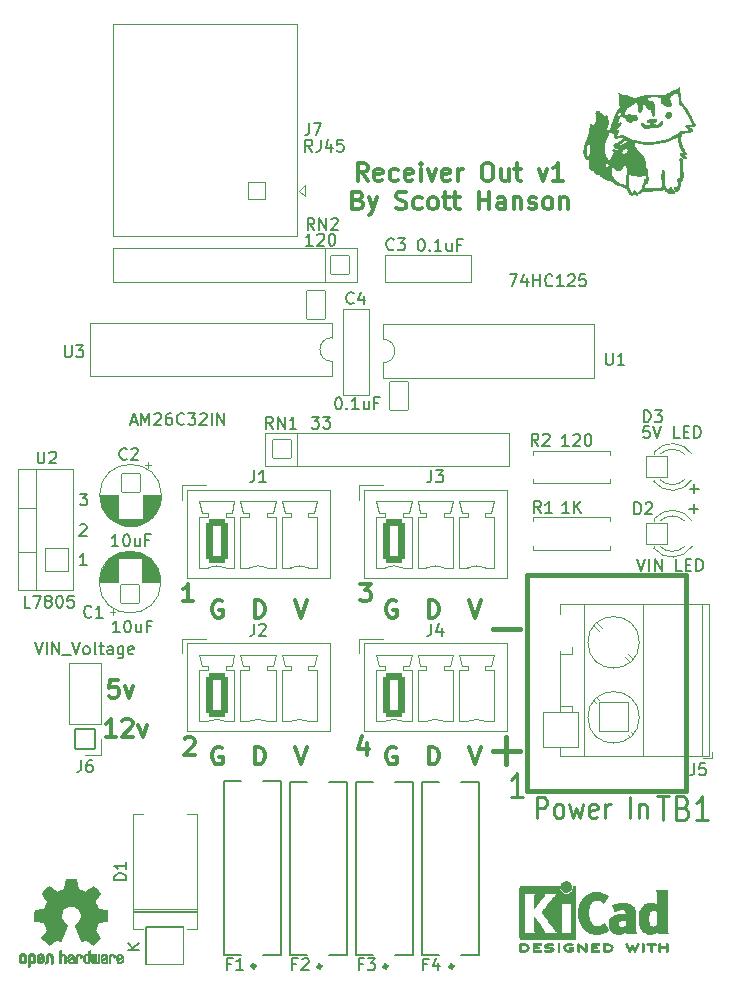
<source format=gbr>
%TF.GenerationSoftware,KiCad,Pcbnew,(6.0.7)*%
%TF.CreationDate,2022-08-24T09:36:38-04:00*%
%TF.ProjectId,Receiver_Out,52656365-6976-4657-925f-4f75742e6b69,v1*%
%TF.SameCoordinates,Original*%
%TF.FileFunction,Legend,Top*%
%TF.FilePolarity,Positive*%
%FSLAX46Y46*%
G04 Gerber Fmt 4.6, Leading zero omitted, Abs format (unit mm)*
G04 Created by KiCad (PCBNEW (6.0.7)) date 2022-08-24 09:36:38*
%MOMM*%
%LPD*%
G01*
G04 APERTURE LIST*
G04 Aperture macros list*
%AMRoundRect*
0 Rectangle with rounded corners*
0 $1 Rounding radius*
0 $2 $3 $4 $5 $6 $7 $8 $9 X,Y pos of 4 corners*
0 Add a 4 corners polygon primitive as box body*
4,1,4,$2,$3,$4,$5,$6,$7,$8,$9,$2,$3,0*
0 Add four circle primitives for the rounded corners*
1,1,$1+$1,$2,$3*
1,1,$1+$1,$4,$5*
1,1,$1+$1,$6,$7*
1,1,$1+$1,$8,$9*
0 Add four rect primitives between the rounded corners*
20,1,$1+$1,$2,$3,$4,$5,0*
20,1,$1+$1,$4,$5,$6,$7,0*
20,1,$1+$1,$6,$7,$8,$9,0*
20,1,$1+$1,$8,$9,$2,$3,0*%
G04 Aperture macros list end*
%ADD10C,0.300000*%
%ADD11C,0.400000*%
%ADD12C,0.150000*%
%ADD13C,0.254000*%
%ADD14C,0.215900*%
%ADD15C,0.120000*%
%ADD16C,0.010000*%
%ADD17C,0.381000*%
%ADD18C,0.127000*%
%ADD19R,3.000000X3.000000*%
%ADD20C,3.000000*%
%ADD21C,1.702000*%
%ADD22C,3.802000*%
%ADD23RoundRect,0.051000X1.250000X-1.250000X1.250000X1.250000X-1.250000X1.250000X-1.250000X-1.250000X0*%
%ADD24C,2.602000*%
%ADD25RoundRect,0.051000X0.800000X-1.200000X0.800000X1.200000X-0.800000X1.200000X-0.800000X-1.200000X0*%
%ADD26O,1.702000X2.502000*%
%ADD27RoundRect,0.301000X-0.650000X-1.550000X0.650000X-1.550000X0.650000X1.550000X-0.650000X1.550000X0*%
%ADD28O,1.902000X3.702000*%
%ADD29RoundRect,0.051000X1.500000X-1.500000X1.500000X1.500000X-1.500000X1.500000X-1.500000X-1.500000X0*%
%ADD30C,3.102000*%
%ADD31RoundRect,0.051000X-0.800000X-0.800000X0.800000X-0.800000X0.800000X0.800000X-0.800000X0.800000X0*%
%ADD32O,1.702000X1.702000*%
%ADD33C,2.577000*%
%ADD34RoundRect,0.051000X0.800000X-0.800000X0.800000X0.800000X-0.800000X0.800000X-0.800000X-0.800000X0*%
%ADD35RoundRect,0.051000X0.850000X0.850000X-0.850000X0.850000X-0.850000X-0.850000X0.850000X-0.850000X0*%
%ADD36O,1.802000X1.802000*%
%ADD37RoundRect,0.051000X0.800000X0.800000X-0.800000X0.800000X-0.800000X-0.800000X0.800000X-0.800000X0*%
%ADD38RoundRect,0.051000X1.000000X-0.952500X1.000000X0.952500X-1.000000X0.952500X-1.000000X-0.952500X0*%
%ADD39O,2.102000X2.007000*%
%ADD40RoundRect,0.051000X-0.800000X0.800000X-0.800000X-0.800000X0.800000X-0.800000X0.800000X0.800000X0*%
%ADD41RoundRect,0.051000X1.600000X-1.600000X1.600000X1.600000X-1.600000X1.600000X-1.600000X-1.600000X0*%
%ADD42O,3.302000X3.302000*%
%ADD43RoundRect,0.051000X-0.900000X-0.900000X0.900000X-0.900000X0.900000X0.900000X-0.900000X0.900000X0*%
%ADD44C,1.902000*%
%ADD45C,3.302000*%
%ADD46RoundRect,0.051000X0.750000X0.750000X-0.750000X0.750000X-0.750000X-0.750000X0.750000X-0.750000X0*%
%ADD47C,1.602000*%
%ADD48RoundRect,0.051000X-0.800000X1.200000X-0.800000X-1.200000X0.800000X-1.200000X0.800000X1.200000X0*%
G04 APERTURE END LIST*
D10*
X-93419200Y-4403071D02*
X-92919200Y-5903071D01*
X-92419200Y-4403071D01*
X-96868058Y-5903071D02*
X-96868058Y-4403071D01*
X-96510915Y-4403071D01*
X-96296629Y-4474500D01*
X-96153772Y-4617357D01*
X-96082343Y-4760214D01*
X-96010915Y-5045928D01*
X-96010915Y-5260214D01*
X-96082343Y-5545928D01*
X-96153772Y-5688785D01*
X-96296629Y-5831642D01*
X-96510915Y-5903071D01*
X-96868058Y-5903071D01*
X-108151200Y7996929D02*
X-107651200Y6496929D01*
X-107151200Y7996929D01*
X-114370343Y-4474500D02*
X-114513200Y-4403071D01*
X-114727486Y-4403071D01*
X-114941772Y-4474500D01*
X-115084629Y-4617357D01*
X-115156058Y-4760214D01*
X-115227486Y-5045928D01*
X-115227486Y-5260214D01*
X-115156058Y-5545928D01*
X-115084629Y-5688785D01*
X-114941772Y-5831642D01*
X-114727486Y-5903071D01*
X-114584629Y-5903071D01*
X-114370343Y-5831642D01*
X-114298915Y-5760214D01*
X-114298915Y-5260214D01*
X-114584629Y-5260214D01*
X-99638343Y7925500D02*
X-99781200Y7996929D01*
X-99995486Y7996929D01*
X-100209772Y7925500D01*
X-100352629Y7782643D01*
X-100424058Y7639786D01*
X-100495486Y7354072D01*
X-100495486Y7139786D01*
X-100424058Y6854072D01*
X-100352629Y6711215D01*
X-100209772Y6568358D01*
X-99995486Y6496929D01*
X-99852629Y6496929D01*
X-99638343Y6568358D01*
X-99566915Y6639786D01*
X-99566915Y7139786D01*
X-99852629Y7139786D01*
D11*
X-91459058Y5571415D02*
X-89173343Y5571415D01*
D10*
X-108151200Y-4403071D02*
X-107651200Y-5903071D01*
X-107151200Y-4403071D01*
X-102716200Y9407129D02*
X-101787629Y9407129D01*
X-102287629Y8835700D01*
X-102073343Y8835700D01*
X-101930486Y8764272D01*
X-101859058Y8692843D01*
X-101787629Y8549986D01*
X-101787629Y8192843D01*
X-101859058Y8049986D01*
X-101930486Y7978558D01*
X-102073343Y7907129D01*
X-102501915Y7907129D01*
X-102644772Y7978558D01*
X-102716200Y8049986D01*
X-114370343Y7925500D02*
X-114513200Y7996929D01*
X-114727486Y7996929D01*
X-114941772Y7925500D01*
X-115084629Y7782643D01*
X-115156058Y7639786D01*
X-115227486Y7354072D01*
X-115227486Y7139786D01*
X-115156058Y6854072D01*
X-115084629Y6711215D01*
X-114941772Y6568358D01*
X-114727486Y6496929D01*
X-114584629Y6496929D01*
X-114370343Y6568358D01*
X-114298915Y6639786D01*
X-114298915Y7139786D01*
X-114584629Y7139786D01*
X-116787629Y7907129D02*
X-117644772Y7907129D01*
X-117216200Y7907129D02*
X-117216200Y9407129D01*
X-117359058Y9192843D01*
X-117501915Y9049986D01*
X-117644772Y8978558D01*
X-99638343Y-4474500D02*
X-99781200Y-4403071D01*
X-99995486Y-4403071D01*
X-100209772Y-4474500D01*
X-100352629Y-4617357D01*
X-100424058Y-4760214D01*
X-100495486Y-5045928D01*
X-100495486Y-5260214D01*
X-100424058Y-5545928D01*
X-100352629Y-5688785D01*
X-100209772Y-5831642D01*
X-99995486Y-5903071D01*
X-99852629Y-5903071D01*
X-99638343Y-5831642D01*
X-99566915Y-5760214D01*
X-99566915Y-5260214D01*
X-99852629Y-5260214D01*
X-93419200Y7996929D02*
X-92919200Y6496929D01*
X-92419200Y7996929D01*
X-96868058Y6496929D02*
X-96868058Y7996929D01*
X-96510915Y7996929D01*
X-96296629Y7925500D01*
X-96153772Y7782643D01*
X-96082343Y7639786D01*
X-96010915Y7354072D01*
X-96010915Y7139786D01*
X-96082343Y6854072D01*
X-96153772Y6711215D01*
X-96296629Y6568358D01*
X-96510915Y6496929D01*
X-96868058Y6496929D01*
X-111600058Y6496929D02*
X-111600058Y7996929D01*
X-111242915Y7996929D01*
X-111028629Y7925500D01*
X-110885772Y7782643D01*
X-110814343Y7639786D01*
X-110742915Y7354072D01*
X-110742915Y7139786D01*
X-110814343Y6854072D01*
X-110885772Y6711215D01*
X-111028629Y6568358D01*
X-111242915Y6496929D01*
X-111600058Y6496929D01*
X-111600058Y-5903071D02*
X-111600058Y-4403071D01*
X-111242915Y-4403071D01*
X-111028629Y-4474500D01*
X-110885772Y-4617357D01*
X-110814343Y-4760214D01*
X-110742915Y-5045928D01*
X-110742915Y-5260214D01*
X-110814343Y-5545928D01*
X-110885772Y-5688785D01*
X-111028629Y-5831642D01*
X-111242915Y-5903071D01*
X-111600058Y-5903071D01*
X-117544772Y-3735728D02*
X-117473343Y-3664300D01*
X-117330486Y-3592871D01*
X-116973343Y-3592871D01*
X-116830486Y-3664300D01*
X-116759058Y-3735728D01*
X-116687629Y-3878585D01*
X-116687629Y-4021442D01*
X-116759058Y-4235728D01*
X-117616200Y-5092871D01*
X-116687629Y-5092871D01*
D11*
X-91459058Y-4728585D02*
X-89173343Y-4728585D01*
X-90316200Y-5871442D02*
X-90316200Y-3585728D01*
D10*
X-102130486Y-4092871D02*
X-102130486Y-5092871D01*
X-102487629Y-3521442D02*
X-102844772Y-4592871D01*
X-101916200Y-4592871D01*
X-102037629Y43514629D02*
X-102537629Y44228915D01*
X-102894772Y43514629D02*
X-102894772Y45014629D01*
X-102323343Y45014629D01*
X-102180486Y44943200D01*
X-102109058Y44871772D01*
X-102037629Y44728915D01*
X-102037629Y44514629D01*
X-102109058Y44371772D01*
X-102180486Y44300343D01*
X-102323343Y44228915D01*
X-102894772Y44228915D01*
X-100823343Y43586058D02*
X-100966200Y43514629D01*
X-101251915Y43514629D01*
X-101394772Y43586058D01*
X-101466200Y43728915D01*
X-101466200Y44300343D01*
X-101394772Y44443200D01*
X-101251915Y44514629D01*
X-100966200Y44514629D01*
X-100823343Y44443200D01*
X-100751915Y44300343D01*
X-100751915Y44157486D01*
X-101466200Y44014629D01*
X-99466200Y43586058D02*
X-99609058Y43514629D01*
X-99894772Y43514629D01*
X-100037629Y43586058D01*
X-100109058Y43657486D01*
X-100180486Y43800343D01*
X-100180486Y44228915D01*
X-100109058Y44371772D01*
X-100037629Y44443200D01*
X-99894772Y44514629D01*
X-99609058Y44514629D01*
X-99466200Y44443200D01*
X-98251915Y43586058D02*
X-98394772Y43514629D01*
X-98680486Y43514629D01*
X-98823343Y43586058D01*
X-98894772Y43728915D01*
X-98894772Y44300343D01*
X-98823343Y44443200D01*
X-98680486Y44514629D01*
X-98394772Y44514629D01*
X-98251915Y44443200D01*
X-98180486Y44300343D01*
X-98180486Y44157486D01*
X-98894772Y44014629D01*
X-97537629Y43514629D02*
X-97537629Y44514629D01*
X-97537629Y45014629D02*
X-97609058Y44943200D01*
X-97537629Y44871772D01*
X-97466200Y44943200D01*
X-97537629Y45014629D01*
X-97537629Y44871772D01*
X-96966200Y44514629D02*
X-96609058Y43514629D01*
X-96251915Y44514629D01*
X-95109058Y43586058D02*
X-95251915Y43514629D01*
X-95537629Y43514629D01*
X-95680486Y43586058D01*
X-95751915Y43728915D01*
X-95751915Y44300343D01*
X-95680486Y44443200D01*
X-95537629Y44514629D01*
X-95251915Y44514629D01*
X-95109058Y44443200D01*
X-95037629Y44300343D01*
X-95037629Y44157486D01*
X-95751915Y44014629D01*
X-94394772Y43514629D02*
X-94394772Y44514629D01*
X-94394772Y44228915D02*
X-94323343Y44371772D01*
X-94251915Y44443200D01*
X-94109058Y44514629D01*
X-93966200Y44514629D01*
X-92037629Y45014629D02*
X-91751915Y45014629D01*
X-91609058Y44943200D01*
X-91466200Y44800343D01*
X-91394772Y44514629D01*
X-91394772Y44014629D01*
X-91466200Y43728915D01*
X-91609058Y43586058D01*
X-91751915Y43514629D01*
X-92037629Y43514629D01*
X-92180486Y43586058D01*
X-92323343Y43728915D01*
X-92394772Y44014629D01*
X-92394772Y44514629D01*
X-92323343Y44800343D01*
X-92180486Y44943200D01*
X-92037629Y45014629D01*
X-90109058Y44514629D02*
X-90109058Y43514629D01*
X-90751915Y44514629D02*
X-90751915Y43728915D01*
X-90680486Y43586058D01*
X-90537629Y43514629D01*
X-90323343Y43514629D01*
X-90180486Y43586058D01*
X-90109058Y43657486D01*
X-89609058Y44514629D02*
X-89037629Y44514629D01*
X-89394772Y45014629D02*
X-89394772Y43728915D01*
X-89323343Y43586058D01*
X-89180486Y43514629D01*
X-89037629Y43514629D01*
X-87537629Y44514629D02*
X-87180486Y43514629D01*
X-86823343Y44514629D01*
X-85466200Y43514629D02*
X-86323343Y43514629D01*
X-85894772Y43514629D02*
X-85894772Y45014629D01*
X-86037629Y44800343D01*
X-86180486Y44657486D01*
X-86323343Y44586058D01*
X-102823343Y41885343D02*
X-102609058Y41813915D01*
X-102537629Y41742486D01*
X-102466200Y41599629D01*
X-102466200Y41385343D01*
X-102537629Y41242486D01*
X-102609058Y41171058D01*
X-102751915Y41099629D01*
X-103323343Y41099629D01*
X-103323343Y42599629D01*
X-102823343Y42599629D01*
X-102680486Y42528200D01*
X-102609058Y42456772D01*
X-102537629Y42313915D01*
X-102537629Y42171058D01*
X-102609058Y42028200D01*
X-102680486Y41956772D01*
X-102823343Y41885343D01*
X-103323343Y41885343D01*
X-101966200Y42099629D02*
X-101609058Y41099629D01*
X-101251915Y42099629D02*
X-101609058Y41099629D01*
X-101751915Y40742486D01*
X-101823343Y40671058D01*
X-101966200Y40599629D01*
X-99609058Y41171058D02*
X-99394772Y41099629D01*
X-99037629Y41099629D01*
X-98894772Y41171058D01*
X-98823343Y41242486D01*
X-98751915Y41385343D01*
X-98751915Y41528200D01*
X-98823343Y41671058D01*
X-98894772Y41742486D01*
X-99037629Y41813915D01*
X-99323343Y41885343D01*
X-99466200Y41956772D01*
X-99537629Y42028200D01*
X-99609058Y42171058D01*
X-99609058Y42313915D01*
X-99537629Y42456772D01*
X-99466200Y42528200D01*
X-99323343Y42599629D01*
X-98966200Y42599629D01*
X-98751915Y42528200D01*
X-97466200Y41171058D02*
X-97609058Y41099629D01*
X-97894772Y41099629D01*
X-98037629Y41171058D01*
X-98109058Y41242486D01*
X-98180486Y41385343D01*
X-98180486Y41813915D01*
X-98109058Y41956772D01*
X-98037629Y42028200D01*
X-97894772Y42099629D01*
X-97609058Y42099629D01*
X-97466200Y42028200D01*
X-96609058Y41099629D02*
X-96751915Y41171058D01*
X-96823343Y41242486D01*
X-96894772Y41385343D01*
X-96894772Y41813915D01*
X-96823343Y41956772D01*
X-96751915Y42028200D01*
X-96609058Y42099629D01*
X-96394772Y42099629D01*
X-96251915Y42028200D01*
X-96180486Y41956772D01*
X-96109058Y41813915D01*
X-96109058Y41385343D01*
X-96180486Y41242486D01*
X-96251915Y41171058D01*
X-96394772Y41099629D01*
X-96609058Y41099629D01*
X-95680486Y42099629D02*
X-95109058Y42099629D01*
X-95466200Y42599629D02*
X-95466200Y41313915D01*
X-95394772Y41171058D01*
X-95251915Y41099629D01*
X-95109058Y41099629D01*
X-94823343Y42099629D02*
X-94251915Y42099629D01*
X-94609058Y42599629D02*
X-94609058Y41313915D01*
X-94537629Y41171058D01*
X-94394772Y41099629D01*
X-94251915Y41099629D01*
X-92609058Y41099629D02*
X-92609058Y42599629D01*
X-92609058Y41885343D02*
X-91751915Y41885343D01*
X-91751915Y41099629D02*
X-91751915Y42599629D01*
X-90394772Y41099629D02*
X-90394772Y41885343D01*
X-90466200Y42028200D01*
X-90609058Y42099629D01*
X-90894772Y42099629D01*
X-91037629Y42028200D01*
X-90394772Y41171058D02*
X-90537629Y41099629D01*
X-90894772Y41099629D01*
X-91037629Y41171058D01*
X-91109058Y41313915D01*
X-91109058Y41456772D01*
X-91037629Y41599629D01*
X-90894772Y41671058D01*
X-90537629Y41671058D01*
X-90394772Y41742486D01*
X-89680486Y42099629D02*
X-89680486Y41099629D01*
X-89680486Y41956772D02*
X-89609058Y42028200D01*
X-89466200Y42099629D01*
X-89251915Y42099629D01*
X-89109058Y42028200D01*
X-89037629Y41885343D01*
X-89037629Y41099629D01*
X-88394772Y41171058D02*
X-88251915Y41099629D01*
X-87966200Y41099629D01*
X-87823343Y41171058D01*
X-87751915Y41313915D01*
X-87751915Y41385343D01*
X-87823343Y41528200D01*
X-87966200Y41599629D01*
X-88180486Y41599629D01*
X-88323343Y41671058D01*
X-88394772Y41813915D01*
X-88394772Y41885343D01*
X-88323343Y42028200D01*
X-88180486Y42099629D01*
X-87966200Y42099629D01*
X-87823343Y42028200D01*
X-86894772Y41099629D02*
X-87037629Y41171058D01*
X-87109058Y41242486D01*
X-87180486Y41385343D01*
X-87180486Y41813915D01*
X-87109058Y41956772D01*
X-87037629Y42028200D01*
X-86894772Y42099629D01*
X-86680486Y42099629D01*
X-86537629Y42028200D01*
X-86466200Y41956772D01*
X-86394772Y41813915D01*
X-86394772Y41385343D01*
X-86466200Y41242486D01*
X-86537629Y41171058D01*
X-86680486Y41099629D01*
X-86894772Y41099629D01*
X-85751915Y42099629D02*
X-85751915Y41099629D01*
X-85751915Y41956772D02*
X-85680486Y42028200D01*
X-85537629Y42099629D01*
X-85323343Y42099629D01*
X-85180486Y42028200D01*
X-85109058Y41885343D01*
X-85109058Y41099629D01*
D12*
X-74444772Y15354748D02*
X-74444772Y16116653D01*
X-74063820Y15735700D02*
X-74825724Y15735700D01*
X-74394772Y17054748D02*
X-74394772Y17816653D01*
X-74013820Y17435700D02*
X-74775724Y17435700D01*
D10*
X-123180486Y1257129D02*
X-123894772Y1257129D01*
X-123966200Y542843D01*
X-123894772Y614272D01*
X-123751915Y685700D01*
X-123394772Y685700D01*
X-123251915Y614272D01*
X-123180486Y542843D01*
X-123109058Y399986D01*
X-123109058Y42843D01*
X-123180486Y-100014D01*
X-123251915Y-171442D01*
X-123394772Y-242871D01*
X-123751915Y-242871D01*
X-123894772Y-171442D01*
X-123966200Y-100014D01*
X-122609058Y757129D02*
X-122251915Y-242871D01*
X-121894772Y757129D01*
D12*
X-126399534Y17033320D02*
X-125780486Y17033320D01*
X-126113820Y16652367D01*
X-125970962Y16652367D01*
X-125875724Y16604748D01*
X-125828105Y16557129D01*
X-125780486Y16461891D01*
X-125780486Y16223796D01*
X-125828105Y16128558D01*
X-125875724Y16080939D01*
X-125970962Y16033320D01*
X-126256677Y16033320D01*
X-126351915Y16080939D01*
X-126399534Y16128558D01*
X-125830486Y10983320D02*
X-126401915Y10983320D01*
X-126116200Y10983320D02*
X-126116200Y11983320D01*
X-126211439Y11840462D01*
X-126306677Y11745224D01*
X-126401915Y11697605D01*
X-126401915Y14338081D02*
X-126354296Y14385700D01*
X-126259058Y14433320D01*
X-126020962Y14433320D01*
X-125925724Y14385700D01*
X-125878105Y14338081D01*
X-125830486Y14242843D01*
X-125830486Y14147605D01*
X-125878105Y14004748D01*
X-126449534Y13433320D01*
X-125830486Y13433320D01*
D10*
X-123373343Y-3542871D02*
X-124230486Y-3542871D01*
X-123801915Y-3542871D02*
X-123801915Y-2042871D01*
X-123944772Y-2257157D01*
X-124087629Y-2400014D01*
X-124230486Y-2471442D01*
X-122801915Y-2185728D02*
X-122730486Y-2114300D01*
X-122587629Y-2042871D01*
X-122230486Y-2042871D01*
X-122087629Y-2114300D01*
X-122016200Y-2185728D01*
X-121944772Y-2328585D01*
X-121944772Y-2471442D01*
X-122016200Y-2685728D01*
X-122873343Y-3542871D01*
X-121944772Y-3542871D01*
X-121444772Y-2542871D02*
X-121087629Y-3542871D01*
X-120730486Y-2542871D01*
D12*
%TO.C,C3*%
X-99832867Y37728558D02*
X-99880486Y37680939D01*
X-100023343Y37633320D01*
X-100118581Y37633320D01*
X-100261439Y37680939D01*
X-100356677Y37776177D01*
X-100404296Y37871415D01*
X-100451915Y38061891D01*
X-100451915Y38204748D01*
X-100404296Y38395224D01*
X-100356677Y38490462D01*
X-100261439Y38585700D01*
X-100118581Y38633320D01*
X-100023343Y38633320D01*
X-99880486Y38585700D01*
X-99832867Y38538081D01*
X-99499534Y38633320D02*
X-98880486Y38633320D01*
X-99213820Y38252367D01*
X-99070962Y38252367D01*
X-98975724Y38204748D01*
X-98928105Y38157129D01*
X-98880486Y38061891D01*
X-98880486Y37823796D01*
X-98928105Y37728558D01*
X-98975724Y37680939D01*
X-99070962Y37633320D01*
X-99356677Y37633320D01*
X-99451915Y37680939D01*
X-99499534Y37728558D01*
X-97559058Y38583320D02*
X-97463820Y38583320D01*
X-97368581Y38535700D01*
X-97320962Y38488081D01*
X-97273343Y38392843D01*
X-97225724Y38202367D01*
X-97225724Y37964272D01*
X-97273343Y37773796D01*
X-97320962Y37678558D01*
X-97368581Y37630939D01*
X-97463820Y37583320D01*
X-97559058Y37583320D01*
X-97654296Y37630939D01*
X-97701915Y37678558D01*
X-97749534Y37773796D01*
X-97797153Y37964272D01*
X-97797153Y38202367D01*
X-97749534Y38392843D01*
X-97701915Y38488081D01*
X-97654296Y38535700D01*
X-97559058Y38583320D01*
X-96797153Y37678558D02*
X-96749534Y37630939D01*
X-96797153Y37583320D01*
X-96844772Y37630939D01*
X-96797153Y37678558D01*
X-96797153Y37583320D01*
X-95797153Y37583320D02*
X-96368581Y37583320D01*
X-96082867Y37583320D02*
X-96082867Y38583320D01*
X-96178105Y38440462D01*
X-96273343Y38345224D01*
X-96368581Y38297605D01*
X-94940010Y38249986D02*
X-94940010Y37583320D01*
X-95368581Y38249986D02*
X-95368581Y37726177D01*
X-95320962Y37630939D01*
X-95225724Y37583320D01*
X-95082867Y37583320D01*
X-94987629Y37630939D01*
X-94940010Y37678558D01*
X-94130486Y38107129D02*
X-94463820Y38107129D01*
X-94463820Y37583320D02*
X-94463820Y38583320D01*
X-93987629Y38583320D01*
%TO.C,J5*%
X-74399534Y-5816680D02*
X-74399534Y-6530966D01*
X-74447153Y-6673823D01*
X-74542391Y-6769061D01*
X-74685248Y-6816680D01*
X-74780486Y-6816680D01*
X-73447153Y-5816680D02*
X-73923343Y-5816680D01*
X-73970962Y-6292871D01*
X-73923343Y-6245252D01*
X-73828105Y-6197633D01*
X-73590010Y-6197633D01*
X-73494772Y-6245252D01*
X-73447153Y-6292871D01*
X-73399534Y-6388109D01*
X-73399534Y-6626204D01*
X-73447153Y-6721442D01*
X-73494772Y-6769061D01*
X-73590010Y-6816680D01*
X-73828105Y-6816680D01*
X-73923343Y-6769061D01*
X-73970962Y-6721442D01*
%TO.C,U1*%
X-81878105Y28933320D02*
X-81878105Y28123796D01*
X-81830486Y28028558D01*
X-81782867Y27980939D01*
X-81687629Y27933320D01*
X-81497153Y27933320D01*
X-81401915Y27980939D01*
X-81354296Y28028558D01*
X-81306677Y28123796D01*
X-81306677Y28933320D01*
X-80306677Y27933320D02*
X-80878105Y27933320D01*
X-80592391Y27933320D02*
X-80592391Y28933320D01*
X-80687629Y28790462D01*
X-80782867Y28695224D01*
X-80878105Y28647605D01*
X-90028105Y35583320D02*
X-89361439Y35583320D01*
X-89790010Y34583320D01*
X-88551915Y35249986D02*
X-88551915Y34583320D01*
X-88790010Y35630939D02*
X-89028105Y34916653D01*
X-88409058Y34916653D01*
X-88028105Y34583320D02*
X-88028105Y35583320D01*
X-88028105Y35107129D02*
X-87456677Y35107129D01*
X-87456677Y34583320D02*
X-87456677Y35583320D01*
X-86409058Y34678558D02*
X-86456677Y34630939D01*
X-86599534Y34583320D01*
X-86694772Y34583320D01*
X-86837629Y34630939D01*
X-86932867Y34726177D01*
X-86980486Y34821415D01*
X-87028105Y35011891D01*
X-87028105Y35154748D01*
X-86980486Y35345224D01*
X-86932867Y35440462D01*
X-86837629Y35535700D01*
X-86694772Y35583320D01*
X-86599534Y35583320D01*
X-86456677Y35535700D01*
X-86409058Y35488081D01*
X-85456677Y34583320D02*
X-86028105Y34583320D01*
X-85742391Y34583320D02*
X-85742391Y35583320D01*
X-85837629Y35440462D01*
X-85932867Y35345224D01*
X-86028105Y35297605D01*
X-85075724Y35488081D02*
X-85028105Y35535700D01*
X-84932867Y35583320D01*
X-84694772Y35583320D01*
X-84599534Y35535700D01*
X-84551915Y35488081D01*
X-84504296Y35392843D01*
X-84504296Y35297605D01*
X-84551915Y35154748D01*
X-85123343Y34583320D01*
X-84504296Y34583320D01*
X-83599534Y35583320D02*
X-84075724Y35583320D01*
X-84123343Y35107129D01*
X-84075724Y35154748D01*
X-83980486Y35202367D01*
X-83742391Y35202367D01*
X-83647153Y35154748D01*
X-83599534Y35107129D01*
X-83551915Y35011891D01*
X-83551915Y34773796D01*
X-83599534Y34678558D01*
X-83647153Y34630939D01*
X-83742391Y34583320D01*
X-83980486Y34583320D01*
X-84075724Y34630939D01*
X-84123343Y34678558D01*
%TO.C,J2*%
X-111650534Y6001120D02*
X-111650534Y5286834D01*
X-111698153Y5143977D01*
X-111793391Y5048739D01*
X-111936248Y5001120D01*
X-112031486Y5001120D01*
X-111221962Y5905881D02*
X-111174343Y5953500D01*
X-111079105Y6001120D01*
X-110841010Y6001120D01*
X-110745772Y5953500D01*
X-110698153Y5905881D01*
X-110650534Y5810643D01*
X-110650534Y5715405D01*
X-110698153Y5572548D01*
X-111269581Y5001120D01*
X-110650534Y5001120D01*
%TO.C,J4*%
X-96650534Y6001120D02*
X-96650534Y5286834D01*
X-96698153Y5143977D01*
X-96793391Y5048739D01*
X-96936248Y5001120D01*
X-97031486Y5001120D01*
X-95745772Y5667786D02*
X-95745772Y5001120D01*
X-95983867Y6048739D02*
X-96221962Y5334453D01*
X-95602915Y5334453D01*
%TO.C,J3*%
X-96650534Y19001120D02*
X-96650534Y18286834D01*
X-96698153Y18143977D01*
X-96793391Y18048739D01*
X-96936248Y18001120D01*
X-97031486Y18001120D01*
X-96269581Y19001120D02*
X-95650534Y19001120D01*
X-95983867Y18620167D01*
X-95841010Y18620167D01*
X-95745772Y18572548D01*
X-95698153Y18524929D01*
X-95650534Y18429691D01*
X-95650534Y18191596D01*
X-95698153Y18096358D01*
X-95745772Y18048739D01*
X-95841010Y18001120D01*
X-96126724Y18001120D01*
X-96221962Y18048739D01*
X-96269581Y18096358D01*
%TO.C,J1*%
X-111650534Y19001120D02*
X-111650534Y18286834D01*
X-111698153Y18143977D01*
X-111793391Y18048739D01*
X-111936248Y18001120D01*
X-112031486Y18001120D01*
X-110650534Y18001120D02*
X-111221962Y18001120D01*
X-110936248Y18001120D02*
X-110936248Y19001120D01*
X-111031486Y18858262D01*
X-111126724Y18763024D01*
X-111221962Y18715405D01*
D13*
%TO.C,TB1*%
X-77559867Y-8601538D02*
X-76543867Y-8601538D01*
X-77051867Y-10633538D02*
X-77051867Y-8601538D01*
X-75358534Y-9569157D02*
X-75104534Y-9665919D01*
X-75019867Y-9762680D01*
X-74935200Y-9956204D01*
X-74935200Y-10246490D01*
X-75019867Y-10440014D01*
X-75104534Y-10536776D01*
X-75273867Y-10633538D01*
X-75951200Y-10633538D01*
X-75951200Y-8601538D01*
X-75358534Y-8601538D01*
X-75189200Y-8698300D01*
X-75104534Y-8795061D01*
X-75019867Y-8988585D01*
X-75019867Y-9182109D01*
X-75104534Y-9375633D01*
X-75189200Y-9472395D01*
X-75358534Y-9569157D01*
X-75951200Y-9569157D01*
X-73241867Y-10633538D02*
X-74257867Y-10633538D01*
X-73749867Y-10633538D02*
X-73749867Y-8601538D01*
X-73919200Y-8891823D01*
X-74088534Y-9085347D01*
X-74257867Y-9182109D01*
D14*
X-87710772Y-10418633D02*
X-87710772Y-8640633D01*
X-87130200Y-8640633D01*
X-86985058Y-8725300D01*
X-86912486Y-8809966D01*
X-86839915Y-8979300D01*
X-86839915Y-9233300D01*
X-86912486Y-9402633D01*
X-86985058Y-9487300D01*
X-87130200Y-9571966D01*
X-87710772Y-9571966D01*
X-85969058Y-10418633D02*
X-86114200Y-10333966D01*
X-86186772Y-10249300D01*
X-86259343Y-10079966D01*
X-86259343Y-9571966D01*
X-86186772Y-9402633D01*
X-86114200Y-9317966D01*
X-85969058Y-9233300D01*
X-85751343Y-9233300D01*
X-85606200Y-9317966D01*
X-85533629Y-9402633D01*
X-85461058Y-9571966D01*
X-85461058Y-10079966D01*
X-85533629Y-10249300D01*
X-85606200Y-10333966D01*
X-85751343Y-10418633D01*
X-85969058Y-10418633D01*
X-84953058Y-9233300D02*
X-84662772Y-10418633D01*
X-84372486Y-9571966D01*
X-84082200Y-10418633D01*
X-83791915Y-9233300D01*
X-82630772Y-10333966D02*
X-82775915Y-10418633D01*
X-83066200Y-10418633D01*
X-83211343Y-10333966D01*
X-83283915Y-10164633D01*
X-83283915Y-9487300D01*
X-83211343Y-9317966D01*
X-83066200Y-9233300D01*
X-82775915Y-9233300D01*
X-82630772Y-9317966D01*
X-82558200Y-9487300D01*
X-82558200Y-9656633D01*
X-83283915Y-9825966D01*
X-81905058Y-10418633D02*
X-81905058Y-9233300D01*
X-81905058Y-9571966D02*
X-81832486Y-9402633D01*
X-81759915Y-9317966D01*
X-81614772Y-9233300D01*
X-81469629Y-9233300D01*
X-79800486Y-10418633D02*
X-79800486Y-8640633D01*
X-79074772Y-9233300D02*
X-79074772Y-10418633D01*
X-79074772Y-9402633D02*
X-79002200Y-9317966D01*
X-78857058Y-9233300D01*
X-78639343Y-9233300D01*
X-78494200Y-9317966D01*
X-78421629Y-9487300D01*
X-78421629Y-10418633D01*
D13*
X-88908200Y-8633538D02*
X-89924200Y-8633538D01*
X-89416200Y-8633538D02*
X-89416200Y-6601538D01*
X-89585534Y-6891823D01*
X-89754867Y-7085347D01*
X-89924200Y-7182109D01*
D12*
%TO.C,RN1*%
X-110067177Y22533320D02*
X-110400510Y23009510D01*
X-110638605Y22533320D02*
X-110638605Y23533320D01*
X-110257653Y23533320D01*
X-110162415Y23485700D01*
X-110114796Y23438081D01*
X-110067177Y23342843D01*
X-110067177Y23199986D01*
X-110114796Y23104748D01*
X-110162415Y23057129D01*
X-110257653Y23009510D01*
X-110638605Y23009510D01*
X-109638605Y22533320D02*
X-109638605Y23533320D01*
X-109067177Y22533320D01*
X-109067177Y23533320D01*
X-108067177Y22533320D02*
X-108638605Y22533320D01*
X-108352891Y22533320D02*
X-108352891Y23533320D01*
X-108448129Y23390462D01*
X-108543367Y23295224D01*
X-108638605Y23247605D01*
X-106775724Y23533320D02*
X-106156677Y23533320D01*
X-106490010Y23152367D01*
X-106347153Y23152367D01*
X-106251915Y23104748D01*
X-106204296Y23057129D01*
X-106156677Y22961891D01*
X-106156677Y22723796D01*
X-106204296Y22628558D01*
X-106251915Y22580939D01*
X-106347153Y22533320D01*
X-106632867Y22533320D01*
X-106728105Y22580939D01*
X-106775724Y22628558D01*
X-105823343Y23533320D02*
X-105204296Y23533320D01*
X-105537629Y23152367D01*
X-105394772Y23152367D01*
X-105299534Y23104748D01*
X-105251915Y23057129D01*
X-105204296Y22961891D01*
X-105204296Y22723796D01*
X-105251915Y22628558D01*
X-105299534Y22580939D01*
X-105394772Y22533320D01*
X-105680486Y22533320D01*
X-105775724Y22580939D01*
X-105823343Y22628558D01*
%TO.C,F2*%
X-108074534Y-22792871D02*
X-108407867Y-22792871D01*
X-108407867Y-23316680D02*
X-108407867Y-22316680D01*
X-107931677Y-22316680D01*
X-107598343Y-22411919D02*
X-107550724Y-22364300D01*
X-107455486Y-22316680D01*
X-107217391Y-22316680D01*
X-107122153Y-22364300D01*
X-107074534Y-22411919D01*
X-107026915Y-22507157D01*
X-107026915Y-22602395D01*
X-107074534Y-22745252D01*
X-107645962Y-23316680D01*
X-107026915Y-23316680D01*
%TO.C,F4*%
X-96999534Y-22817871D02*
X-97332867Y-22817871D01*
X-97332867Y-23341680D02*
X-97332867Y-22341680D01*
X-96856677Y-22341680D01*
X-96047153Y-22675014D02*
X-96047153Y-23341680D01*
X-96285248Y-22294061D02*
X-96523343Y-23008347D01*
X-95904296Y-23008347D01*
%TO.C,F1*%
X-113624534Y-22767871D02*
X-113957867Y-22767871D01*
X-113957867Y-23291680D02*
X-113957867Y-22291680D01*
X-113481677Y-22291680D01*
X-112576915Y-23291680D02*
X-113148343Y-23291680D01*
X-112862629Y-23291680D02*
X-112862629Y-22291680D01*
X-112957867Y-22434538D01*
X-113053105Y-22529776D01*
X-113148343Y-22577395D01*
%TO.C,F3*%
X-102474534Y-22792871D02*
X-102807867Y-22792871D01*
X-102807867Y-23316680D02*
X-102807867Y-22316680D01*
X-102331677Y-22316680D01*
X-102045962Y-22316680D02*
X-101426915Y-22316680D01*
X-101760248Y-22697633D01*
X-101617391Y-22697633D01*
X-101522153Y-22745252D01*
X-101474534Y-22792871D01*
X-101426915Y-22888109D01*
X-101426915Y-23126204D01*
X-101474534Y-23221442D01*
X-101522153Y-23269061D01*
X-101617391Y-23316680D01*
X-101903105Y-23316680D01*
X-101998343Y-23269061D01*
X-102045962Y-23221442D01*
%TO.C,C1*%
X-125432867Y6628558D02*
X-125480486Y6580939D01*
X-125623343Y6533320D01*
X-125718581Y6533320D01*
X-125861439Y6580939D01*
X-125956677Y6676177D01*
X-126004296Y6771415D01*
X-126051915Y6961891D01*
X-126051915Y7104748D01*
X-126004296Y7295224D01*
X-125956677Y7390462D01*
X-125861439Y7485700D01*
X-125718581Y7533320D01*
X-125623343Y7533320D01*
X-125480486Y7485700D01*
X-125432867Y7438081D01*
X-124480486Y6533320D02*
X-125051915Y6533320D01*
X-124766200Y6533320D02*
X-124766200Y7533320D01*
X-124861439Y7390462D01*
X-124956677Y7295224D01*
X-125051915Y7247605D01*
X-123037629Y5283320D02*
X-123609058Y5283320D01*
X-123323343Y5283320D02*
X-123323343Y6283320D01*
X-123418581Y6140462D01*
X-123513820Y6045224D01*
X-123609058Y5997605D01*
X-122418581Y6283320D02*
X-122323343Y6283320D01*
X-122228105Y6235700D01*
X-122180486Y6188081D01*
X-122132867Y6092843D01*
X-122085248Y5902367D01*
X-122085248Y5664272D01*
X-122132867Y5473796D01*
X-122180486Y5378558D01*
X-122228105Y5330939D01*
X-122323343Y5283320D01*
X-122418581Y5283320D01*
X-122513820Y5330939D01*
X-122561439Y5378558D01*
X-122609058Y5473796D01*
X-122656677Y5664272D01*
X-122656677Y5902367D01*
X-122609058Y6092843D01*
X-122561439Y6188081D01*
X-122513820Y6235700D01*
X-122418581Y6283320D01*
X-121228105Y5949986D02*
X-121228105Y5283320D01*
X-121656677Y5949986D02*
X-121656677Y5426177D01*
X-121609058Y5330939D01*
X-121513820Y5283320D01*
X-121370962Y5283320D01*
X-121275724Y5330939D01*
X-121228105Y5378558D01*
X-120418581Y5807129D02*
X-120751915Y5807129D01*
X-120751915Y5283320D02*
X-120751915Y6283320D01*
X-120275724Y6283320D01*
%TO.C,C4*%
X-103232867Y33178558D02*
X-103280486Y33130939D01*
X-103423343Y33083320D01*
X-103518581Y33083320D01*
X-103661439Y33130939D01*
X-103756677Y33226177D01*
X-103804296Y33321415D01*
X-103851915Y33511891D01*
X-103851915Y33654748D01*
X-103804296Y33845224D01*
X-103756677Y33940462D01*
X-103661439Y34035700D01*
X-103518581Y34083320D01*
X-103423343Y34083320D01*
X-103280486Y34035700D01*
X-103232867Y33988081D01*
X-102375724Y33749986D02*
X-102375724Y33083320D01*
X-102613820Y34130939D02*
X-102851915Y33416653D01*
X-102232867Y33416653D01*
X-104559058Y25183320D02*
X-104463820Y25183320D01*
X-104368581Y25135700D01*
X-104320962Y25088081D01*
X-104273343Y24992843D01*
X-104225724Y24802367D01*
X-104225724Y24564272D01*
X-104273343Y24373796D01*
X-104320962Y24278558D01*
X-104368581Y24230939D01*
X-104463820Y24183320D01*
X-104559058Y24183320D01*
X-104654296Y24230939D01*
X-104701915Y24278558D01*
X-104749534Y24373796D01*
X-104797153Y24564272D01*
X-104797153Y24802367D01*
X-104749534Y24992843D01*
X-104701915Y25088081D01*
X-104654296Y25135700D01*
X-104559058Y25183320D01*
X-103797153Y24278558D02*
X-103749534Y24230939D01*
X-103797153Y24183320D01*
X-103844772Y24230939D01*
X-103797153Y24278558D01*
X-103797153Y24183320D01*
X-102797153Y24183320D02*
X-103368581Y24183320D01*
X-103082867Y24183320D02*
X-103082867Y25183320D01*
X-103178105Y25040462D01*
X-103273343Y24945224D01*
X-103368581Y24897605D01*
X-101940010Y24849986D02*
X-101940010Y24183320D01*
X-102368581Y24849986D02*
X-102368581Y24326177D01*
X-102320962Y24230939D01*
X-102225724Y24183320D01*
X-102082867Y24183320D01*
X-101987629Y24230939D01*
X-101940010Y24278558D01*
X-101130486Y24707129D02*
X-101463820Y24707129D01*
X-101463820Y24183320D02*
X-101463820Y25183320D01*
X-100987629Y25183320D01*
%TO.C,J6*%
X-126299534Y-5546680D02*
X-126299534Y-6260966D01*
X-126347153Y-6403823D01*
X-126442391Y-6499061D01*
X-126585248Y-6546680D01*
X-126680486Y-6546680D01*
X-125394772Y-5546680D02*
X-125585248Y-5546680D01*
X-125680486Y-5594300D01*
X-125728105Y-5641919D01*
X-125823343Y-5784776D01*
X-125870962Y-5975252D01*
X-125870962Y-6356204D01*
X-125823343Y-6451442D01*
X-125775724Y-6499061D01*
X-125680486Y-6546680D01*
X-125490010Y-6546680D01*
X-125394772Y-6499061D01*
X-125347153Y-6451442D01*
X-125299534Y-6356204D01*
X-125299534Y-6118109D01*
X-125347153Y-6022871D01*
X-125394772Y-5975252D01*
X-125490010Y-5927633D01*
X-125680486Y-5927633D01*
X-125775724Y-5975252D01*
X-125823343Y-6022871D01*
X-125870962Y-6118109D01*
X-130204296Y4433320D02*
X-129870962Y3433320D01*
X-129537629Y4433320D01*
X-129204296Y3433320D02*
X-129204296Y4433320D01*
X-128728105Y3433320D02*
X-128728105Y4433320D01*
X-128156677Y3433320D01*
X-128156677Y4433320D01*
X-127918581Y3338081D02*
X-127156677Y3338081D01*
X-127061439Y4433320D02*
X-126728105Y3433320D01*
X-126394772Y4433320D01*
X-125918581Y3433320D02*
X-126013820Y3480939D01*
X-126061439Y3528558D01*
X-126109058Y3623796D01*
X-126109058Y3909510D01*
X-126061439Y4004748D01*
X-126013820Y4052367D01*
X-125918581Y4099986D01*
X-125775724Y4099986D01*
X-125680486Y4052367D01*
X-125632867Y4004748D01*
X-125585248Y3909510D01*
X-125585248Y3623796D01*
X-125632867Y3528558D01*
X-125680486Y3480939D01*
X-125775724Y3433320D01*
X-125918581Y3433320D01*
X-125013820Y3433320D02*
X-125109058Y3480939D01*
X-125156677Y3576177D01*
X-125156677Y4433320D01*
X-124775724Y4099986D02*
X-124394772Y4099986D01*
X-124632867Y4433320D02*
X-124632867Y3576177D01*
X-124585248Y3480939D01*
X-124490010Y3433320D01*
X-124394772Y3433320D01*
X-123632867Y3433320D02*
X-123632867Y3957129D01*
X-123680486Y4052367D01*
X-123775724Y4099986D01*
X-123966200Y4099986D01*
X-124061439Y4052367D01*
X-123632867Y3480939D02*
X-123728105Y3433320D01*
X-123966200Y3433320D01*
X-124061439Y3480939D01*
X-124109058Y3576177D01*
X-124109058Y3671415D01*
X-124061439Y3766653D01*
X-123966200Y3814272D01*
X-123728105Y3814272D01*
X-123632867Y3861891D01*
X-122728105Y4099986D02*
X-122728105Y3290462D01*
X-122775724Y3195224D01*
X-122823343Y3147605D01*
X-122918581Y3099986D01*
X-123061439Y3099986D01*
X-123156677Y3147605D01*
X-122728105Y3480939D02*
X-122823343Y3433320D01*
X-123013820Y3433320D01*
X-123109058Y3480939D01*
X-123156677Y3528558D01*
X-123204296Y3623796D01*
X-123204296Y3909510D01*
X-123156677Y4004748D01*
X-123109058Y4052367D01*
X-123013820Y4099986D01*
X-122823343Y4099986D01*
X-122728105Y4052367D01*
X-121870962Y3480939D02*
X-121966200Y3433320D01*
X-122156677Y3433320D01*
X-122251915Y3480939D01*
X-122299534Y3576177D01*
X-122299534Y3957129D01*
X-122251915Y4052367D01*
X-122156677Y4099986D01*
X-121966200Y4099986D01*
X-121870962Y4052367D01*
X-121823343Y3957129D01*
X-121823343Y3861891D01*
X-122299534Y3766653D01*
%TO.C,RN2*%
X-106556677Y39358320D02*
X-106890010Y39834510D01*
X-107128105Y39358320D02*
X-107128105Y40358320D01*
X-106747153Y40358320D01*
X-106651915Y40310700D01*
X-106604296Y40263081D01*
X-106556677Y40167843D01*
X-106556677Y40024986D01*
X-106604296Y39929748D01*
X-106651915Y39882129D01*
X-106747153Y39834510D01*
X-107128105Y39834510D01*
X-106128105Y39358320D02*
X-106128105Y40358320D01*
X-105556677Y39358320D01*
X-105556677Y40358320D01*
X-105128105Y40263081D02*
X-105080486Y40310700D01*
X-104985248Y40358320D01*
X-104747153Y40358320D01*
X-104651915Y40310700D01*
X-104604296Y40263081D01*
X-104556677Y40167843D01*
X-104556677Y40072605D01*
X-104604296Y39929748D01*
X-105175724Y39358320D01*
X-104556677Y39358320D01*
X-106682867Y38033320D02*
X-107254296Y38033320D01*
X-106968581Y38033320D02*
X-106968581Y39033320D01*
X-107063820Y38890462D01*
X-107159058Y38795224D01*
X-107254296Y38747605D01*
X-106301915Y38938081D02*
X-106254296Y38985700D01*
X-106159058Y39033320D01*
X-105920962Y39033320D01*
X-105825724Y38985700D01*
X-105778105Y38938081D01*
X-105730486Y38842843D01*
X-105730486Y38747605D01*
X-105778105Y38604748D01*
X-106349534Y38033320D01*
X-105730486Y38033320D01*
X-105111439Y39033320D02*
X-105016200Y39033320D01*
X-104920962Y38985700D01*
X-104873343Y38938081D01*
X-104825724Y38842843D01*
X-104778105Y38652367D01*
X-104778105Y38414272D01*
X-104825724Y38223796D01*
X-104873343Y38128558D01*
X-104920962Y38080939D01*
X-105016200Y38033320D01*
X-105111439Y38033320D01*
X-105206677Y38080939D01*
X-105254296Y38128558D01*
X-105301915Y38223796D01*
X-105349534Y38414272D01*
X-105349534Y38652367D01*
X-105301915Y38842843D01*
X-105254296Y38938081D01*
X-105206677Y38985700D01*
X-105111439Y39033320D01*
%TO.C,U2*%
X-129978105Y20583320D02*
X-129978105Y19773796D01*
X-129930486Y19678558D01*
X-129882867Y19630939D01*
X-129787629Y19583320D01*
X-129597153Y19583320D01*
X-129501915Y19630939D01*
X-129454296Y19678558D01*
X-129406677Y19773796D01*
X-129406677Y20583320D01*
X-128978105Y20488081D02*
X-128930486Y20535700D01*
X-128835248Y20583320D01*
X-128597153Y20583320D01*
X-128501915Y20535700D01*
X-128454296Y20488081D01*
X-128406677Y20392843D01*
X-128406677Y20297605D01*
X-128454296Y20154748D01*
X-129025724Y19583320D01*
X-128406677Y19583320D01*
X-130611439Y7383320D02*
X-131087629Y7383320D01*
X-131087629Y8383320D01*
X-130373343Y8383320D02*
X-129706677Y8383320D01*
X-130135248Y7383320D01*
X-129182867Y7954748D02*
X-129278105Y8002367D01*
X-129325724Y8049986D01*
X-129373343Y8145224D01*
X-129373343Y8192843D01*
X-129325724Y8288081D01*
X-129278105Y8335700D01*
X-129182867Y8383320D01*
X-128992391Y8383320D01*
X-128897153Y8335700D01*
X-128849534Y8288081D01*
X-128801915Y8192843D01*
X-128801915Y8145224D01*
X-128849534Y8049986D01*
X-128897153Y8002367D01*
X-128992391Y7954748D01*
X-129182867Y7954748D01*
X-129278105Y7907129D01*
X-129325724Y7859510D01*
X-129373343Y7764272D01*
X-129373343Y7573796D01*
X-129325724Y7478558D01*
X-129278105Y7430939D01*
X-129182867Y7383320D01*
X-128992391Y7383320D01*
X-128897153Y7430939D01*
X-128849534Y7478558D01*
X-128801915Y7573796D01*
X-128801915Y7764272D01*
X-128849534Y7859510D01*
X-128897153Y7907129D01*
X-128992391Y7954748D01*
X-128182867Y8383320D02*
X-128087629Y8383320D01*
X-127992391Y8335700D01*
X-127944772Y8288081D01*
X-127897153Y8192843D01*
X-127849534Y8002367D01*
X-127849534Y7764272D01*
X-127897153Y7573796D01*
X-127944772Y7478558D01*
X-127992391Y7430939D01*
X-128087629Y7383320D01*
X-128182867Y7383320D01*
X-128278105Y7430939D01*
X-128325724Y7478558D01*
X-128373343Y7573796D01*
X-128420962Y7764272D01*
X-128420962Y8002367D01*
X-128373343Y8192843D01*
X-128325724Y8288081D01*
X-128278105Y8335700D01*
X-128182867Y8383320D01*
X-126944772Y8383320D02*
X-127420962Y8383320D01*
X-127468581Y7907129D01*
X-127420962Y7954748D01*
X-127325724Y8002367D01*
X-127087629Y8002367D01*
X-126992391Y7954748D01*
X-126944772Y7907129D01*
X-126897153Y7811891D01*
X-126897153Y7573796D01*
X-126944772Y7478558D01*
X-126992391Y7430939D01*
X-127087629Y7383320D01*
X-127325724Y7383320D01*
X-127420962Y7430939D01*
X-127468581Y7478558D01*
%TO.C,C2*%
X-122432867Y19978558D02*
X-122480486Y19930939D01*
X-122623343Y19883320D01*
X-122718581Y19883320D01*
X-122861439Y19930939D01*
X-122956677Y20026177D01*
X-123004296Y20121415D01*
X-123051915Y20311891D01*
X-123051915Y20454748D01*
X-123004296Y20645224D01*
X-122956677Y20740462D01*
X-122861439Y20835700D01*
X-122718581Y20883320D01*
X-122623343Y20883320D01*
X-122480486Y20835700D01*
X-122432867Y20788081D01*
X-122051915Y20788081D02*
X-122004296Y20835700D01*
X-121909058Y20883320D01*
X-121670962Y20883320D01*
X-121575724Y20835700D01*
X-121528105Y20788081D01*
X-121480486Y20692843D01*
X-121480486Y20597605D01*
X-121528105Y20454748D01*
X-122099534Y19883320D01*
X-121480486Y19883320D01*
X-123137629Y12583320D02*
X-123709058Y12583320D01*
X-123423343Y12583320D02*
X-123423343Y13583320D01*
X-123518581Y13440462D01*
X-123613820Y13345224D01*
X-123709058Y13297605D01*
X-122518581Y13583320D02*
X-122423343Y13583320D01*
X-122328105Y13535700D01*
X-122280486Y13488081D01*
X-122232867Y13392843D01*
X-122185248Y13202367D01*
X-122185248Y12964272D01*
X-122232867Y12773796D01*
X-122280486Y12678558D01*
X-122328105Y12630939D01*
X-122423343Y12583320D01*
X-122518581Y12583320D01*
X-122613820Y12630939D01*
X-122661439Y12678558D01*
X-122709058Y12773796D01*
X-122756677Y12964272D01*
X-122756677Y13202367D01*
X-122709058Y13392843D01*
X-122661439Y13488081D01*
X-122613820Y13535700D01*
X-122518581Y13583320D01*
X-121328105Y13249986D02*
X-121328105Y12583320D01*
X-121756677Y13249986D02*
X-121756677Y12726177D01*
X-121709058Y12630939D01*
X-121613820Y12583320D01*
X-121470962Y12583320D01*
X-121375724Y12630939D01*
X-121328105Y12678558D01*
X-120518581Y13107129D02*
X-120851915Y13107129D01*
X-120851915Y12583320D02*
X-120851915Y13583320D01*
X-120375724Y13583320D01*
%TO.C,D1*%
X-122483820Y-15702395D02*
X-123483820Y-15702395D01*
X-123483820Y-15464300D01*
X-123436200Y-15321442D01*
X-123340962Y-15226204D01*
X-123245724Y-15178585D01*
X-123055248Y-15130966D01*
X-122912391Y-15130966D01*
X-122721915Y-15178585D01*
X-122626677Y-15226204D01*
X-122531439Y-15321442D01*
X-122483820Y-15464300D01*
X-122483820Y-15702395D01*
X-122483820Y-14178585D02*
X-122483820Y-14750014D01*
X-122483820Y-14464300D02*
X-123483820Y-14464300D01*
X-123340962Y-14559538D01*
X-123245724Y-14654776D01*
X-123198105Y-14750014D01*
X-121363820Y-21576204D02*
X-122363820Y-21576204D01*
X-121363820Y-21004776D02*
X-121935248Y-21433347D01*
X-122363820Y-21004776D02*
X-121792391Y-21576204D01*
%TO.C,R1*%
X-87382867Y15383320D02*
X-87716200Y15859510D01*
X-87954296Y15383320D02*
X-87954296Y16383320D01*
X-87573343Y16383320D01*
X-87478105Y16335700D01*
X-87430486Y16288081D01*
X-87382867Y16192843D01*
X-87382867Y16049986D01*
X-87430486Y15954748D01*
X-87478105Y15907129D01*
X-87573343Y15859510D01*
X-87954296Y15859510D01*
X-86430486Y15383320D02*
X-87001915Y15383320D01*
X-86716200Y15383320D02*
X-86716200Y16383320D01*
X-86811439Y16240462D01*
X-86906677Y16145224D01*
X-87001915Y16097605D01*
X-84980486Y15383320D02*
X-85551915Y15383320D01*
X-85266200Y15383320D02*
X-85266200Y16383320D01*
X-85361439Y16240462D01*
X-85456677Y16145224D01*
X-85551915Y16097605D01*
X-84551915Y15383320D02*
X-84551915Y16383320D01*
X-83980486Y15383320D02*
X-84409058Y15954748D01*
X-83980486Y16383320D02*
X-84551915Y15811891D01*
%TO.C,D3*%
X-78654296Y23083320D02*
X-78654296Y24083320D01*
X-78416200Y24083320D01*
X-78273343Y24035700D01*
X-78178105Y23940462D01*
X-78130486Y23845224D01*
X-78082867Y23654748D01*
X-78082867Y23511891D01*
X-78130486Y23321415D01*
X-78178105Y23226177D01*
X-78273343Y23130939D01*
X-78416200Y23083320D01*
X-78654296Y23083320D01*
X-77749534Y24083320D02*
X-77130486Y24083320D01*
X-77463820Y23702367D01*
X-77320962Y23702367D01*
X-77225724Y23654748D01*
X-77178105Y23607129D01*
X-77130486Y23511891D01*
X-77130486Y23273796D01*
X-77178105Y23178558D01*
X-77225724Y23130939D01*
X-77320962Y23083320D01*
X-77606677Y23083320D01*
X-77701915Y23130939D01*
X-77749534Y23178558D01*
X-78194772Y22733320D02*
X-78670962Y22733320D01*
X-78718581Y22257129D01*
X-78670962Y22304748D01*
X-78575724Y22352367D01*
X-78337629Y22352367D01*
X-78242391Y22304748D01*
X-78194772Y22257129D01*
X-78147153Y22161891D01*
X-78147153Y21923796D01*
X-78194772Y21828558D01*
X-78242391Y21780939D01*
X-78337629Y21733320D01*
X-78575724Y21733320D01*
X-78670962Y21780939D01*
X-78718581Y21828558D01*
X-77861439Y22733320D02*
X-77528105Y21733320D01*
X-77194772Y22733320D01*
X-75623343Y21733320D02*
X-76099534Y21733320D01*
X-76099534Y22733320D01*
X-75290010Y22257129D02*
X-74956677Y22257129D01*
X-74813820Y21733320D02*
X-75290010Y21733320D01*
X-75290010Y22733320D01*
X-74813820Y22733320D01*
X-74385248Y21733320D02*
X-74385248Y22733320D01*
X-74147153Y22733320D01*
X-74004296Y22685700D01*
X-73909058Y22590462D01*
X-73861439Y22495224D01*
X-73813820Y22304748D01*
X-73813820Y22161891D01*
X-73861439Y21971415D01*
X-73909058Y21876177D01*
X-74004296Y21780939D01*
X-74147153Y21733320D01*
X-74385248Y21733320D01*
%TO.C,R2*%
X-87582867Y21083320D02*
X-87916200Y21559510D01*
X-88154296Y21083320D02*
X-88154296Y22083320D01*
X-87773343Y22083320D01*
X-87678105Y22035700D01*
X-87630486Y21988081D01*
X-87582867Y21892843D01*
X-87582867Y21749986D01*
X-87630486Y21654748D01*
X-87678105Y21607129D01*
X-87773343Y21559510D01*
X-88154296Y21559510D01*
X-87201915Y21988081D02*
X-87154296Y22035700D01*
X-87059058Y22083320D01*
X-86820962Y22083320D01*
X-86725724Y22035700D01*
X-86678105Y21988081D01*
X-86630486Y21892843D01*
X-86630486Y21797605D01*
X-86678105Y21654748D01*
X-87249534Y21083320D01*
X-86630486Y21083320D01*
X-85006867Y21057320D02*
X-85578296Y21057320D01*
X-85292581Y21057320D02*
X-85292581Y22057320D01*
X-85387820Y21914462D01*
X-85483058Y21819224D01*
X-85578296Y21771605D01*
X-84625915Y21962081D02*
X-84578296Y22009700D01*
X-84483058Y22057320D01*
X-84244962Y22057320D01*
X-84149724Y22009700D01*
X-84102105Y21962081D01*
X-84054486Y21866843D01*
X-84054486Y21771605D01*
X-84102105Y21628748D01*
X-84673534Y21057320D01*
X-84054486Y21057320D01*
X-83435439Y22057320D02*
X-83340200Y22057320D01*
X-83244962Y22009700D01*
X-83197343Y21962081D01*
X-83149724Y21866843D01*
X-83102105Y21676367D01*
X-83102105Y21438272D01*
X-83149724Y21247796D01*
X-83197343Y21152558D01*
X-83244962Y21104939D01*
X-83340200Y21057320D01*
X-83435439Y21057320D01*
X-83530677Y21104939D01*
X-83578296Y21152558D01*
X-83625915Y21247796D01*
X-83673534Y21438272D01*
X-83673534Y21676367D01*
X-83625915Y21866843D01*
X-83578296Y21962081D01*
X-83530677Y22009700D01*
X-83435439Y22057320D01*
%TO.C,D2*%
X-79454296Y15283320D02*
X-79454296Y16283320D01*
X-79216200Y16283320D01*
X-79073343Y16235700D01*
X-78978105Y16140462D01*
X-78930486Y16045224D01*
X-78882867Y15854748D01*
X-78882867Y15711891D01*
X-78930486Y15521415D01*
X-78978105Y15426177D01*
X-79073343Y15330939D01*
X-79216200Y15283320D01*
X-79454296Y15283320D01*
X-78501915Y16188081D02*
X-78454296Y16235700D01*
X-78359058Y16283320D01*
X-78120962Y16283320D01*
X-78025724Y16235700D01*
X-77978105Y16188081D01*
X-77930486Y16092843D01*
X-77930486Y15997605D01*
X-77978105Y15854748D01*
X-78549534Y15283320D01*
X-77930486Y15283320D01*
X-79199534Y11483320D02*
X-78866200Y10483320D01*
X-78532867Y11483320D01*
X-78199534Y10483320D02*
X-78199534Y11483320D01*
X-77723343Y10483320D02*
X-77723343Y11483320D01*
X-77151915Y10483320D01*
X-77151915Y11483320D01*
X-75437629Y10483320D02*
X-75913820Y10483320D01*
X-75913820Y11483320D01*
X-75104296Y11007129D02*
X-74770962Y11007129D01*
X-74628105Y10483320D02*
X-75104296Y10483320D01*
X-75104296Y11483320D01*
X-74628105Y11483320D01*
X-74199534Y10483320D02*
X-74199534Y11483320D01*
X-73961439Y11483320D01*
X-73818581Y11435700D01*
X-73723343Y11340462D01*
X-73675724Y11245224D01*
X-73628105Y11054748D01*
X-73628105Y10911891D01*
X-73675724Y10721415D01*
X-73723343Y10626177D01*
X-73818581Y10530939D01*
X-73961439Y10483320D01*
X-74199534Y10483320D01*
%TO.C,J7*%
X-106999534Y48383320D02*
X-106999534Y47669034D01*
X-107047153Y47526177D01*
X-107142391Y47430939D01*
X-107285248Y47383320D01*
X-107380486Y47383320D01*
X-106618581Y48383320D02*
X-105951915Y48383320D01*
X-106380486Y47383320D01*
X-106740010Y45983320D02*
X-107073343Y46459510D01*
X-107311439Y45983320D02*
X-107311439Y46983320D01*
X-106930486Y46983320D01*
X-106835248Y46935700D01*
X-106787629Y46888081D01*
X-106740010Y46792843D01*
X-106740010Y46649986D01*
X-106787629Y46554748D01*
X-106835248Y46507129D01*
X-106930486Y46459510D01*
X-107311439Y46459510D01*
X-106025724Y46983320D02*
X-106025724Y46269034D01*
X-106073343Y46126177D01*
X-106168581Y46030939D01*
X-106311439Y45983320D01*
X-106406677Y45983320D01*
X-105120962Y46649986D02*
X-105120962Y45983320D01*
X-105359058Y47030939D02*
X-105597153Y46316653D01*
X-104978105Y46316653D01*
X-104120962Y46983320D02*
X-104597153Y46983320D01*
X-104644772Y46507129D01*
X-104597153Y46554748D01*
X-104501915Y46602367D01*
X-104263820Y46602367D01*
X-104168581Y46554748D01*
X-104120962Y46507129D01*
X-104073343Y46411891D01*
X-104073343Y46173796D01*
X-104120962Y46078558D01*
X-104168581Y46030939D01*
X-104263820Y45983320D01*
X-104501915Y45983320D01*
X-104597153Y46030939D01*
X-104644772Y46078558D01*
%TO.C,U3*%
X-127678105Y29583320D02*
X-127678105Y28773796D01*
X-127630486Y28678558D01*
X-127582867Y28630939D01*
X-127487629Y28583320D01*
X-127297153Y28583320D01*
X-127201915Y28630939D01*
X-127154296Y28678558D01*
X-127106677Y28773796D01*
X-127106677Y29583320D01*
X-126725724Y29583320D02*
X-126106677Y29583320D01*
X-126440010Y29202367D01*
X-126297153Y29202367D01*
X-126201915Y29154748D01*
X-126154296Y29107129D01*
X-126106677Y29011891D01*
X-126106677Y28773796D01*
X-126154296Y28678558D01*
X-126201915Y28630939D01*
X-126297153Y28583320D01*
X-126582867Y28583320D01*
X-126678105Y28630939D01*
X-126725724Y28678558D01*
X-122092391Y23119034D02*
X-121616200Y23119034D01*
X-122187629Y22833320D02*
X-121854296Y23833320D01*
X-121520962Y22833320D01*
X-121187629Y22833320D02*
X-121187629Y23833320D01*
X-120854296Y23119034D01*
X-120520962Y23833320D01*
X-120520962Y22833320D01*
X-120092391Y23738081D02*
X-120044772Y23785700D01*
X-119949534Y23833320D01*
X-119711439Y23833320D01*
X-119616200Y23785700D01*
X-119568581Y23738081D01*
X-119520962Y23642843D01*
X-119520962Y23547605D01*
X-119568581Y23404748D01*
X-120140010Y22833320D01*
X-119520962Y22833320D01*
X-118663820Y23833320D02*
X-118854296Y23833320D01*
X-118949534Y23785700D01*
X-118997153Y23738081D01*
X-119092391Y23595224D01*
X-119140010Y23404748D01*
X-119140010Y23023796D01*
X-119092391Y22928558D01*
X-119044772Y22880939D01*
X-118949534Y22833320D01*
X-118759058Y22833320D01*
X-118663820Y22880939D01*
X-118616200Y22928558D01*
X-118568581Y23023796D01*
X-118568581Y23261891D01*
X-118616200Y23357129D01*
X-118663820Y23404748D01*
X-118759058Y23452367D01*
X-118949534Y23452367D01*
X-119044772Y23404748D01*
X-119092391Y23357129D01*
X-119140010Y23261891D01*
X-117568581Y22928558D02*
X-117616200Y22880939D01*
X-117759058Y22833320D01*
X-117854296Y22833320D01*
X-117997153Y22880939D01*
X-118092391Y22976177D01*
X-118140010Y23071415D01*
X-118187629Y23261891D01*
X-118187629Y23404748D01*
X-118140010Y23595224D01*
X-118092391Y23690462D01*
X-117997153Y23785700D01*
X-117854296Y23833320D01*
X-117759058Y23833320D01*
X-117616200Y23785700D01*
X-117568581Y23738081D01*
X-117235248Y23833320D02*
X-116616200Y23833320D01*
X-116949534Y23452367D01*
X-116806677Y23452367D01*
X-116711439Y23404748D01*
X-116663820Y23357129D01*
X-116616200Y23261891D01*
X-116616200Y23023796D01*
X-116663820Y22928558D01*
X-116711439Y22880939D01*
X-116806677Y22833320D01*
X-117092391Y22833320D01*
X-117187629Y22880939D01*
X-117235248Y22928558D01*
X-116235248Y23738081D02*
X-116187629Y23785700D01*
X-116092391Y23833320D01*
X-115854296Y23833320D01*
X-115759058Y23785700D01*
X-115711439Y23738081D01*
X-115663820Y23642843D01*
X-115663820Y23547605D01*
X-115711439Y23404748D01*
X-116282867Y22833320D01*
X-115663820Y22833320D01*
X-115235248Y22833320D02*
X-115235248Y23833320D01*
X-114759058Y22833320D02*
X-114759058Y23833320D01*
X-114187629Y22833320D01*
X-114187629Y23833320D01*
D15*
%TO.C,C3*%
X-100536200Y37205700D02*
X-100536200Y34965700D01*
X-100536200Y34965700D02*
X-93296200Y34965700D01*
X-100536200Y37205700D02*
X-93296200Y37205700D01*
X-93296200Y37205700D02*
X-93296200Y34965700D01*
%TO.C,REF\u002A\u002A*%
G36*
X-124770271Y-21950962D02*
G01*
X-124767289Y-22002368D01*
X-124764953Y-22080492D01*
X-124763451Y-22179157D01*
X-124762969Y-22282643D01*
X-124762969Y-22632833D01*
X-124824799Y-22694663D01*
X-124867407Y-22732762D01*
X-124904810Y-22748195D01*
X-124955930Y-22747218D01*
X-124976222Y-22744733D01*
X-125039646Y-22737500D01*
X-125092105Y-22733355D01*
X-125104892Y-22732972D01*
X-125148001Y-22735476D01*
X-125209656Y-22741762D01*
X-125233562Y-22744733D01*
X-125292278Y-22749328D01*
X-125331736Y-22739346D01*
X-125370862Y-22708528D01*
X-125384985Y-22694663D01*
X-125446815Y-22632833D01*
X-125446815Y-21977803D01*
X-125397050Y-21955129D01*
X-125354198Y-21938334D01*
X-125329127Y-21932454D01*
X-125322699Y-21951036D01*
X-125316691Y-22002955D01*
X-125311503Y-22082472D01*
X-125307536Y-22183846D01*
X-125305623Y-22269492D01*
X-125300277Y-22606531D01*
X-125253640Y-22613125D01*
X-125211224Y-22608514D01*
X-125190440Y-22593587D01*
X-125184630Y-22565677D01*
X-125179670Y-22506225D01*
X-125175954Y-22422766D01*
X-125173876Y-22322832D01*
X-125173576Y-22271404D01*
X-125173277Y-21975354D01*
X-125111746Y-21953904D01*
X-125068196Y-21939320D01*
X-125044506Y-21932519D01*
X-125043823Y-21932454D01*
X-125041446Y-21950942D01*
X-125038834Y-22002206D01*
X-125036205Y-22079949D01*
X-125033779Y-22177874D01*
X-125032085Y-22269492D01*
X-125026739Y-22606531D01*
X-124909508Y-22606531D01*
X-124904128Y-22299046D01*
X-124898749Y-21991561D01*
X-124841599Y-21962007D01*
X-124799403Y-21941713D01*
X-124774430Y-21932504D01*
X-124773709Y-21932454D01*
X-124770271Y-21950962D01*
G37*
D16*
X-124770271Y-21950962D02*
X-124767289Y-22002368D01*
X-124764953Y-22080492D01*
X-124763451Y-22179157D01*
X-124762969Y-22282643D01*
X-124762969Y-22632833D01*
X-124824799Y-22694663D01*
X-124867407Y-22732762D01*
X-124904810Y-22748195D01*
X-124955930Y-22747218D01*
X-124976222Y-22744733D01*
X-125039646Y-22737500D01*
X-125092105Y-22733355D01*
X-125104892Y-22732972D01*
X-125148001Y-22735476D01*
X-125209656Y-22741762D01*
X-125233562Y-22744733D01*
X-125292278Y-22749328D01*
X-125331736Y-22739346D01*
X-125370862Y-22708528D01*
X-125384985Y-22694663D01*
X-125446815Y-22632833D01*
X-125446815Y-21977803D01*
X-125397050Y-21955129D01*
X-125354198Y-21938334D01*
X-125329127Y-21932454D01*
X-125322699Y-21951036D01*
X-125316691Y-22002955D01*
X-125311503Y-22082472D01*
X-125307536Y-22183846D01*
X-125305623Y-22269492D01*
X-125300277Y-22606531D01*
X-125253640Y-22613125D01*
X-125211224Y-22608514D01*
X-125190440Y-22593587D01*
X-125184630Y-22565677D01*
X-125179670Y-22506225D01*
X-125175954Y-22422766D01*
X-125173876Y-22322832D01*
X-125173576Y-22271404D01*
X-125173277Y-21975354D01*
X-125111746Y-21953904D01*
X-125068196Y-21939320D01*
X-125044506Y-21932519D01*
X-125043823Y-21932454D01*
X-125041446Y-21950942D01*
X-125038834Y-22002206D01*
X-125036205Y-22079949D01*
X-125033779Y-22177874D01*
X-125032085Y-22269492D01*
X-125026739Y-22606531D01*
X-124909508Y-22606531D01*
X-124904128Y-22299046D01*
X-124898749Y-21991561D01*
X-124841599Y-21962007D01*
X-124799403Y-21941713D01*
X-124774430Y-21932504D01*
X-124773709Y-21932454D01*
X-124770271Y-21950962D01*
G36*
X-126109838Y-22127877D02*
G01*
X-126079672Y-22058569D01*
X-126032571Y-22004511D01*
X-125995888Y-21976805D01*
X-125929210Y-21946872D01*
X-125851928Y-21932978D01*
X-125780090Y-21936697D01*
X-125739892Y-21951700D01*
X-125724118Y-21955970D01*
X-125713650Y-21940050D01*
X-125706344Y-21897389D01*
X-125700815Y-21832406D01*
X-125694763Y-21760032D01*
X-125686356Y-21716487D01*
X-125671059Y-21691587D01*
X-125644336Y-21675145D01*
X-125627546Y-21667864D01*
X-125564046Y-21641263D01*
X-125564119Y-22094589D01*
X-125564367Y-22240620D01*
X-125565328Y-22352955D01*
X-125567406Y-22436978D01*
X-125571007Y-22498069D01*
X-125576535Y-22541609D01*
X-125584396Y-22572979D01*
X-125594993Y-22597562D01*
X-125603018Y-22611594D01*
X-125669472Y-22687688D01*
X-125753730Y-22735384D01*
X-125846951Y-22752499D01*
X-125940300Y-22736846D01*
X-125995888Y-22708718D01*
X-126054243Y-22660060D01*
X-126094014Y-22600633D01*
X-126118010Y-22522807D01*
X-126129039Y-22418952D01*
X-126130601Y-22342762D01*
X-126130391Y-22337286D01*
X-125993892Y-22337286D01*
X-125993059Y-22424655D01*
X-125989239Y-22482492D01*
X-125980454Y-22520329D01*
X-125964726Y-22547698D01*
X-125945934Y-22568342D01*
X-125882825Y-22608190D01*
X-125815063Y-22611595D01*
X-125751021Y-22578325D01*
X-125746036Y-22573817D01*
X-125724761Y-22550367D01*
X-125711421Y-22522466D01*
X-125704199Y-22480941D01*
X-125701277Y-22416616D01*
X-125700815Y-22345500D01*
X-125701817Y-22256158D01*
X-125705962Y-22196558D01*
X-125714964Y-22157389D01*
X-125730533Y-22129340D01*
X-125743298Y-22114444D01*
X-125802600Y-22076875D01*
X-125870899Y-22072357D01*
X-125936090Y-22101053D01*
X-125948672Y-22111706D01*
X-125970089Y-22135363D01*
X-125983456Y-22163551D01*
X-125990634Y-22205545D01*
X-125993481Y-22270619D01*
X-125993892Y-22337286D01*
X-126130391Y-22337286D01*
X-126125878Y-22220065D01*
X-126109838Y-22127877D01*
G37*
X-126109838Y-22127877D02*
X-126079672Y-22058569D01*
X-126032571Y-22004511D01*
X-125995888Y-21976805D01*
X-125929210Y-21946872D01*
X-125851928Y-21932978D01*
X-125780090Y-21936697D01*
X-125739892Y-21951700D01*
X-125724118Y-21955970D01*
X-125713650Y-21940050D01*
X-125706344Y-21897389D01*
X-125700815Y-21832406D01*
X-125694763Y-21760032D01*
X-125686356Y-21716487D01*
X-125671059Y-21691587D01*
X-125644336Y-21675145D01*
X-125627546Y-21667864D01*
X-125564046Y-21641263D01*
X-125564119Y-22094589D01*
X-125564367Y-22240620D01*
X-125565328Y-22352955D01*
X-125567406Y-22436978D01*
X-125571007Y-22498069D01*
X-125576535Y-22541609D01*
X-125584396Y-22572979D01*
X-125594993Y-22597562D01*
X-125603018Y-22611594D01*
X-125669472Y-22687688D01*
X-125753730Y-22735384D01*
X-125846951Y-22752499D01*
X-125940300Y-22736846D01*
X-125995888Y-22708718D01*
X-126054243Y-22660060D01*
X-126094014Y-22600633D01*
X-126118010Y-22522807D01*
X-126129039Y-22418952D01*
X-126130601Y-22342762D01*
X-126130391Y-22337286D01*
X-125993892Y-22337286D01*
X-125993059Y-22424655D01*
X-125989239Y-22482492D01*
X-125980454Y-22520329D01*
X-125964726Y-22547698D01*
X-125945934Y-22568342D01*
X-125882825Y-22608190D01*
X-125815063Y-22611595D01*
X-125751021Y-22578325D01*
X-125746036Y-22573817D01*
X-125724761Y-22550367D01*
X-125711421Y-22522466D01*
X-125704199Y-22480941D01*
X-125701277Y-22416616D01*
X-125700815Y-22345500D01*
X-125701817Y-22256158D01*
X-125705962Y-22196558D01*
X-125714964Y-22157389D01*
X-125730533Y-22129340D01*
X-125743298Y-22114444D01*
X-125802600Y-22076875D01*
X-125870899Y-22072357D01*
X-125936090Y-22101053D01*
X-125948672Y-22111706D01*
X-125970089Y-22135363D01*
X-125983456Y-22163551D01*
X-125990634Y-22205545D01*
X-125993481Y-22270619D01*
X-125993892Y-22337286D01*
X-126130391Y-22337286D01*
X-126125878Y-22220065D01*
X-126109838Y-22127877D01*
G36*
X-123595393Y-21951082D02*
G01*
X-123572039Y-21961288D01*
X-123516298Y-22005434D01*
X-123468631Y-22069267D01*
X-123439152Y-22137387D01*
X-123434354Y-22170970D01*
X-123450440Y-22217856D01*
X-123485725Y-22242665D01*
X-123523556Y-22257687D01*
X-123540879Y-22260455D01*
X-123549314Y-22240366D01*
X-123565970Y-22196651D01*
X-123573277Y-22176898D01*
X-123614252Y-22108571D01*
X-123673578Y-22074491D01*
X-123749648Y-22075539D01*
X-123755282Y-22076881D01*
X-123795895Y-22096136D01*
X-123825752Y-22133675D01*
X-123846145Y-22194109D01*
X-123858364Y-22282051D01*
X-123863700Y-22402113D01*
X-123864200Y-22465998D01*
X-123864448Y-22566703D01*
X-123866074Y-22635354D01*
X-123870399Y-22678973D01*
X-123878746Y-22704582D01*
X-123892435Y-22719203D01*
X-123912789Y-22729858D01*
X-123913966Y-22730395D01*
X-123953162Y-22746967D01*
X-123972581Y-22753069D01*
X-123975565Y-22734619D01*
X-123978119Y-22683623D01*
X-123980060Y-22606608D01*
X-123981203Y-22510105D01*
X-123981431Y-22439484D01*
X-123980268Y-22302825D01*
X-123975721Y-22199151D01*
X-123966201Y-22122408D01*
X-123950119Y-22066546D01*
X-123925887Y-22025512D01*
X-123891914Y-21993254D01*
X-123858367Y-21970740D01*
X-123777701Y-21940776D01*
X-123683819Y-21934018D01*
X-123595393Y-21951082D01*
G37*
X-123595393Y-21951082D02*
X-123572039Y-21961288D01*
X-123516298Y-22005434D01*
X-123468631Y-22069267D01*
X-123439152Y-22137387D01*
X-123434354Y-22170970D01*
X-123450440Y-22217856D01*
X-123485725Y-22242665D01*
X-123523556Y-22257687D01*
X-123540879Y-22260455D01*
X-123549314Y-22240366D01*
X-123565970Y-22196651D01*
X-123573277Y-22176898D01*
X-123614252Y-22108571D01*
X-123673578Y-22074491D01*
X-123749648Y-22075539D01*
X-123755282Y-22076881D01*
X-123795895Y-22096136D01*
X-123825752Y-22133675D01*
X-123846145Y-22194109D01*
X-123858364Y-22282051D01*
X-123863700Y-22402113D01*
X-123864200Y-22465998D01*
X-123864448Y-22566703D01*
X-123866074Y-22635354D01*
X-123870399Y-22678973D01*
X-123878746Y-22704582D01*
X-123892435Y-22719203D01*
X-123912789Y-22729858D01*
X-123913966Y-22730395D01*
X-123953162Y-22746967D01*
X-123972581Y-22753069D01*
X-123975565Y-22734619D01*
X-123978119Y-22683623D01*
X-123980060Y-22606608D01*
X-123981203Y-22510105D01*
X-123981431Y-22439484D01*
X-123980268Y-22302825D01*
X-123975721Y-22199151D01*
X-123966201Y-22122408D01*
X-123950119Y-22066546D01*
X-123925887Y-22025512D01*
X-123891914Y-21993254D01*
X-123858367Y-21970740D01*
X-123777701Y-21940776D01*
X-123683819Y-21934018D01*
X-123595393Y-21951082D01*
G36*
X-124278867Y-21947828D02*
G01*
X-124222610Y-21973417D01*
X-124178453Y-22004424D01*
X-124146099Y-22039095D01*
X-124123762Y-22083820D01*
X-124109654Y-22144992D01*
X-124101989Y-22229001D01*
X-124098980Y-22342240D01*
X-124098662Y-22416809D01*
X-124098662Y-22707720D01*
X-124148427Y-22730395D01*
X-124187624Y-22746967D01*
X-124207043Y-22753069D01*
X-124210758Y-22734910D01*
X-124213705Y-22685948D01*
X-124215509Y-22614453D01*
X-124215892Y-22557685D01*
X-124217539Y-22475671D01*
X-124221978Y-22410609D01*
X-124228460Y-22370767D01*
X-124233610Y-22362300D01*
X-124268223Y-22370946D01*
X-124322560Y-22393123D01*
X-124385478Y-22423186D01*
X-124445832Y-22455492D01*
X-124492479Y-22484398D01*
X-124514274Y-22504261D01*
X-124514361Y-22504475D01*
X-124512486Y-22541235D01*
X-124495675Y-22576326D01*
X-124466161Y-22604828D01*
X-124423084Y-22614361D01*
X-124386268Y-22613250D01*
X-124334126Y-22612433D01*
X-124306756Y-22624649D01*
X-124290318Y-22656924D01*
X-124288245Y-22663010D01*
X-124281119Y-22709039D01*
X-124300176Y-22736987D01*
X-124349847Y-22750307D01*
X-124403503Y-22752770D01*
X-124500058Y-22734510D01*
X-124550041Y-22708431D01*
X-124611771Y-22647168D01*
X-124644510Y-22571970D01*
X-124647447Y-22492511D01*
X-124619776Y-22418467D01*
X-124578153Y-22372069D01*
X-124536596Y-22346093D01*
X-124471278Y-22313207D01*
X-124395162Y-22279857D01*
X-124382474Y-22274761D01*
X-124298867Y-22237865D01*
X-124250670Y-22205346D01*
X-124235170Y-22173018D01*
X-124249650Y-22136694D01*
X-124274508Y-22108300D01*
X-124333261Y-22073339D01*
X-124397907Y-22070717D01*
X-124457192Y-22097658D01*
X-124499861Y-22151388D01*
X-124505461Y-22165250D01*
X-124538067Y-22216236D01*
X-124585670Y-22254087D01*
X-124645739Y-22285150D01*
X-124645739Y-22197068D01*
X-124642203Y-22143251D01*
X-124627044Y-22100834D01*
X-124593432Y-22055579D01*
X-124561165Y-22020720D01*
X-124510991Y-21971362D01*
X-124472007Y-21944847D01*
X-124430136Y-21934211D01*
X-124382740Y-21932454D01*
X-124278867Y-21947828D01*
G37*
X-124278867Y-21947828D02*
X-124222610Y-21973417D01*
X-124178453Y-22004424D01*
X-124146099Y-22039095D01*
X-124123762Y-22083820D01*
X-124109654Y-22144992D01*
X-124101989Y-22229001D01*
X-124098980Y-22342240D01*
X-124098662Y-22416809D01*
X-124098662Y-22707720D01*
X-124148427Y-22730395D01*
X-124187624Y-22746967D01*
X-124207043Y-22753069D01*
X-124210758Y-22734910D01*
X-124213705Y-22685948D01*
X-124215509Y-22614453D01*
X-124215892Y-22557685D01*
X-124217539Y-22475671D01*
X-124221978Y-22410609D01*
X-124228460Y-22370767D01*
X-124233610Y-22362300D01*
X-124268223Y-22370946D01*
X-124322560Y-22393123D01*
X-124385478Y-22423186D01*
X-124445832Y-22455492D01*
X-124492479Y-22484398D01*
X-124514274Y-22504261D01*
X-124514361Y-22504475D01*
X-124512486Y-22541235D01*
X-124495675Y-22576326D01*
X-124466161Y-22604828D01*
X-124423084Y-22614361D01*
X-124386268Y-22613250D01*
X-124334126Y-22612433D01*
X-124306756Y-22624649D01*
X-124290318Y-22656924D01*
X-124288245Y-22663010D01*
X-124281119Y-22709039D01*
X-124300176Y-22736987D01*
X-124349847Y-22750307D01*
X-124403503Y-22752770D01*
X-124500058Y-22734510D01*
X-124550041Y-22708431D01*
X-124611771Y-22647168D01*
X-124644510Y-22571970D01*
X-124647447Y-22492511D01*
X-124619776Y-22418467D01*
X-124578153Y-22372069D01*
X-124536596Y-22346093D01*
X-124471278Y-22313207D01*
X-124395162Y-22279857D01*
X-124382474Y-22274761D01*
X-124298867Y-22237865D01*
X-124250670Y-22205346D01*
X-124235170Y-22173018D01*
X-124249650Y-22136694D01*
X-124274508Y-22108300D01*
X-124333261Y-22073339D01*
X-124397907Y-22070717D01*
X-124457192Y-22097658D01*
X-124499861Y-22151388D01*
X-124505461Y-22165250D01*
X-124538067Y-22216236D01*
X-124585670Y-22254087D01*
X-124645739Y-22285150D01*
X-124645739Y-22197068D01*
X-124642203Y-22143251D01*
X-124627044Y-22100834D01*
X-124593432Y-22055579D01*
X-124561165Y-22020720D01*
X-124510991Y-21971362D01*
X-124472007Y-21944847D01*
X-124430136Y-21934211D01*
X-124382740Y-21932454D01*
X-124278867Y-21947828D01*
G36*
X-126452838Y-21938970D02*
G01*
X-126364083Y-21971721D01*
X-126292178Y-22029650D01*
X-126264056Y-22070428D01*
X-126233398Y-22145254D01*
X-126234035Y-22199358D01*
X-126266213Y-22235746D01*
X-126278119Y-22241933D01*
X-126329525Y-22261225D01*
X-126355778Y-22256282D01*
X-126364670Y-22223887D01*
X-126365123Y-22205992D01*
X-126381403Y-22140159D01*
X-126423835Y-22094107D01*
X-126482812Y-22071864D01*
X-126548725Y-22077461D01*
X-126602305Y-22106529D01*
X-126620402Y-22123110D01*
X-126633229Y-22143225D01*
X-126641894Y-22173632D01*
X-126647504Y-22221088D01*
X-126651165Y-22292350D01*
X-126653985Y-22394175D01*
X-126654716Y-22426415D01*
X-126657380Y-22536710D01*
X-126660408Y-22614336D01*
X-126664950Y-22665696D01*
X-126672154Y-22697190D01*
X-126683167Y-22715220D01*
X-126699140Y-22726188D01*
X-126709366Y-22731033D01*
X-126752794Y-22747601D01*
X-126778358Y-22753069D01*
X-126786805Y-22734807D01*
X-126791961Y-22679596D01*
X-126793854Y-22586799D01*
X-126792511Y-22455778D01*
X-126792093Y-22435569D01*
X-126789142Y-22316033D01*
X-126785652Y-22228749D01*
X-126780686Y-22166891D01*
X-126773307Y-22123636D01*
X-126762576Y-22092160D01*
X-126747555Y-22065639D01*
X-126739698Y-22054275D01*
X-126694647Y-22003992D01*
X-126644260Y-21964881D01*
X-126638092Y-21961467D01*
X-126547742Y-21934512D01*
X-126452838Y-21938970D01*
G37*
X-126452838Y-21938970D02*
X-126364083Y-21971721D01*
X-126292178Y-22029650D01*
X-126264056Y-22070428D01*
X-126233398Y-22145254D01*
X-126234035Y-22199358D01*
X-126266213Y-22235746D01*
X-126278119Y-22241933D01*
X-126329525Y-22261225D01*
X-126355778Y-22256282D01*
X-126364670Y-22223887D01*
X-126365123Y-22205992D01*
X-126381403Y-22140159D01*
X-126423835Y-22094107D01*
X-126482812Y-22071864D01*
X-126548725Y-22077461D01*
X-126602305Y-22106529D01*
X-126620402Y-22123110D01*
X-126633229Y-22143225D01*
X-126641894Y-22173632D01*
X-126647504Y-22221088D01*
X-126651165Y-22292350D01*
X-126653985Y-22394175D01*
X-126654716Y-22426415D01*
X-126657380Y-22536710D01*
X-126660408Y-22614336D01*
X-126664950Y-22665696D01*
X-126672154Y-22697190D01*
X-126683167Y-22715220D01*
X-126699140Y-22726188D01*
X-126709366Y-22731033D01*
X-126752794Y-22747601D01*
X-126778358Y-22753069D01*
X-126786805Y-22734807D01*
X-126791961Y-22679596D01*
X-126793854Y-22586799D01*
X-126792511Y-22455778D01*
X-126792093Y-22435569D01*
X-126789142Y-22316033D01*
X-126785652Y-22228749D01*
X-126780686Y-22166891D01*
X-126773307Y-22123636D01*
X-126762576Y-22092160D01*
X-126747555Y-22065639D01*
X-126739698Y-22054275D01*
X-126694647Y-22003992D01*
X-126644260Y-21964881D01*
X-126638092Y-21961467D01*
X-126547742Y-21934512D01*
X-126452838Y-21938970D01*
G36*
X-127026322Y-15602076D02*
G01*
X-126920588Y-15602655D01*
X-126844068Y-15604222D01*
X-126791828Y-15607272D01*
X-126758937Y-15612296D01*
X-126740463Y-15619789D01*
X-126731473Y-15630244D01*
X-126727037Y-15644153D01*
X-126726606Y-15645954D01*
X-126719867Y-15678445D01*
X-126707392Y-15742552D01*
X-126690481Y-15831451D01*
X-126670429Y-15938319D01*
X-126648536Y-16056333D01*
X-126647771Y-16060478D01*
X-126625841Y-16176131D01*
X-126605323Y-16278314D01*
X-126587541Y-16360898D01*
X-126573819Y-16417756D01*
X-126565482Y-16442758D01*
X-126565084Y-16443201D01*
X-126540523Y-16455410D01*
X-126489885Y-16475756D01*
X-126424105Y-16499845D01*
X-126423739Y-16499974D01*
X-126340883Y-16531118D01*
X-126243200Y-16570791D01*
X-126151123Y-16610681D01*
X-126146766Y-16612653D01*
X-125996793Y-16680720D01*
X-125664702Y-16453939D01*
X-125562826Y-16384804D01*
X-125470543Y-16322997D01*
X-125393197Y-16272033D01*
X-125336136Y-16235427D01*
X-125304705Y-16216694D01*
X-125301721Y-16215304D01*
X-125278879Y-16221490D01*
X-125236218Y-16251335D01*
X-125172072Y-16306247D01*
X-125084779Y-16387634D01*
X-124995665Y-16474222D01*
X-124909759Y-16559547D01*
X-124832873Y-16637408D01*
X-124769636Y-16702997D01*
X-124724677Y-16751505D01*
X-124702624Y-16778125D01*
X-124701804Y-16779495D01*
X-124699366Y-16797763D01*
X-124708550Y-16827595D01*
X-124731626Y-16873021D01*
X-124770863Y-16938070D01*
X-124828530Y-17026770D01*
X-124905405Y-17140957D01*
X-124973630Y-17241462D01*
X-125034618Y-17331603D01*
X-125084844Y-17406149D01*
X-125120784Y-17459865D01*
X-125138913Y-17487518D01*
X-125140054Y-17489395D01*
X-125137841Y-17515890D01*
X-125121062Y-17567386D01*
X-125093058Y-17634151D01*
X-125083078Y-17655472D01*
X-125039528Y-17750459D01*
X-124993066Y-17858237D01*
X-124955323Y-17951492D01*
X-124928127Y-18020706D01*
X-124906525Y-18073306D01*
X-124894042Y-18100797D01*
X-124892491Y-18102916D01*
X-124869532Y-18106424D01*
X-124815414Y-18116038D01*
X-124737332Y-18130389D01*
X-124642481Y-18148107D01*
X-124538057Y-18167825D01*
X-124431256Y-18188174D01*
X-124329274Y-18207786D01*
X-124239306Y-18225291D01*
X-124168547Y-18239322D01*
X-124124194Y-18248509D01*
X-124113315Y-18251107D01*
X-124102078Y-18257518D01*
X-124093595Y-18271997D01*
X-124087486Y-18299433D01*
X-124083368Y-18344711D01*
X-124080859Y-18412720D01*
X-124079579Y-18508347D01*
X-124079146Y-18636480D01*
X-124079123Y-18689001D01*
X-124079123Y-19116145D01*
X-124181700Y-19136391D01*
X-124238769Y-19147370D01*
X-124323931Y-19163395D01*
X-124426828Y-19182533D01*
X-124537104Y-19202851D01*
X-124567585Y-19208432D01*
X-124669345Y-19228217D01*
X-124757995Y-19247673D01*
X-124826092Y-19264997D01*
X-124866196Y-19278388D01*
X-124872877Y-19282379D01*
X-124889281Y-19310642D01*
X-124912801Y-19365409D01*
X-124938884Y-19435888D01*
X-124944058Y-19451069D01*
X-124978244Y-19545196D01*
X-125020677Y-19651401D01*
X-125062203Y-19746773D01*
X-125062408Y-19747216D01*
X-125131560Y-19896825D01*
X-124676688Y-20565917D01*
X-124968700Y-20858416D01*
X-125057020Y-20945470D01*
X-125137575Y-21022209D01*
X-125205840Y-21084537D01*
X-125257292Y-21128356D01*
X-125287406Y-21149570D01*
X-125291726Y-21150916D01*
X-125317089Y-21140316D01*
X-125368842Y-21110847D01*
X-125441332Y-21066005D01*
X-125528906Y-21009284D01*
X-125623588Y-20945762D01*
X-125719684Y-20880968D01*
X-125805363Y-20824587D01*
X-125875184Y-20780088D01*
X-125923706Y-20750939D01*
X-125945418Y-20740608D01*
X-125971907Y-20749350D01*
X-126022138Y-20772387D01*
X-126085749Y-20804931D01*
X-126092492Y-20808549D01*
X-126178154Y-20851510D01*
X-126236894Y-20872579D01*
X-126273428Y-20872803D01*
X-126292469Y-20853228D01*
X-126292580Y-20852954D01*
X-126302098Y-20829772D01*
X-126324797Y-20774741D01*
X-126358918Y-20692122D01*
X-126402700Y-20586172D01*
X-126454384Y-20461152D01*
X-126512208Y-20321320D01*
X-126568209Y-20185937D01*
X-126629753Y-20036534D01*
X-126686261Y-19898132D01*
X-126736039Y-19774973D01*
X-126777394Y-19671302D01*
X-126808632Y-19591359D01*
X-126828059Y-19539388D01*
X-126834046Y-19519992D01*
X-126819032Y-19497743D01*
X-126779761Y-19462282D01*
X-126727393Y-19423187D01*
X-126578259Y-19299545D01*
X-126461689Y-19157822D01*
X-126379082Y-19001004D01*
X-126331834Y-18832075D01*
X-126321343Y-18654022D01*
X-126328969Y-18571839D01*
X-126370518Y-18401331D01*
X-126442077Y-18250759D01*
X-126539205Y-18121609D01*
X-126657466Y-18015364D01*
X-126792420Y-17933510D01*
X-126939629Y-17877532D01*
X-127094656Y-17848915D01*
X-127253061Y-17849144D01*
X-127410406Y-17879705D01*
X-127562254Y-17942082D01*
X-127704165Y-18037760D01*
X-127763397Y-18091872D01*
X-127876997Y-18230820D01*
X-127956094Y-18382661D01*
X-128001214Y-18542967D01*
X-128012884Y-18707312D01*
X-127991631Y-18871271D01*
X-127937980Y-19030418D01*
X-127852460Y-19180325D01*
X-127735595Y-19316567D01*
X-127605007Y-19423187D01*
X-127550612Y-19463942D01*
X-127512186Y-19499018D01*
X-127498354Y-19520026D01*
X-127505597Y-19542935D01*
X-127526195Y-19597665D01*
X-127558454Y-19679972D01*
X-127600679Y-19785615D01*
X-127651177Y-19910350D01*
X-127708252Y-20049936D01*
X-127764346Y-20185970D01*
X-127826233Y-20335501D01*
X-127883556Y-20474067D01*
X-127934556Y-20597407D01*
X-127977473Y-20701264D01*
X-128010547Y-20781380D01*
X-128032019Y-20833495D01*
X-128039975Y-20852954D01*
X-128058771Y-20872723D01*
X-128095126Y-20872665D01*
X-128153721Y-20851741D01*
X-128239232Y-20808913D01*
X-128239908Y-20808549D01*
X-128304293Y-20775312D01*
X-128356339Y-20751102D01*
X-128385688Y-20740704D01*
X-128386983Y-20740608D01*
X-128409076Y-20751155D01*
X-128457852Y-20780484D01*
X-128527869Y-20825127D01*
X-128613686Y-20881614D01*
X-128708812Y-20945762D01*
X-128805660Y-21010711D01*
X-128892947Y-21067196D01*
X-128965019Y-21111721D01*
X-129016223Y-21140790D01*
X-129040674Y-21150916D01*
X-129063190Y-21137607D01*
X-129108458Y-21100412D01*
X-129171956Y-21043428D01*
X-129249161Y-20970749D01*
X-129335549Y-20886471D01*
X-129363801Y-20858316D01*
X-129655913Y-20565716D01*
X-129433569Y-20239404D01*
X-129365998Y-20139197D01*
X-129306693Y-20049263D01*
X-129258983Y-19974810D01*
X-129226193Y-19921051D01*
X-129211652Y-19893194D01*
X-129211226Y-19891212D01*
X-129218892Y-19864955D01*
X-129239511Y-19812137D01*
X-129269515Y-19741610D01*
X-129290575Y-19694393D01*
X-129329952Y-19603994D01*
X-129367035Y-19512666D01*
X-129395785Y-19435500D01*
X-129403595Y-19411992D01*
X-129425783Y-19349216D01*
X-129447473Y-19300711D01*
X-129459387Y-19282379D01*
X-129485677Y-19271159D01*
X-129543058Y-19255254D01*
X-129624082Y-19236467D01*
X-129721305Y-19216599D01*
X-129764815Y-19208432D01*
X-129875304Y-19188129D01*
X-129981284Y-19168470D01*
X-130072399Y-19151388D01*
X-130138292Y-19138818D01*
X-130150700Y-19136391D01*
X-130253277Y-19116145D01*
X-130253277Y-18689001D01*
X-130253047Y-18548546D01*
X-130252101Y-18442279D01*
X-130250059Y-18365313D01*
X-130246538Y-18312760D01*
X-130241157Y-18279733D01*
X-130233534Y-18261345D01*
X-130223288Y-18252708D01*
X-130219085Y-18251107D01*
X-130193730Y-18245427D01*
X-130137716Y-18234095D01*
X-130058236Y-18218479D01*
X-129962488Y-18199947D01*
X-129857667Y-18179869D01*
X-129750968Y-18159612D01*
X-129649587Y-18140546D01*
X-129560721Y-18124039D01*
X-129491563Y-18111459D01*
X-129449311Y-18104175D01*
X-129439910Y-18102916D01*
X-129431393Y-18086063D01*
X-129412540Y-18041170D01*
X-129386876Y-17976730D01*
X-129377077Y-17951492D01*
X-129337552Y-17853986D01*
X-129291008Y-17746259D01*
X-129249323Y-17655472D01*
X-129218650Y-17586053D01*
X-129198244Y-17529010D01*
X-129191432Y-17494077D01*
X-129192518Y-17489395D01*
X-129206915Y-17467291D01*
X-129239788Y-17418131D01*
X-129287610Y-17347148D01*
X-129346852Y-17259578D01*
X-129413985Y-17160657D01*
X-129427259Y-17141130D01*
X-129505154Y-17025440D01*
X-129562413Y-16937344D01*
X-129601319Y-16872786D01*
X-129624156Y-16827711D01*
X-129633206Y-16798063D01*
X-129630752Y-16779785D01*
X-129630689Y-16779669D01*
X-129611373Y-16755661D01*
X-129568649Y-16709247D01*
X-129507149Y-16645237D01*
X-129431502Y-16568445D01*
X-129346339Y-16483682D01*
X-129336735Y-16474222D01*
X-129229410Y-16370289D01*
X-129146585Y-16293975D01*
X-129086595Y-16243871D01*
X-129047777Y-16218570D01*
X-129030680Y-16215304D01*
X-129005727Y-16229550D01*
X-128953945Y-16262456D01*
X-128880680Y-16310508D01*
X-128791280Y-16370190D01*
X-128691089Y-16437988D01*
X-128667699Y-16453939D01*
X-128335607Y-16680720D01*
X-128185635Y-16612653D01*
X-128094430Y-16572985D01*
X-127996531Y-16533091D01*
X-127912369Y-16501283D01*
X-127908662Y-16499974D01*
X-127842831Y-16475876D01*
X-127792084Y-16455500D01*
X-127767358Y-16443236D01*
X-127767316Y-16443201D01*
X-127759471Y-16421034D01*
X-127746134Y-16366517D01*
X-127728630Y-16285780D01*
X-127708283Y-16184950D01*
X-127686418Y-16070156D01*
X-127684629Y-16060478D01*
X-127662696Y-15942204D01*
X-127642560Y-15834842D01*
X-127625520Y-15745217D01*
X-127612872Y-15680151D01*
X-127605916Y-15646468D01*
X-127605794Y-15645954D01*
X-127601561Y-15631625D01*
X-127593329Y-15620807D01*
X-127576167Y-15613006D01*
X-127545142Y-15607729D01*
X-127495322Y-15604482D01*
X-127421776Y-15602772D01*
X-127319571Y-15602107D01*
X-127183775Y-15601993D01*
X-127166200Y-15601992D01*
X-127026322Y-15602076D01*
G37*
X-127026322Y-15602076D02*
X-126920588Y-15602655D01*
X-126844068Y-15604222D01*
X-126791828Y-15607272D01*
X-126758937Y-15612296D01*
X-126740463Y-15619789D01*
X-126731473Y-15630244D01*
X-126727037Y-15644153D01*
X-126726606Y-15645954D01*
X-126719867Y-15678445D01*
X-126707392Y-15742552D01*
X-126690481Y-15831451D01*
X-126670429Y-15938319D01*
X-126648536Y-16056333D01*
X-126647771Y-16060478D01*
X-126625841Y-16176131D01*
X-126605323Y-16278314D01*
X-126587541Y-16360898D01*
X-126573819Y-16417756D01*
X-126565482Y-16442758D01*
X-126565084Y-16443201D01*
X-126540523Y-16455410D01*
X-126489885Y-16475756D01*
X-126424105Y-16499845D01*
X-126423739Y-16499974D01*
X-126340883Y-16531118D01*
X-126243200Y-16570791D01*
X-126151123Y-16610681D01*
X-126146766Y-16612653D01*
X-125996793Y-16680720D01*
X-125664702Y-16453939D01*
X-125562826Y-16384804D01*
X-125470543Y-16322997D01*
X-125393197Y-16272033D01*
X-125336136Y-16235427D01*
X-125304705Y-16216694D01*
X-125301721Y-16215304D01*
X-125278879Y-16221490D01*
X-125236218Y-16251335D01*
X-125172072Y-16306247D01*
X-125084779Y-16387634D01*
X-124995665Y-16474222D01*
X-124909759Y-16559547D01*
X-124832873Y-16637408D01*
X-124769636Y-16702997D01*
X-124724677Y-16751505D01*
X-124702624Y-16778125D01*
X-124701804Y-16779495D01*
X-124699366Y-16797763D01*
X-124708550Y-16827595D01*
X-124731626Y-16873021D01*
X-124770863Y-16938070D01*
X-124828530Y-17026770D01*
X-124905405Y-17140957D01*
X-124973630Y-17241462D01*
X-125034618Y-17331603D01*
X-125084844Y-17406149D01*
X-125120784Y-17459865D01*
X-125138913Y-17487518D01*
X-125140054Y-17489395D01*
X-125137841Y-17515890D01*
X-125121062Y-17567386D01*
X-125093058Y-17634151D01*
X-125083078Y-17655472D01*
X-125039528Y-17750459D01*
X-124993066Y-17858237D01*
X-124955323Y-17951492D01*
X-124928127Y-18020706D01*
X-124906525Y-18073306D01*
X-124894042Y-18100797D01*
X-124892491Y-18102916D01*
X-124869532Y-18106424D01*
X-124815414Y-18116038D01*
X-124737332Y-18130389D01*
X-124642481Y-18148107D01*
X-124538057Y-18167825D01*
X-124431256Y-18188174D01*
X-124329274Y-18207786D01*
X-124239306Y-18225291D01*
X-124168547Y-18239322D01*
X-124124194Y-18248509D01*
X-124113315Y-18251107D01*
X-124102078Y-18257518D01*
X-124093595Y-18271997D01*
X-124087486Y-18299433D01*
X-124083368Y-18344711D01*
X-124080859Y-18412720D01*
X-124079579Y-18508347D01*
X-124079146Y-18636480D01*
X-124079123Y-18689001D01*
X-124079123Y-19116145D01*
X-124181700Y-19136391D01*
X-124238769Y-19147370D01*
X-124323931Y-19163395D01*
X-124426828Y-19182533D01*
X-124537104Y-19202851D01*
X-124567585Y-19208432D01*
X-124669345Y-19228217D01*
X-124757995Y-19247673D01*
X-124826092Y-19264997D01*
X-124866196Y-19278388D01*
X-124872877Y-19282379D01*
X-124889281Y-19310642D01*
X-124912801Y-19365409D01*
X-124938884Y-19435888D01*
X-124944058Y-19451069D01*
X-124978244Y-19545196D01*
X-125020677Y-19651401D01*
X-125062203Y-19746773D01*
X-125062408Y-19747216D01*
X-125131560Y-19896825D01*
X-124676688Y-20565917D01*
X-124968700Y-20858416D01*
X-125057020Y-20945470D01*
X-125137575Y-21022209D01*
X-125205840Y-21084537D01*
X-125257292Y-21128356D01*
X-125287406Y-21149570D01*
X-125291726Y-21150916D01*
X-125317089Y-21140316D01*
X-125368842Y-21110847D01*
X-125441332Y-21066005D01*
X-125528906Y-21009284D01*
X-125623588Y-20945762D01*
X-125719684Y-20880968D01*
X-125805363Y-20824587D01*
X-125875184Y-20780088D01*
X-125923706Y-20750939D01*
X-125945418Y-20740608D01*
X-125971907Y-20749350D01*
X-126022138Y-20772387D01*
X-126085749Y-20804931D01*
X-126092492Y-20808549D01*
X-126178154Y-20851510D01*
X-126236894Y-20872579D01*
X-126273428Y-20872803D01*
X-126292469Y-20853228D01*
X-126292580Y-20852954D01*
X-126302098Y-20829772D01*
X-126324797Y-20774741D01*
X-126358918Y-20692122D01*
X-126402700Y-20586172D01*
X-126454384Y-20461152D01*
X-126512208Y-20321320D01*
X-126568209Y-20185937D01*
X-126629753Y-20036534D01*
X-126686261Y-19898132D01*
X-126736039Y-19774973D01*
X-126777394Y-19671302D01*
X-126808632Y-19591359D01*
X-126828059Y-19539388D01*
X-126834046Y-19519992D01*
X-126819032Y-19497743D01*
X-126779761Y-19462282D01*
X-126727393Y-19423187D01*
X-126578259Y-19299545D01*
X-126461689Y-19157822D01*
X-126379082Y-19001004D01*
X-126331834Y-18832075D01*
X-126321343Y-18654022D01*
X-126328969Y-18571839D01*
X-126370518Y-18401331D01*
X-126442077Y-18250759D01*
X-126539205Y-18121609D01*
X-126657466Y-18015364D01*
X-126792420Y-17933510D01*
X-126939629Y-17877532D01*
X-127094656Y-17848915D01*
X-127253061Y-17849144D01*
X-127410406Y-17879705D01*
X-127562254Y-17942082D01*
X-127704165Y-18037760D01*
X-127763397Y-18091872D01*
X-127876997Y-18230820D01*
X-127956094Y-18382661D01*
X-128001214Y-18542967D01*
X-128012884Y-18707312D01*
X-127991631Y-18871271D01*
X-127937980Y-19030418D01*
X-127852460Y-19180325D01*
X-127735595Y-19316567D01*
X-127605007Y-19423187D01*
X-127550612Y-19463942D01*
X-127512186Y-19499018D01*
X-127498354Y-19520026D01*
X-127505597Y-19542935D01*
X-127526195Y-19597665D01*
X-127558454Y-19679972D01*
X-127600679Y-19785615D01*
X-127651177Y-19910350D01*
X-127708252Y-20049936D01*
X-127764346Y-20185970D01*
X-127826233Y-20335501D01*
X-127883556Y-20474067D01*
X-127934556Y-20597407D01*
X-127977473Y-20701264D01*
X-128010547Y-20781380D01*
X-128032019Y-20833495D01*
X-128039975Y-20852954D01*
X-128058771Y-20872723D01*
X-128095126Y-20872665D01*
X-128153721Y-20851741D01*
X-128239232Y-20808913D01*
X-128239908Y-20808549D01*
X-128304293Y-20775312D01*
X-128356339Y-20751102D01*
X-128385688Y-20740704D01*
X-128386983Y-20740608D01*
X-128409076Y-20751155D01*
X-128457852Y-20780484D01*
X-128527869Y-20825127D01*
X-128613686Y-20881614D01*
X-128708812Y-20945762D01*
X-128805660Y-21010711D01*
X-128892947Y-21067196D01*
X-128965019Y-21111721D01*
X-129016223Y-21140790D01*
X-129040674Y-21150916D01*
X-129063190Y-21137607D01*
X-129108458Y-21100412D01*
X-129171956Y-21043428D01*
X-129249161Y-20970749D01*
X-129335549Y-20886471D01*
X-129363801Y-20858316D01*
X-129655913Y-20565716D01*
X-129433569Y-20239404D01*
X-129365998Y-20139197D01*
X-129306693Y-20049263D01*
X-129258983Y-19974810D01*
X-129226193Y-19921051D01*
X-129211652Y-19893194D01*
X-129211226Y-19891212D01*
X-129218892Y-19864955D01*
X-129239511Y-19812137D01*
X-129269515Y-19741610D01*
X-129290575Y-19694393D01*
X-129329952Y-19603994D01*
X-129367035Y-19512666D01*
X-129395785Y-19435500D01*
X-129403595Y-19411992D01*
X-129425783Y-19349216D01*
X-129447473Y-19300711D01*
X-129459387Y-19282379D01*
X-129485677Y-19271159D01*
X-129543058Y-19255254D01*
X-129624082Y-19236467D01*
X-129721305Y-19216599D01*
X-129764815Y-19208432D01*
X-129875304Y-19188129D01*
X-129981284Y-19168470D01*
X-130072399Y-19151388D01*
X-130138292Y-19138818D01*
X-130150700Y-19136391D01*
X-130253277Y-19116145D01*
X-130253277Y-18689001D01*
X-130253047Y-18548546D01*
X-130252101Y-18442279D01*
X-130250059Y-18365313D01*
X-130246538Y-18312760D01*
X-130241157Y-18279733D01*
X-130233534Y-18261345D01*
X-130223288Y-18252708D01*
X-130219085Y-18251107D01*
X-130193730Y-18245427D01*
X-130137716Y-18234095D01*
X-130058236Y-18218479D01*
X-129962488Y-18199947D01*
X-129857667Y-18179869D01*
X-129750968Y-18159612D01*
X-129649587Y-18140546D01*
X-129560721Y-18124039D01*
X-129491563Y-18111459D01*
X-129449311Y-18104175D01*
X-129439910Y-18102916D01*
X-129431393Y-18086063D01*
X-129412540Y-18041170D01*
X-129386876Y-17976730D01*
X-129377077Y-17951492D01*
X-129337552Y-17853986D01*
X-129291008Y-17746259D01*
X-129249323Y-17655472D01*
X-129218650Y-17586053D01*
X-129198244Y-17529010D01*
X-129191432Y-17494077D01*
X-129192518Y-17489395D01*
X-129206915Y-17467291D01*
X-129239788Y-17418131D01*
X-129287610Y-17347148D01*
X-129346852Y-17259578D01*
X-129413985Y-17160657D01*
X-129427259Y-17141130D01*
X-129505154Y-17025440D01*
X-129562413Y-16937344D01*
X-129601319Y-16872786D01*
X-129624156Y-16827711D01*
X-129633206Y-16798063D01*
X-129630752Y-16779785D01*
X-129630689Y-16779669D01*
X-129611373Y-16755661D01*
X-129568649Y-16709247D01*
X-129507149Y-16645237D01*
X-129431502Y-16568445D01*
X-129346339Y-16483682D01*
X-129336735Y-16474222D01*
X-129229410Y-16370289D01*
X-129146585Y-16293975D01*
X-129086595Y-16243871D01*
X-129047777Y-16218570D01*
X-129030680Y-16215304D01*
X-129005727Y-16229550D01*
X-128953945Y-16262456D01*
X-128880680Y-16310508D01*
X-128791280Y-16370190D01*
X-128691089Y-16437988D01*
X-128667699Y-16453939D01*
X-128335607Y-16680720D01*
X-128185635Y-16612653D01*
X-128094430Y-16572985D01*
X-127996531Y-16533091D01*
X-127912369Y-16501283D01*
X-127908662Y-16499974D01*
X-127842831Y-16475876D01*
X-127792084Y-16455500D01*
X-127767358Y-16443236D01*
X-127767316Y-16443201D01*
X-127759471Y-16421034D01*
X-127746134Y-16366517D01*
X-127728630Y-16285780D01*
X-127708283Y-16184950D01*
X-127686418Y-16070156D01*
X-127684629Y-16060478D01*
X-127662696Y-15942204D01*
X-127642560Y-15834842D01*
X-127625520Y-15745217D01*
X-127612872Y-15680151D01*
X-127605916Y-15646468D01*
X-127605794Y-15645954D01*
X-127601561Y-15631625D01*
X-127593329Y-15620807D01*
X-127576167Y-15613006D01*
X-127545142Y-15607729D01*
X-127495322Y-15604482D01*
X-127421776Y-15602772D01*
X-127319571Y-15602107D01*
X-127183775Y-15601993D01*
X-127166200Y-15601992D01*
X-127026322Y-15602076D01*
G36*
X-128894536Y-21909389D02*
G01*
X-128831833Y-21945658D01*
X-128788239Y-21981658D01*
X-128756355Y-22019375D01*
X-128734390Y-22065499D01*
X-128720551Y-22126721D01*
X-128713047Y-22209731D01*
X-128710083Y-22321219D01*
X-128709739Y-22401362D01*
X-128709739Y-22696365D01*
X-128875815Y-22770815D01*
X-128885585Y-22447702D01*
X-128889621Y-22327029D01*
X-128893856Y-22239441D01*
X-128899103Y-22178950D01*
X-128906175Y-22139568D01*
X-128915889Y-22115307D01*
X-128929056Y-22100180D01*
X-128933281Y-22096906D01*
X-128997291Y-22071334D01*
X-129061992Y-22081453D01*
X-129100508Y-22108300D01*
X-129116175Y-22127324D01*
X-129127020Y-22152288D01*
X-129133912Y-22190134D01*
X-129137721Y-22247802D01*
X-129139317Y-22332235D01*
X-129139585Y-22420228D01*
X-129139637Y-22530623D01*
X-129141528Y-22608763D01*
X-129147855Y-22661465D01*
X-129161217Y-22695542D01*
X-129184215Y-22717811D01*
X-129219446Y-22735087D01*
X-129266503Y-22753038D01*
X-129317897Y-22772578D01*
X-129311779Y-22425785D01*
X-129309316Y-22300768D01*
X-129306433Y-22208382D01*
X-129302302Y-22142181D01*
X-129296093Y-22095720D01*
X-129286974Y-22062556D01*
X-129274117Y-22036244D01*
X-129258616Y-22013029D01*
X-129183829Y-21938869D01*
X-129092572Y-21895984D01*
X-128993317Y-21885712D01*
X-128894536Y-21909389D01*
G37*
X-128894536Y-21909389D02*
X-128831833Y-21945658D01*
X-128788239Y-21981658D01*
X-128756355Y-22019375D01*
X-128734390Y-22065499D01*
X-128720551Y-22126721D01*
X-128713047Y-22209731D01*
X-128710083Y-22321219D01*
X-128709739Y-22401362D01*
X-128709739Y-22696365D01*
X-128875815Y-22770815D01*
X-128885585Y-22447702D01*
X-128889621Y-22327029D01*
X-128893856Y-22239441D01*
X-128899103Y-22178950D01*
X-128906175Y-22139568D01*
X-128915889Y-22115307D01*
X-128929056Y-22100180D01*
X-128933281Y-22096906D01*
X-128997291Y-22071334D01*
X-129061992Y-22081453D01*
X-129100508Y-22108300D01*
X-129116175Y-22127324D01*
X-129127020Y-22152288D01*
X-129133912Y-22190134D01*
X-129137721Y-22247802D01*
X-129139317Y-22332235D01*
X-129139585Y-22420228D01*
X-129139637Y-22530623D01*
X-129141528Y-22608763D01*
X-129147855Y-22661465D01*
X-129161217Y-22695542D01*
X-129184215Y-22717811D01*
X-129219446Y-22735087D01*
X-129266503Y-22753038D01*
X-129317897Y-22772578D01*
X-129311779Y-22425785D01*
X-129309316Y-22300768D01*
X-129306433Y-22208382D01*
X-129302302Y-22142181D01*
X-129296093Y-22095720D01*
X-129286974Y-22062556D01*
X-129274117Y-22036244D01*
X-129258616Y-22013029D01*
X-129183829Y-21938869D01*
X-129092572Y-21895984D01*
X-128993317Y-21885712D01*
X-128894536Y-21909389D01*
G36*
X-123305168Y-22135010D02*
G01*
X-123286740Y-22069467D01*
X-123256840Y-22021212D01*
X-123213120Y-21983067D01*
X-123194059Y-21970740D01*
X-123107474Y-21938636D01*
X-123012678Y-21936616D01*
X-122920976Y-21962138D01*
X-122843672Y-22012661D01*
X-122806386Y-22057890D01*
X-122776847Y-22139963D01*
X-122774501Y-22204907D01*
X-122779815Y-22291745D01*
X-122980085Y-22379403D01*
X-123077461Y-22424187D01*
X-123141087Y-22460213D01*
X-123174171Y-22491417D01*
X-123179920Y-22521736D01*
X-123161542Y-22555105D01*
X-123141277Y-22577223D01*
X-123082311Y-22612693D01*
X-123018176Y-22615179D01*
X-122959274Y-22587535D01*
X-122916003Y-22532620D01*
X-122908264Y-22513228D01*
X-122871194Y-22452664D01*
X-122828546Y-22426852D01*
X-122770046Y-22404771D01*
X-122770046Y-22488484D01*
X-122775218Y-22545450D01*
X-122795477Y-22593489D01*
X-122837938Y-22648646D01*
X-122844249Y-22655814D01*
X-122891480Y-22704885D01*
X-122932079Y-22731220D01*
X-122982872Y-22743335D01*
X-123024980Y-22747303D01*
X-123100298Y-22748291D01*
X-123153914Y-22735766D01*
X-123187362Y-22717169D01*
X-123239932Y-22676275D01*
X-123276321Y-22632048D01*
X-123299350Y-22576426D01*
X-123311841Y-22501347D01*
X-123316613Y-22398749D01*
X-123316994Y-22346676D01*
X-123315699Y-22284248D01*
X-123197729Y-22284248D01*
X-123196361Y-22317738D01*
X-123192951Y-22323223D01*
X-123170447Y-22315772D01*
X-123122018Y-22296053D01*
X-123057292Y-22268018D01*
X-123043757Y-22261992D01*
X-122961956Y-22220396D01*
X-122916888Y-22183838D01*
X-122906983Y-22149596D01*
X-122930674Y-22114948D01*
X-122950240Y-22099639D01*
X-123020840Y-22069021D01*
X-123086920Y-22074080D01*
X-123142241Y-22111451D01*
X-123180564Y-22177773D01*
X-123192851Y-22230416D01*
X-123197729Y-22284248D01*
X-123315699Y-22284248D01*
X-123314470Y-22225020D01*
X-123305168Y-22135010D01*
G37*
X-123305168Y-22135010D02*
X-123286740Y-22069467D01*
X-123256840Y-22021212D01*
X-123213120Y-21983067D01*
X-123194059Y-21970740D01*
X-123107474Y-21938636D01*
X-123012678Y-21936616D01*
X-122920976Y-21962138D01*
X-122843672Y-22012661D01*
X-122806386Y-22057890D01*
X-122776847Y-22139963D01*
X-122774501Y-22204907D01*
X-122779815Y-22291745D01*
X-122980085Y-22379403D01*
X-123077461Y-22424187D01*
X-123141087Y-22460213D01*
X-123174171Y-22491417D01*
X-123179920Y-22521736D01*
X-123161542Y-22555105D01*
X-123141277Y-22577223D01*
X-123082311Y-22612693D01*
X-123018176Y-22615179D01*
X-122959274Y-22587535D01*
X-122916003Y-22532620D01*
X-122908264Y-22513228D01*
X-122871194Y-22452664D01*
X-122828546Y-22426852D01*
X-122770046Y-22404771D01*
X-122770046Y-22488484D01*
X-122775218Y-22545450D01*
X-122795477Y-22593489D01*
X-122837938Y-22648646D01*
X-122844249Y-22655814D01*
X-122891480Y-22704885D01*
X-122932079Y-22731220D01*
X-122982872Y-22743335D01*
X-123024980Y-22747303D01*
X-123100298Y-22748291D01*
X-123153914Y-22735766D01*
X-123187362Y-22717169D01*
X-123239932Y-22676275D01*
X-123276321Y-22632048D01*
X-123299350Y-22576426D01*
X-123311841Y-22501347D01*
X-123316613Y-22398749D01*
X-123316994Y-22346676D01*
X-123315699Y-22284248D01*
X-123197729Y-22284248D01*
X-123196361Y-22317738D01*
X-123192951Y-22323223D01*
X-123170447Y-22315772D01*
X-123122018Y-22296053D01*
X-123057292Y-22268018D01*
X-123043757Y-22261992D01*
X-122961956Y-22220396D01*
X-122916888Y-22183838D01*
X-122906983Y-22149596D01*
X-122930674Y-22114948D01*
X-122950240Y-22099639D01*
X-123020840Y-22069021D01*
X-123086920Y-22074080D01*
X-123142241Y-22111451D01*
X-123180564Y-22177773D01*
X-123192851Y-22230416D01*
X-123197729Y-22284248D01*
X-123315699Y-22284248D01*
X-123314470Y-22225020D01*
X-123305168Y-22135010D01*
G36*
X-131558571Y-22152206D02*
G01*
X-131551878Y-22103463D01*
X-131540240Y-22067588D01*
X-131522347Y-22035848D01*
X-131518392Y-22029948D01*
X-131451933Y-21950404D01*
X-131379515Y-21904229D01*
X-131291351Y-21885899D01*
X-131261413Y-21885003D01*
X-131149314Y-21901556D01*
X-131057736Y-21949709D01*
X-130990151Y-22027205D01*
X-130966143Y-22077027D01*
X-130947462Y-22151833D01*
X-130937899Y-22246352D01*
X-130936992Y-22349510D01*
X-130944279Y-22450235D01*
X-130959297Y-22537453D01*
X-130981585Y-22600091D01*
X-130988435Y-22610879D01*
X-131069568Y-22691405D01*
X-131165934Y-22739636D01*
X-131270499Y-22753750D01*
X-131376232Y-22731929D01*
X-131405657Y-22718847D01*
X-131462959Y-22678531D01*
X-131513250Y-22625075D01*
X-131518003Y-22618295D01*
X-131537322Y-22585621D01*
X-131550092Y-22550694D01*
X-131557636Y-22504714D01*
X-131561276Y-22438884D01*
X-131562335Y-22344405D01*
X-131562354Y-22323223D01*
X-131562306Y-22316482D01*
X-131366969Y-22316482D01*
X-131365832Y-22405649D01*
X-131361359Y-22464820D01*
X-131351954Y-22503041D01*
X-131336024Y-22529353D01*
X-131327892Y-22538146D01*
X-131281142Y-22571561D01*
X-131235753Y-22570037D01*
X-131189860Y-22541052D01*
X-131162488Y-22510109D01*
X-131146277Y-22464943D01*
X-131137174Y-22393720D01*
X-131136549Y-22385414D01*
X-131134996Y-22256337D01*
X-131151235Y-22160472D01*
X-131185048Y-22098407D01*
X-131236216Y-22070732D01*
X-131254480Y-22069223D01*
X-131302440Y-22076813D01*
X-131335247Y-22103108D01*
X-131355305Y-22153395D01*
X-131365022Y-22232964D01*
X-131366969Y-22316482D01*
X-131562306Y-22316482D01*
X-131561626Y-22222549D01*
X-131558571Y-22152206D01*
G37*
X-131558571Y-22152206D02*
X-131551878Y-22103463D01*
X-131540240Y-22067588D01*
X-131522347Y-22035848D01*
X-131518392Y-22029948D01*
X-131451933Y-21950404D01*
X-131379515Y-21904229D01*
X-131291351Y-21885899D01*
X-131261413Y-21885003D01*
X-131149314Y-21901556D01*
X-131057736Y-21949709D01*
X-130990151Y-22027205D01*
X-130966143Y-22077027D01*
X-130947462Y-22151833D01*
X-130937899Y-22246352D01*
X-130936992Y-22349510D01*
X-130944279Y-22450235D01*
X-130959297Y-22537453D01*
X-130981585Y-22600091D01*
X-130988435Y-22610879D01*
X-131069568Y-22691405D01*
X-131165934Y-22739636D01*
X-131270499Y-22753750D01*
X-131376232Y-22731929D01*
X-131405657Y-22718847D01*
X-131462959Y-22678531D01*
X-131513250Y-22625075D01*
X-131518003Y-22618295D01*
X-131537322Y-22585621D01*
X-131550092Y-22550694D01*
X-131557636Y-22504714D01*
X-131561276Y-22438884D01*
X-131562335Y-22344405D01*
X-131562354Y-22323223D01*
X-131562306Y-22316482D01*
X-131366969Y-22316482D01*
X-131365832Y-22405649D01*
X-131361359Y-22464820D01*
X-131351954Y-22503041D01*
X-131336024Y-22529353D01*
X-131327892Y-22538146D01*
X-131281142Y-22571561D01*
X-131235753Y-22570037D01*
X-131189860Y-22541052D01*
X-131162488Y-22510109D01*
X-131146277Y-22464943D01*
X-131137174Y-22393720D01*
X-131136549Y-22385414D01*
X-131134996Y-22256337D01*
X-131151235Y-22160472D01*
X-131185048Y-22098407D01*
X-131236216Y-22070732D01*
X-131254480Y-22069223D01*
X-131302440Y-22076813D01*
X-131335247Y-22103108D01*
X-131355305Y-22153395D01*
X-131365022Y-22232964D01*
X-131366969Y-22316482D01*
X-131562306Y-22316482D01*
X-131561626Y-22222549D01*
X-131558571Y-22152206D01*
G36*
X-127112699Y-21940603D02*
G01*
X-127036140Y-21969033D01*
X-127035264Y-21969579D01*
X-126987915Y-22004427D01*
X-126952959Y-22045152D01*
X-126928375Y-22098225D01*
X-126912138Y-22170114D01*
X-126902225Y-22267292D01*
X-126896614Y-22396228D01*
X-126896123Y-22414598D01*
X-126889059Y-22691587D01*
X-126948505Y-22722328D01*
X-126991519Y-22743102D01*
X-127017490Y-22752946D01*
X-127018691Y-22753069D01*
X-127023186Y-22734906D01*
X-127026756Y-22685912D01*
X-127028952Y-22614331D01*
X-127029431Y-22556368D01*
X-127029442Y-22462470D01*
X-127033734Y-22403503D01*
X-127048697Y-22375379D01*
X-127080718Y-22374006D01*
X-127136186Y-22395298D01*
X-127219931Y-22434436D01*
X-127281511Y-22466943D01*
X-127313183Y-22495145D01*
X-127322494Y-22525882D01*
X-127322508Y-22527404D01*
X-127307143Y-22580354D01*
X-127261653Y-22608960D01*
X-127192034Y-22613103D01*
X-127141887Y-22612384D01*
X-127115446Y-22626827D01*
X-127098957Y-22661518D01*
X-127089467Y-22705716D01*
X-127103143Y-22730793D01*
X-127108293Y-22734382D01*
X-127156775Y-22748796D01*
X-127224669Y-22750837D01*
X-127294588Y-22741283D01*
X-127344132Y-22723822D01*
X-127412630Y-22665664D01*
X-127451566Y-22584708D01*
X-127459277Y-22521460D01*
X-127453393Y-22464411D01*
X-127432099Y-22417842D01*
X-127389935Y-22376481D01*
X-127321441Y-22335055D01*
X-127221156Y-22288293D01*
X-127215046Y-22285650D01*
X-127124710Y-22243917D01*
X-127068965Y-22209691D01*
X-127045071Y-22178935D01*
X-127050287Y-22147611D01*
X-127081872Y-22111683D01*
X-127091317Y-22103416D01*
X-127154583Y-22071358D01*
X-127220136Y-22072707D01*
X-127277228Y-22104138D01*
X-127315107Y-22162324D01*
X-127318626Y-22173746D01*
X-127352900Y-22229137D01*
X-127396391Y-22255818D01*
X-127459277Y-22282260D01*
X-127459277Y-22213848D01*
X-127440148Y-22114410D01*
X-127383369Y-22023202D01*
X-127353822Y-21992689D01*
X-127286658Y-21953528D01*
X-127201244Y-21935800D01*
X-127112699Y-21940603D01*
G37*
X-127112699Y-21940603D02*
X-127036140Y-21969033D01*
X-127035264Y-21969579D01*
X-126987915Y-22004427D01*
X-126952959Y-22045152D01*
X-126928375Y-22098225D01*
X-126912138Y-22170114D01*
X-126902225Y-22267292D01*
X-126896614Y-22396228D01*
X-126896123Y-22414598D01*
X-126889059Y-22691587D01*
X-126948505Y-22722328D01*
X-126991519Y-22743102D01*
X-127017490Y-22752946D01*
X-127018691Y-22753069D01*
X-127023186Y-22734906D01*
X-127026756Y-22685912D01*
X-127028952Y-22614331D01*
X-127029431Y-22556368D01*
X-127029442Y-22462470D01*
X-127033734Y-22403503D01*
X-127048697Y-22375379D01*
X-127080718Y-22374006D01*
X-127136186Y-22395298D01*
X-127219931Y-22434436D01*
X-127281511Y-22466943D01*
X-127313183Y-22495145D01*
X-127322494Y-22525882D01*
X-127322508Y-22527404D01*
X-127307143Y-22580354D01*
X-127261653Y-22608960D01*
X-127192034Y-22613103D01*
X-127141887Y-22612384D01*
X-127115446Y-22626827D01*
X-127098957Y-22661518D01*
X-127089467Y-22705716D01*
X-127103143Y-22730793D01*
X-127108293Y-22734382D01*
X-127156775Y-22748796D01*
X-127224669Y-22750837D01*
X-127294588Y-22741283D01*
X-127344132Y-22723822D01*
X-127412630Y-22665664D01*
X-127451566Y-22584708D01*
X-127459277Y-22521460D01*
X-127453393Y-22464411D01*
X-127432099Y-22417842D01*
X-127389935Y-22376481D01*
X-127321441Y-22335055D01*
X-127221156Y-22288293D01*
X-127215046Y-22285650D01*
X-127124710Y-22243917D01*
X-127068965Y-22209691D01*
X-127045071Y-22178935D01*
X-127050287Y-22147611D01*
X-127081872Y-22111683D01*
X-127091317Y-22103416D01*
X-127154583Y-22071358D01*
X-127220136Y-22072707D01*
X-127277228Y-22104138D01*
X-127315107Y-22162324D01*
X-127318626Y-22173746D01*
X-127352900Y-22229137D01*
X-127396391Y-22255818D01*
X-127459277Y-22282260D01*
X-127459277Y-22213848D01*
X-127440148Y-22114410D01*
X-127383369Y-22023202D01*
X-127353822Y-21992689D01*
X-127286658Y-21953528D01*
X-127201244Y-21935800D01*
X-127112699Y-21940603D01*
G36*
X-130031422Y-22055355D02*
G01*
X-129985779Y-21989515D01*
X-129903398Y-21922981D01*
X-129812654Y-21889976D01*
X-129720015Y-21887873D01*
X-129631946Y-21914045D01*
X-129554914Y-21965867D01*
X-129495384Y-22040712D01*
X-129459822Y-22135954D01*
X-129452629Y-22206056D01*
X-129453446Y-22235309D01*
X-129460286Y-22257707D01*
X-129479088Y-22277774D01*
X-129515792Y-22300033D01*
X-129576338Y-22329009D01*
X-129666666Y-22369227D01*
X-129667123Y-22369429D01*
X-129750267Y-22407510D01*
X-129818447Y-22441325D01*
X-129864695Y-22467233D01*
X-129882042Y-22481595D01*
X-129882046Y-22481711D01*
X-129866757Y-22512985D01*
X-129831004Y-22547457D01*
X-129789958Y-22572290D01*
X-129769163Y-22577223D01*
X-129712430Y-22560162D01*
X-129663573Y-22517433D01*
X-129639735Y-22470455D01*
X-129616803Y-22435822D01*
X-129571882Y-22396381D01*
X-129519077Y-22362309D01*
X-129472490Y-22343780D01*
X-129462748Y-22342762D01*
X-129451782Y-22359515D01*
X-129451121Y-22402339D01*
X-129459180Y-22460081D01*
X-129474373Y-22521589D01*
X-129495114Y-22575709D01*
X-129496162Y-22577810D01*
X-129558579Y-22664960D01*
X-129639474Y-22724239D01*
X-129731344Y-22753334D01*
X-129826687Y-22749934D01*
X-129918002Y-22711728D01*
X-129922062Y-22709041D01*
X-129993894Y-22643942D01*
X-130041127Y-22559005D01*
X-130067266Y-22447321D01*
X-130070774Y-22415943D01*
X-130076987Y-22267836D01*
X-130069539Y-22198768D01*
X-129882046Y-22198768D01*
X-129879610Y-22241852D01*
X-129866286Y-22254426D01*
X-129833068Y-22245019D01*
X-129780706Y-22222783D01*
X-129722176Y-22194910D01*
X-129720721Y-22194172D01*
X-129671111Y-22168077D01*
X-129651200Y-22150663D01*
X-129656110Y-22132407D01*
X-129676784Y-22108420D01*
X-129729381Y-22073706D01*
X-129786023Y-22071156D01*
X-129836831Y-22096419D01*
X-129871924Y-22145147D01*
X-129882046Y-22198768D01*
X-130069539Y-22198768D01*
X-130064208Y-22149336D01*
X-130031422Y-22055355D01*
G37*
X-130031422Y-22055355D02*
X-129985779Y-21989515D01*
X-129903398Y-21922981D01*
X-129812654Y-21889976D01*
X-129720015Y-21887873D01*
X-129631946Y-21914045D01*
X-129554914Y-21965867D01*
X-129495384Y-22040712D01*
X-129459822Y-22135954D01*
X-129452629Y-22206056D01*
X-129453446Y-22235309D01*
X-129460286Y-22257707D01*
X-129479088Y-22277774D01*
X-129515792Y-22300033D01*
X-129576338Y-22329009D01*
X-129666666Y-22369227D01*
X-129667123Y-22369429D01*
X-129750267Y-22407510D01*
X-129818447Y-22441325D01*
X-129864695Y-22467233D01*
X-129882042Y-22481595D01*
X-129882046Y-22481711D01*
X-129866757Y-22512985D01*
X-129831004Y-22547457D01*
X-129789958Y-22572290D01*
X-129769163Y-22577223D01*
X-129712430Y-22560162D01*
X-129663573Y-22517433D01*
X-129639735Y-22470455D01*
X-129616803Y-22435822D01*
X-129571882Y-22396381D01*
X-129519077Y-22362309D01*
X-129472490Y-22343780D01*
X-129462748Y-22342762D01*
X-129451782Y-22359515D01*
X-129451121Y-22402339D01*
X-129459180Y-22460081D01*
X-129474373Y-22521589D01*
X-129495114Y-22575709D01*
X-129496162Y-22577810D01*
X-129558579Y-22664960D01*
X-129639474Y-22724239D01*
X-129731344Y-22753334D01*
X-129826687Y-22749934D01*
X-129918002Y-22711728D01*
X-129922062Y-22709041D01*
X-129993894Y-22643942D01*
X-130041127Y-22559005D01*
X-130067266Y-22447321D01*
X-130070774Y-22415943D01*
X-130076987Y-22267836D01*
X-130069539Y-22198768D01*
X-129882046Y-22198768D01*
X-129879610Y-22241852D01*
X-129866286Y-22254426D01*
X-129833068Y-22245019D01*
X-129780706Y-22222783D01*
X-129722176Y-22194910D01*
X-129720721Y-22194172D01*
X-129671111Y-22168077D01*
X-129651200Y-22150663D01*
X-129656110Y-22132407D01*
X-129676784Y-22108420D01*
X-129729381Y-22073706D01*
X-129786023Y-22071156D01*
X-129836831Y-22096419D01*
X-129871924Y-22145147D01*
X-129882046Y-22198768D01*
X-130069539Y-22198768D01*
X-130064208Y-22149336D01*
X-130031422Y-22055355D01*
G36*
X-128006354Y-21806420D02*
G01*
X-128000628Y-21886280D01*
X-127994051Y-21933339D01*
X-127984938Y-21953866D01*
X-127971602Y-21954129D01*
X-127967277Y-21951678D01*
X-127909756Y-21933936D01*
X-127834932Y-21934972D01*
X-127758861Y-21953210D01*
X-127711282Y-21976805D01*
X-127662498Y-22014498D01*
X-127626836Y-22057155D01*
X-127602355Y-22111357D01*
X-127587113Y-22183684D01*
X-127579170Y-22280719D01*
X-127576584Y-22409042D01*
X-127576538Y-22433658D01*
X-127576508Y-22710170D01*
X-127638039Y-22731620D01*
X-127681741Y-22746212D01*
X-127705718Y-22753006D01*
X-127706423Y-22753069D01*
X-127708785Y-22734645D01*
X-127710794Y-22683826D01*
X-127712299Y-22607293D01*
X-127713147Y-22511730D01*
X-127713277Y-22453629D01*
X-127713549Y-22339071D01*
X-127714948Y-22256967D01*
X-127718351Y-22200693D01*
X-127724633Y-22163626D01*
X-127734671Y-22139144D01*
X-127749339Y-22120625D01*
X-127758498Y-22111706D01*
X-127821411Y-22075766D01*
X-127890064Y-22073075D01*
X-127952352Y-22103470D01*
X-127963871Y-22114444D01*
X-127980767Y-22135079D01*
X-127992486Y-22159556D01*
X-127999967Y-22194947D01*
X-128004146Y-22248326D01*
X-128005963Y-22326766D01*
X-128006354Y-22434917D01*
X-128006354Y-22710170D01*
X-128067885Y-22731620D01*
X-128111587Y-22746212D01*
X-128135564Y-22753006D01*
X-128136270Y-22753069D01*
X-128138074Y-22734369D01*
X-128139700Y-22681622D01*
X-128141083Y-22599857D01*
X-128142158Y-22494105D01*
X-128142860Y-22369394D01*
X-128143123Y-22230755D01*
X-128143123Y-21696106D01*
X-128016123Y-21642536D01*
X-128006354Y-21806420D01*
G37*
X-128006354Y-21806420D02*
X-128000628Y-21886280D01*
X-127994051Y-21933339D01*
X-127984938Y-21953866D01*
X-127971602Y-21954129D01*
X-127967277Y-21951678D01*
X-127909756Y-21933936D01*
X-127834932Y-21934972D01*
X-127758861Y-21953210D01*
X-127711282Y-21976805D01*
X-127662498Y-22014498D01*
X-127626836Y-22057155D01*
X-127602355Y-22111357D01*
X-127587113Y-22183684D01*
X-127579170Y-22280719D01*
X-127576584Y-22409042D01*
X-127576538Y-22433658D01*
X-127576508Y-22710170D01*
X-127638039Y-22731620D01*
X-127681741Y-22746212D01*
X-127705718Y-22753006D01*
X-127706423Y-22753069D01*
X-127708785Y-22734645D01*
X-127710794Y-22683826D01*
X-127712299Y-22607293D01*
X-127713147Y-22511730D01*
X-127713277Y-22453629D01*
X-127713549Y-22339071D01*
X-127714948Y-22256967D01*
X-127718351Y-22200693D01*
X-127724633Y-22163626D01*
X-127734671Y-22139144D01*
X-127749339Y-22120625D01*
X-127758498Y-22111706D01*
X-127821411Y-22075766D01*
X-127890064Y-22073075D01*
X-127952352Y-22103470D01*
X-127963871Y-22114444D01*
X-127980767Y-22135079D01*
X-127992486Y-22159556D01*
X-127999967Y-22194947D01*
X-128004146Y-22248326D01*
X-128005963Y-22326766D01*
X-128006354Y-22434917D01*
X-128006354Y-22710170D01*
X-128067885Y-22731620D01*
X-128111587Y-22746212D01*
X-128135564Y-22753006D01*
X-128136270Y-22753069D01*
X-128138074Y-22734369D01*
X-128139700Y-22681622D01*
X-128141083Y-22599857D01*
X-128142158Y-22494105D01*
X-128142860Y-22369394D01*
X-128143123Y-22230755D01*
X-128143123Y-21696106D01*
X-128016123Y-21642536D01*
X-128006354Y-21806420D01*
G36*
X-130809327Y-22208979D02*
G01*
X-130805594Y-22145205D01*
X-130800293Y-22099882D01*
X-130792942Y-22067855D01*
X-130783057Y-22043968D01*
X-130770154Y-22023064D01*
X-130764621Y-22015198D01*
X-130691231Y-21940895D01*
X-130598440Y-21898767D01*
X-130491104Y-21887022D01*
X-130397314Y-21898805D01*
X-130322661Y-21936027D01*
X-130256769Y-22004561D01*
X-130238623Y-22029948D01*
X-130218855Y-22063166D01*
X-130206028Y-22099245D01*
X-130198690Y-22147398D01*
X-130195387Y-22216836D01*
X-130194662Y-22308506D01*
X-130197937Y-22434130D01*
X-130209323Y-22528454D01*
X-130231159Y-22598823D01*
X-130265781Y-22652586D01*
X-130315530Y-22697088D01*
X-130319186Y-22699723D01*
X-130368215Y-22726677D01*
X-130427255Y-22740012D01*
X-130502341Y-22743300D01*
X-130624405Y-22743300D01*
X-130624456Y-22861797D01*
X-130625592Y-22927792D01*
X-130632514Y-22966502D01*
X-130650602Y-22989719D01*
X-130685238Y-23009233D01*
X-130693555Y-23013220D01*
X-130732480Y-23031903D01*
X-130762617Y-23043703D01*
X-130785026Y-23044722D01*
X-130800767Y-23031061D01*
X-130810898Y-22998822D01*
X-130816477Y-22944104D01*
X-130818565Y-22863011D01*
X-130818219Y-22751644D01*
X-130816500Y-22606102D01*
X-130815963Y-22562569D01*
X-130814028Y-22412505D01*
X-130812296Y-22314342D01*
X-130624508Y-22314342D01*
X-130623452Y-22397664D01*
X-130618762Y-22452180D01*
X-130608149Y-22488137D01*
X-130589328Y-22515782D01*
X-130576550Y-22529265D01*
X-130524310Y-22568717D01*
X-130478058Y-22571928D01*
X-130430333Y-22539349D01*
X-130429123Y-22538146D01*
X-130409706Y-22512968D01*
X-130397893Y-22478747D01*
X-130391935Y-22426048D01*
X-130390080Y-22345431D01*
X-130390046Y-22327571D01*
X-130394530Y-22216475D01*
X-130409126Y-22139461D01*
X-130435550Y-22092447D01*
X-130475517Y-22071350D01*
X-130498616Y-22069223D01*
X-130553438Y-22079200D01*
X-130591042Y-22112052D01*
X-130613677Y-22172157D01*
X-130623594Y-22263898D01*
X-130624508Y-22314342D01*
X-130812296Y-22314342D01*
X-130811978Y-22296360D01*
X-130809327Y-22208979D01*
G37*
X-130809327Y-22208979D02*
X-130805594Y-22145205D01*
X-130800293Y-22099882D01*
X-130792942Y-22067855D01*
X-130783057Y-22043968D01*
X-130770154Y-22023064D01*
X-130764621Y-22015198D01*
X-130691231Y-21940895D01*
X-130598440Y-21898767D01*
X-130491104Y-21887022D01*
X-130397314Y-21898805D01*
X-130322661Y-21936027D01*
X-130256769Y-22004561D01*
X-130238623Y-22029948D01*
X-130218855Y-22063166D01*
X-130206028Y-22099245D01*
X-130198690Y-22147398D01*
X-130195387Y-22216836D01*
X-130194662Y-22308506D01*
X-130197937Y-22434130D01*
X-130209323Y-22528454D01*
X-130231159Y-22598823D01*
X-130265781Y-22652586D01*
X-130315530Y-22697088D01*
X-130319186Y-22699723D01*
X-130368215Y-22726677D01*
X-130427255Y-22740012D01*
X-130502341Y-22743300D01*
X-130624405Y-22743300D01*
X-130624456Y-22861797D01*
X-130625592Y-22927792D01*
X-130632514Y-22966502D01*
X-130650602Y-22989719D01*
X-130685238Y-23009233D01*
X-130693555Y-23013220D01*
X-130732480Y-23031903D01*
X-130762617Y-23043703D01*
X-130785026Y-23044722D01*
X-130800767Y-23031061D01*
X-130810898Y-22998822D01*
X-130816477Y-22944104D01*
X-130818565Y-22863011D01*
X-130818219Y-22751644D01*
X-130816500Y-22606102D01*
X-130815963Y-22562569D01*
X-130814028Y-22412505D01*
X-130812296Y-22314342D01*
X-130624508Y-22314342D01*
X-130623452Y-22397664D01*
X-130618762Y-22452180D01*
X-130608149Y-22488137D01*
X-130589328Y-22515782D01*
X-130576550Y-22529265D01*
X-130524310Y-22568717D01*
X-130478058Y-22571928D01*
X-130430333Y-22539349D01*
X-130429123Y-22538146D01*
X-130409706Y-22512968D01*
X-130397893Y-22478747D01*
X-130391935Y-22426048D01*
X-130390080Y-22345431D01*
X-130390046Y-22327571D01*
X-130394530Y-22216475D01*
X-130409126Y-22139461D01*
X-130435550Y-22092447D01*
X-130475517Y-22071350D01*
X-130498616Y-22069223D01*
X-130553438Y-22079200D01*
X-130591042Y-22112052D01*
X-130613677Y-22172157D01*
X-130623594Y-22263898D01*
X-130624508Y-22314342D01*
X-130812296Y-22314342D01*
X-130811978Y-22296360D01*
X-130809327Y-22208979D01*
G36*
X-82587771Y-16713371D02*
G01*
X-82427630Y-16734545D01*
X-82263690Y-16774685D01*
X-82093887Y-16834189D01*
X-81916157Y-16913454D01*
X-81904890Y-16918999D01*
X-81847195Y-16947025D01*
X-81795648Y-16971102D01*
X-81754009Y-16989549D01*
X-81726038Y-17000686D01*
X-81716467Y-17003233D01*
X-81697250Y-17008241D01*
X-81692639Y-17012447D01*
X-81697742Y-17022880D01*
X-81713782Y-17049168D01*
X-81738912Y-17088557D01*
X-81771286Y-17138291D01*
X-81809057Y-17195615D01*
X-81850378Y-17257776D01*
X-81893402Y-17322018D01*
X-81936283Y-17385585D01*
X-81977174Y-17445725D01*
X-82014229Y-17499680D01*
X-82045600Y-17544697D01*
X-82069441Y-17578021D01*
X-82083906Y-17596897D01*
X-82085891Y-17599087D01*
X-82096009Y-17594438D01*
X-82118350Y-17577262D01*
X-82148920Y-17550740D01*
X-82164664Y-17536264D01*
X-82261153Y-17460982D01*
X-82367864Y-17405541D01*
X-82483368Y-17370441D01*
X-82606238Y-17356180D01*
X-82675639Y-17357351D01*
X-82796777Y-17374512D01*
X-82905995Y-17410394D01*
X-83003618Y-17465259D01*
X-83089972Y-17539370D01*
X-83165385Y-17632988D01*
X-83230182Y-17746376D01*
X-83267599Y-17832967D01*
X-83311452Y-17968666D01*
X-83343772Y-18116150D01*
X-83364643Y-18271614D01*
X-83374149Y-18431256D01*
X-83372373Y-18591273D01*
X-83359397Y-18747861D01*
X-83335306Y-18897218D01*
X-83300182Y-19035540D01*
X-83254108Y-19159024D01*
X-83237827Y-19193278D01*
X-83169580Y-19307364D01*
X-83089121Y-19403857D01*
X-82997630Y-19481970D01*
X-82896289Y-19540917D01*
X-82786280Y-19579912D01*
X-82668785Y-19598168D01*
X-82627317Y-19599511D01*
X-82505759Y-19588590D01*
X-82385322Y-19555774D01*
X-82267534Y-19501739D01*
X-82153923Y-19427165D01*
X-82062515Y-19348839D01*
X-82015985Y-19304308D01*
X-81834717Y-19601571D01*
X-81789620Y-19675733D01*
X-81748381Y-19743946D01*
X-81712465Y-19803759D01*
X-81683334Y-19852720D01*
X-81662450Y-19888379D01*
X-81651276Y-19908284D01*
X-81649825Y-19911379D01*
X-81658054Y-19921018D01*
X-81683633Y-19938299D01*
X-81723327Y-19961583D01*
X-81773903Y-19989234D01*
X-81832126Y-20019615D01*
X-81894763Y-20051090D01*
X-81958579Y-20082022D01*
X-82020340Y-20110773D01*
X-82076812Y-20135708D01*
X-82124762Y-20155189D01*
X-82148214Y-20163618D01*
X-82281979Y-20201433D01*
X-82419873Y-20226436D01*
X-82567578Y-20239440D01*
X-82694367Y-20241768D01*
X-82762322Y-20240673D01*
X-82827923Y-20238575D01*
X-82885353Y-20235734D01*
X-82928797Y-20232406D01*
X-82942902Y-20230722D01*
X-83081916Y-20201887D01*
X-83223443Y-20156768D01*
X-83360925Y-20098050D01*
X-83487806Y-20028420D01*
X-83565311Y-19975741D01*
X-83692719Y-19867539D01*
X-83811022Y-19740971D01*
X-83918028Y-19599166D01*
X-84011548Y-19445251D01*
X-84089390Y-19282353D01*
X-84133244Y-19165056D01*
X-84183492Y-18981428D01*
X-84216991Y-18786881D01*
X-84233751Y-18585625D01*
X-84233784Y-18381868D01*
X-84217099Y-18179821D01*
X-84183707Y-17983692D01*
X-84133620Y-17797691D01*
X-84129803Y-17786103D01*
X-84066919Y-17624050D01*
X-83990172Y-17476132D01*
X-83896958Y-17338165D01*
X-83784673Y-17205961D01*
X-83740808Y-17160699D01*
X-83604666Y-17036757D01*
X-83464709Y-16934215D01*
X-83318789Y-16851956D01*
X-83164758Y-16788864D01*
X-83000468Y-16743823D01*
X-82904911Y-16726333D01*
X-82746177Y-16710766D01*
X-82587771Y-16713371D01*
G37*
X-82587771Y-16713371D02*
X-82427630Y-16734545D01*
X-82263690Y-16774685D01*
X-82093887Y-16834189D01*
X-81916157Y-16913454D01*
X-81904890Y-16918999D01*
X-81847195Y-16947025D01*
X-81795648Y-16971102D01*
X-81754009Y-16989549D01*
X-81726038Y-17000686D01*
X-81716467Y-17003233D01*
X-81697250Y-17008241D01*
X-81692639Y-17012447D01*
X-81697742Y-17022880D01*
X-81713782Y-17049168D01*
X-81738912Y-17088557D01*
X-81771286Y-17138291D01*
X-81809057Y-17195615D01*
X-81850378Y-17257776D01*
X-81893402Y-17322018D01*
X-81936283Y-17385585D01*
X-81977174Y-17445725D01*
X-82014229Y-17499680D01*
X-82045600Y-17544697D01*
X-82069441Y-17578021D01*
X-82083906Y-17596897D01*
X-82085891Y-17599087D01*
X-82096009Y-17594438D01*
X-82118350Y-17577262D01*
X-82148920Y-17550740D01*
X-82164664Y-17536264D01*
X-82261153Y-17460982D01*
X-82367864Y-17405541D01*
X-82483368Y-17370441D01*
X-82606238Y-17356180D01*
X-82675639Y-17357351D01*
X-82796777Y-17374512D01*
X-82905995Y-17410394D01*
X-83003618Y-17465259D01*
X-83089972Y-17539370D01*
X-83165385Y-17632988D01*
X-83230182Y-17746376D01*
X-83267599Y-17832967D01*
X-83311452Y-17968666D01*
X-83343772Y-18116150D01*
X-83364643Y-18271614D01*
X-83374149Y-18431256D01*
X-83372373Y-18591273D01*
X-83359397Y-18747861D01*
X-83335306Y-18897218D01*
X-83300182Y-19035540D01*
X-83254108Y-19159024D01*
X-83237827Y-19193278D01*
X-83169580Y-19307364D01*
X-83089121Y-19403857D01*
X-82997630Y-19481970D01*
X-82896289Y-19540917D01*
X-82786280Y-19579912D01*
X-82668785Y-19598168D01*
X-82627317Y-19599511D01*
X-82505759Y-19588590D01*
X-82385322Y-19555774D01*
X-82267534Y-19501739D01*
X-82153923Y-19427165D01*
X-82062515Y-19348839D01*
X-82015985Y-19304308D01*
X-81834717Y-19601571D01*
X-81789620Y-19675733D01*
X-81748381Y-19743946D01*
X-81712465Y-19803759D01*
X-81683334Y-19852720D01*
X-81662450Y-19888379D01*
X-81651276Y-19908284D01*
X-81649825Y-19911379D01*
X-81658054Y-19921018D01*
X-81683633Y-19938299D01*
X-81723327Y-19961583D01*
X-81773903Y-19989234D01*
X-81832126Y-20019615D01*
X-81894763Y-20051090D01*
X-81958579Y-20082022D01*
X-82020340Y-20110773D01*
X-82076812Y-20135708D01*
X-82124762Y-20155189D01*
X-82148214Y-20163618D01*
X-82281979Y-20201433D01*
X-82419873Y-20226436D01*
X-82567578Y-20239440D01*
X-82694367Y-20241768D01*
X-82762322Y-20240673D01*
X-82827923Y-20238575D01*
X-82885353Y-20235734D01*
X-82928797Y-20232406D01*
X-82942902Y-20230722D01*
X-83081916Y-20201887D01*
X-83223443Y-20156768D01*
X-83360925Y-20098050D01*
X-83487806Y-20028420D01*
X-83565311Y-19975741D01*
X-83692719Y-19867539D01*
X-83811022Y-19740971D01*
X-83918028Y-19599166D01*
X-84011548Y-19445251D01*
X-84089390Y-19282353D01*
X-84133244Y-19165056D01*
X-84183492Y-18981428D01*
X-84216991Y-18786881D01*
X-84233751Y-18585625D01*
X-84233784Y-18381868D01*
X-84217099Y-18179821D01*
X-84183707Y-17983692D01*
X-84133620Y-17797691D01*
X-84129803Y-17786103D01*
X-84066919Y-17624050D01*
X-83990172Y-17476132D01*
X-83896958Y-17338165D01*
X-83784673Y-17205961D01*
X-83740808Y-17160699D01*
X-83604666Y-17036757D01*
X-83464709Y-16934215D01*
X-83318789Y-16851956D01*
X-83164758Y-16788864D01*
X-83000468Y-16743823D01*
X-82904911Y-16726333D01*
X-82746177Y-16710766D01*
X-82587771Y-16713371D01*
G36*
X-82685857Y-21033560D02*
G01*
X-82609499Y-21034474D01*
X-82550983Y-21036611D01*
X-82507945Y-21040475D01*
X-82478017Y-21046567D01*
X-82458832Y-21055390D01*
X-82448024Y-21067446D01*
X-82443227Y-21083239D01*
X-82442073Y-21103270D01*
X-82442067Y-21105635D01*
X-82443069Y-21128292D01*
X-82447804Y-21145803D01*
X-82458867Y-21158874D01*
X-82478852Y-21168213D01*
X-82510354Y-21174527D01*
X-82555968Y-21178522D01*
X-82618287Y-21180906D01*
X-82699907Y-21182386D01*
X-82724923Y-21182714D01*
X-82967000Y-21185767D01*
X-82970386Y-21250678D01*
X-82973771Y-21315589D01*
X-82805624Y-21315589D01*
X-82739934Y-21315831D01*
X-82693028Y-21316856D01*
X-82661117Y-21319111D01*
X-82640409Y-21323042D01*
X-82627116Y-21329098D01*
X-82617445Y-21337724D01*
X-82617383Y-21337793D01*
X-82599844Y-21371412D01*
X-82600478Y-21407748D01*
X-82618886Y-21438723D01*
X-82622529Y-21441907D01*
X-82635459Y-21450112D01*
X-82653176Y-21455821D01*
X-82679630Y-21459462D01*
X-82718768Y-21461467D01*
X-82774538Y-21462264D01*
X-82810206Y-21462345D01*
X-82972645Y-21462345D01*
X-82972645Y-21620389D01*
X-82726039Y-21620389D01*
X-82644620Y-21620531D01*
X-82582790Y-21621114D01*
X-82537563Y-21622368D01*
X-82505952Y-21624527D01*
X-82484969Y-21627823D01*
X-82471627Y-21632489D01*
X-82462939Y-21638757D01*
X-82460750Y-21641033D01*
X-82444586Y-21672580D01*
X-82443403Y-21708468D01*
X-82456664Y-21739585D01*
X-82467157Y-21749571D01*
X-82478071Y-21755069D01*
X-82494983Y-21759322D01*
X-82520567Y-21762480D01*
X-82557499Y-21764692D01*
X-82608454Y-21766106D01*
X-82676106Y-21766872D01*
X-82763131Y-21767138D01*
X-82782806Y-21767145D01*
X-82871289Y-21767087D01*
X-82939973Y-21766767D01*
X-82991636Y-21765967D01*
X-83029055Y-21764467D01*
X-83055010Y-21762049D01*
X-83072278Y-21758494D01*
X-83083638Y-21753582D01*
X-83091868Y-21747095D01*
X-83096383Y-21742438D01*
X-83103179Y-21734189D01*
X-83108488Y-21723969D01*
X-83112494Y-21709100D01*
X-83115379Y-21686902D01*
X-83117326Y-21654693D01*
X-83118519Y-21609796D01*
X-83119139Y-21549528D01*
X-83119371Y-21471211D01*
X-83119400Y-21405294D01*
X-83119329Y-21312928D01*
X-83118992Y-21240417D01*
X-83118202Y-21185037D01*
X-83116774Y-21144065D01*
X-83114521Y-21114778D01*
X-83111257Y-21094453D01*
X-83106796Y-21080366D01*
X-83100952Y-21069795D01*
X-83096003Y-21063111D01*
X-83072606Y-21033367D01*
X-82782426Y-21033367D01*
X-82685857Y-21033560D01*
G37*
X-82685857Y-21033560D02*
X-82609499Y-21034474D01*
X-82550983Y-21036611D01*
X-82507945Y-21040475D01*
X-82478017Y-21046567D01*
X-82458832Y-21055390D01*
X-82448024Y-21067446D01*
X-82443227Y-21083239D01*
X-82442073Y-21103270D01*
X-82442067Y-21105635D01*
X-82443069Y-21128292D01*
X-82447804Y-21145803D01*
X-82458867Y-21158874D01*
X-82478852Y-21168213D01*
X-82510354Y-21174527D01*
X-82555968Y-21178522D01*
X-82618287Y-21180906D01*
X-82699907Y-21182386D01*
X-82724923Y-21182714D01*
X-82967000Y-21185767D01*
X-82970386Y-21250678D01*
X-82973771Y-21315589D01*
X-82805624Y-21315589D01*
X-82739934Y-21315831D01*
X-82693028Y-21316856D01*
X-82661117Y-21319111D01*
X-82640409Y-21323042D01*
X-82627116Y-21329098D01*
X-82617445Y-21337724D01*
X-82617383Y-21337793D01*
X-82599844Y-21371412D01*
X-82600478Y-21407748D01*
X-82618886Y-21438723D01*
X-82622529Y-21441907D01*
X-82635459Y-21450112D01*
X-82653176Y-21455821D01*
X-82679630Y-21459462D01*
X-82718768Y-21461467D01*
X-82774538Y-21462264D01*
X-82810206Y-21462345D01*
X-82972645Y-21462345D01*
X-82972645Y-21620389D01*
X-82726039Y-21620389D01*
X-82644620Y-21620531D01*
X-82582790Y-21621114D01*
X-82537563Y-21622368D01*
X-82505952Y-21624527D01*
X-82484969Y-21627823D01*
X-82471627Y-21632489D01*
X-82462939Y-21638757D01*
X-82460750Y-21641033D01*
X-82444586Y-21672580D01*
X-82443403Y-21708468D01*
X-82456664Y-21739585D01*
X-82467157Y-21749571D01*
X-82478071Y-21755069D01*
X-82494983Y-21759322D01*
X-82520567Y-21762480D01*
X-82557499Y-21764692D01*
X-82608454Y-21766106D01*
X-82676106Y-21766872D01*
X-82763131Y-21767138D01*
X-82782806Y-21767145D01*
X-82871289Y-21767087D01*
X-82939973Y-21766767D01*
X-82991636Y-21765967D01*
X-83029055Y-21764467D01*
X-83055010Y-21762049D01*
X-83072278Y-21758494D01*
X-83083638Y-21753582D01*
X-83091868Y-21747095D01*
X-83096383Y-21742438D01*
X-83103179Y-21734189D01*
X-83108488Y-21723969D01*
X-83112494Y-21709100D01*
X-83115379Y-21686902D01*
X-83117326Y-21654693D01*
X-83118519Y-21609796D01*
X-83119139Y-21549528D01*
X-83119371Y-21471211D01*
X-83119400Y-21405294D01*
X-83119329Y-21312928D01*
X-83118992Y-21240417D01*
X-83118202Y-21185037D01*
X-83116774Y-21144065D01*
X-83114521Y-21114778D01*
X-83111257Y-21094453D01*
X-83106796Y-21080366D01*
X-83100952Y-21069795D01*
X-83096003Y-21063111D01*
X-83072606Y-21033367D01*
X-82782426Y-21033367D01*
X-82685857Y-21033560D01*
G36*
X-84866281Y-21038899D02*
G01*
X-84797765Y-21050395D01*
X-84745143Y-21068267D01*
X-84710908Y-21091799D01*
X-84701579Y-21105224D01*
X-84692093Y-21136448D01*
X-84698477Y-21164695D01*
X-84718630Y-21191482D01*
X-84749945Y-21204013D01*
X-84795383Y-21202996D01*
X-84830526Y-21196206D01*
X-84908619Y-21183271D01*
X-84988426Y-21182042D01*
X-85077755Y-21192541D01*
X-85102429Y-21196990D01*
X-85185491Y-21220408D01*
X-85250473Y-21255245D01*
X-85296661Y-21300904D01*
X-85323345Y-21356794D01*
X-85328863Y-21385688D01*
X-85325251Y-21444312D01*
X-85301929Y-21496179D01*
X-85261024Y-21540278D01*
X-85204659Y-21575599D01*
X-85134960Y-21601129D01*
X-85054052Y-21615859D01*
X-84964060Y-21618778D01*
X-84867110Y-21608875D01*
X-84861636Y-21607941D01*
X-84823075Y-21600759D01*
X-84801694Y-21593821D01*
X-84792427Y-21583527D01*
X-84790206Y-21566276D01*
X-84790156Y-21557141D01*
X-84790156Y-21518789D01*
X-84858631Y-21518789D01*
X-84919100Y-21514647D01*
X-84960365Y-21501447D01*
X-84984375Y-21478030D01*
X-84993077Y-21443236D01*
X-84993183Y-21438694D01*
X-84988092Y-21408954D01*
X-84970633Y-21387719D01*
X-84938139Y-21373666D01*
X-84887943Y-21365473D01*
X-84839323Y-21362461D01*
X-84768656Y-21360733D01*
X-84717398Y-21363370D01*
X-84682439Y-21373100D01*
X-84660670Y-21392653D01*
X-84648980Y-21424756D01*
X-84644260Y-21472138D01*
X-84643400Y-21534371D01*
X-84644809Y-21603835D01*
X-84649048Y-21651086D01*
X-84656136Y-21676312D01*
X-84657511Y-21678288D01*
X-84696428Y-21709808D01*
X-84753486Y-21734770D01*
X-84825069Y-21752640D01*
X-84907558Y-21762886D01*
X-84997339Y-21764973D01*
X-85090792Y-21758368D01*
X-85145756Y-21750256D01*
X-85231966Y-21725854D01*
X-85312092Y-21685962D01*
X-85379177Y-21634187D01*
X-85389373Y-21623839D01*
X-85422502Y-21580335D01*
X-85452394Y-21526418D01*
X-85475557Y-21469892D01*
X-85488498Y-21418559D01*
X-85490058Y-21398844D01*
X-85483418Y-21357719D01*
X-85465768Y-21306552D01*
X-85440497Y-21252694D01*
X-85410989Y-21203495D01*
X-85384919Y-21170634D01*
X-85323965Y-21121752D01*
X-85245169Y-21082845D01*
X-85151357Y-21054794D01*
X-85045350Y-21038479D01*
X-84948200Y-21034492D01*
X-84866281Y-21038899D01*
G37*
X-84866281Y-21038899D02*
X-84797765Y-21050395D01*
X-84745143Y-21068267D01*
X-84710908Y-21091799D01*
X-84701579Y-21105224D01*
X-84692093Y-21136448D01*
X-84698477Y-21164695D01*
X-84718630Y-21191482D01*
X-84749945Y-21204013D01*
X-84795383Y-21202996D01*
X-84830526Y-21196206D01*
X-84908619Y-21183271D01*
X-84988426Y-21182042D01*
X-85077755Y-21192541D01*
X-85102429Y-21196990D01*
X-85185491Y-21220408D01*
X-85250473Y-21255245D01*
X-85296661Y-21300904D01*
X-85323345Y-21356794D01*
X-85328863Y-21385688D01*
X-85325251Y-21444312D01*
X-85301929Y-21496179D01*
X-85261024Y-21540278D01*
X-85204659Y-21575599D01*
X-85134960Y-21601129D01*
X-85054052Y-21615859D01*
X-84964060Y-21618778D01*
X-84867110Y-21608875D01*
X-84861636Y-21607941D01*
X-84823075Y-21600759D01*
X-84801694Y-21593821D01*
X-84792427Y-21583527D01*
X-84790206Y-21566276D01*
X-84790156Y-21557141D01*
X-84790156Y-21518789D01*
X-84858631Y-21518789D01*
X-84919100Y-21514647D01*
X-84960365Y-21501447D01*
X-84984375Y-21478030D01*
X-84993077Y-21443236D01*
X-84993183Y-21438694D01*
X-84988092Y-21408954D01*
X-84970633Y-21387719D01*
X-84938139Y-21373666D01*
X-84887943Y-21365473D01*
X-84839323Y-21362461D01*
X-84768656Y-21360733D01*
X-84717398Y-21363370D01*
X-84682439Y-21373100D01*
X-84660670Y-21392653D01*
X-84648980Y-21424756D01*
X-84644260Y-21472138D01*
X-84643400Y-21534371D01*
X-84644809Y-21603835D01*
X-84649048Y-21651086D01*
X-84656136Y-21676312D01*
X-84657511Y-21678288D01*
X-84696428Y-21709808D01*
X-84753486Y-21734770D01*
X-84825069Y-21752640D01*
X-84907558Y-21762886D01*
X-84997339Y-21764973D01*
X-85090792Y-21758368D01*
X-85145756Y-21750256D01*
X-85231966Y-21725854D01*
X-85312092Y-21685962D01*
X-85379177Y-21634187D01*
X-85389373Y-21623839D01*
X-85422502Y-21580335D01*
X-85452394Y-21526418D01*
X-85475557Y-21469892D01*
X-85488498Y-21418559D01*
X-85490058Y-21398844D01*
X-85483418Y-21357719D01*
X-85465768Y-21306552D01*
X-85440497Y-21252694D01*
X-85410989Y-21203495D01*
X-85384919Y-21170634D01*
X-85323965Y-21121752D01*
X-85245169Y-21082845D01*
X-85151357Y-21054794D01*
X-85045350Y-21038479D01*
X-84948200Y-21034492D01*
X-84866281Y-21038899D01*
G36*
X-85840022Y-21055945D02*
G01*
X-85833442Y-21063518D01*
X-85828279Y-21073287D01*
X-85824364Y-21087871D01*
X-85821524Y-21109885D01*
X-85819587Y-21141948D01*
X-85818383Y-21186675D01*
X-85817739Y-21246685D01*
X-85817484Y-21324594D01*
X-85817445Y-21400256D01*
X-85817514Y-21494102D01*
X-85817838Y-21567989D01*
X-85818586Y-21624532D01*
X-85819932Y-21666349D01*
X-85822046Y-21696057D01*
X-85825100Y-21716273D01*
X-85829266Y-21729614D01*
X-85834716Y-21738698D01*
X-85840022Y-21744567D01*
X-85873026Y-21764247D01*
X-85908191Y-21762481D01*
X-85939655Y-21741017D01*
X-85946884Y-21732637D01*
X-85952534Y-21722914D01*
X-85956799Y-21709161D01*
X-85959873Y-21688689D01*
X-85961952Y-21658812D01*
X-85963230Y-21616841D01*
X-85963901Y-21560089D01*
X-85964159Y-21485867D01*
X-85964200Y-21401837D01*
X-85964200Y-21088785D01*
X-85936491Y-21061076D01*
X-85902337Y-21037763D01*
X-85869206Y-21036923D01*
X-85840022Y-21055945D01*
G37*
X-85840022Y-21055945D02*
X-85833442Y-21063518D01*
X-85828279Y-21073287D01*
X-85824364Y-21087871D01*
X-85821524Y-21109885D01*
X-85819587Y-21141948D01*
X-85818383Y-21186675D01*
X-85817739Y-21246685D01*
X-85817484Y-21324594D01*
X-85817445Y-21400256D01*
X-85817514Y-21494102D01*
X-85817838Y-21567989D01*
X-85818586Y-21624532D01*
X-85819932Y-21666349D01*
X-85822046Y-21696057D01*
X-85825100Y-21716273D01*
X-85829266Y-21729614D01*
X-85834716Y-21738698D01*
X-85840022Y-21744567D01*
X-85873026Y-21764247D01*
X-85908191Y-21762481D01*
X-85939655Y-21741017D01*
X-85946884Y-21732637D01*
X-85952534Y-21722914D01*
X-85956799Y-21709161D01*
X-85959873Y-21688689D01*
X-85961952Y-21658812D01*
X-85963230Y-21616841D01*
X-85963901Y-21560089D01*
X-85964159Y-21485867D01*
X-85964200Y-21401837D01*
X-85964200Y-21088785D01*
X-85936491Y-21061076D01*
X-85902337Y-21037763D01*
X-85869206Y-21036923D01*
X-85840022Y-21055945D01*
G36*
X-79072398Y-18598359D02*
G01*
X-79036414Y-18419632D01*
X-78986441Y-18258145D01*
X-78922532Y-18114026D01*
X-78844738Y-17987406D01*
X-78753111Y-17878415D01*
X-78647703Y-17787183D01*
X-78602538Y-17756232D01*
X-78501589Y-17700085D01*
X-78398299Y-17660474D01*
X-78288211Y-17636314D01*
X-78166870Y-17626519D01*
X-78074364Y-17627565D01*
X-77944710Y-17638531D01*
X-77832116Y-17660346D01*
X-77733325Y-17694014D01*
X-77645079Y-17740536D01*
X-77596214Y-17774748D01*
X-77566847Y-17796662D01*
X-77545157Y-17811633D01*
X-77536947Y-17816033D01*
X-77535332Y-17805204D01*
X-77534041Y-17774551D01*
X-77533062Y-17726826D01*
X-77532383Y-17664779D01*
X-77531990Y-17591162D01*
X-77531870Y-17508727D01*
X-77532012Y-17420225D01*
X-77532403Y-17328407D01*
X-77533029Y-17236024D01*
X-77533880Y-17145828D01*
X-77534940Y-17060571D01*
X-77536199Y-16983003D01*
X-77537644Y-16915876D01*
X-77539262Y-16861941D01*
X-77541039Y-16823950D01*
X-77541531Y-16816967D01*
X-77549108Y-16746551D01*
X-77560669Y-16691402D01*
X-77578408Y-16644281D01*
X-77604518Y-16597947D01*
X-77610785Y-16588367D01*
X-77635217Y-16551678D01*
X-76729889Y-16551678D01*
X-76729693Y-18236545D01*
X-76729674Y-18470962D01*
X-76729648Y-18683903D01*
X-76729575Y-18876468D01*
X-76729418Y-19049759D01*
X-76729136Y-19204876D01*
X-76728691Y-19342920D01*
X-76728044Y-19464992D01*
X-76727155Y-19572194D01*
X-76725987Y-19665626D01*
X-76724499Y-19746390D01*
X-76722654Y-19815586D01*
X-76720411Y-19874315D01*
X-76717731Y-19923679D01*
X-76714577Y-19964778D01*
X-76710908Y-19998713D01*
X-76706687Y-20026586D01*
X-76701873Y-20049498D01*
X-76696427Y-20068549D01*
X-76690312Y-20084840D01*
X-76683488Y-20099473D01*
X-76675915Y-20113549D01*
X-76667555Y-20128168D01*
X-76662361Y-20137274D01*
X-76628096Y-20197989D01*
X-77486245Y-20197989D01*
X-77486245Y-20102033D01*
X-77486976Y-20058670D01*
X-77488928Y-20025505D01*
X-77491737Y-20007724D01*
X-77492979Y-20006078D01*
X-77504401Y-20012962D01*
X-77527116Y-20030805D01*
X-77549815Y-20050179D01*
X-77604400Y-20090914D01*
X-77673879Y-20131917D01*
X-77750930Y-20169423D01*
X-77828235Y-20199664D01*
X-77859087Y-20209312D01*
X-77927584Y-20223878D01*
X-78010436Y-20233839D01*
X-78099829Y-20238883D01*
X-78187952Y-20238696D01*
X-78266993Y-20232966D01*
X-78304689Y-20227158D01*
X-78442786Y-20189097D01*
X-78570087Y-20131373D01*
X-78685908Y-20054511D01*
X-78789563Y-19959039D01*
X-78880367Y-19845479D01*
X-78947169Y-19734681D01*
X-79002036Y-19617925D01*
X-79044037Y-19498576D01*
X-79074033Y-19372583D01*
X-79092889Y-19235894D01*
X-79101468Y-19084458D01*
X-79102194Y-19007011D01*
X-79100100Y-18950234D01*
X-78270983Y-18950234D01*
X-78270776Y-19043302D01*
X-78267863Y-19130992D01*
X-78262200Y-19208072D01*
X-78253745Y-19269309D01*
X-78251162Y-19281650D01*
X-78219360Y-19388933D01*
X-78177702Y-19475958D01*
X-78125837Y-19542942D01*
X-78063419Y-19590105D01*
X-77990100Y-19617665D01*
X-77905531Y-19625841D01*
X-77809365Y-19614851D01*
X-77745889Y-19599129D01*
X-77696746Y-19580939D01*
X-77642617Y-19555091D01*
X-77601956Y-19531389D01*
X-77531400Y-19485021D01*
X-77531400Y-18334830D01*
X-77598808Y-18291262D01*
X-77677333Y-18250340D01*
X-77761519Y-18223689D01*
X-77846643Y-18211765D01*
X-77927984Y-18215022D01*
X-78000820Y-18233915D01*
X-78032774Y-18249484D01*
X-78090699Y-18292481D01*
X-78139656Y-18349253D01*
X-78180810Y-18421875D01*
X-78215326Y-18512421D01*
X-78244367Y-18622966D01*
X-78245648Y-18628833D01*
X-78255819Y-18691088D01*
X-78263461Y-18768894D01*
X-78268530Y-18857020D01*
X-78270983Y-18950234D01*
X-79100100Y-18950234D01*
X-79094343Y-18794195D01*
X-79072398Y-18598359D01*
G37*
X-79072398Y-18598359D02*
X-79036414Y-18419632D01*
X-78986441Y-18258145D01*
X-78922532Y-18114026D01*
X-78844738Y-17987406D01*
X-78753111Y-17878415D01*
X-78647703Y-17787183D01*
X-78602538Y-17756232D01*
X-78501589Y-17700085D01*
X-78398299Y-17660474D01*
X-78288211Y-17636314D01*
X-78166870Y-17626519D01*
X-78074364Y-17627565D01*
X-77944710Y-17638531D01*
X-77832116Y-17660346D01*
X-77733325Y-17694014D01*
X-77645079Y-17740536D01*
X-77596214Y-17774748D01*
X-77566847Y-17796662D01*
X-77545157Y-17811633D01*
X-77536947Y-17816033D01*
X-77535332Y-17805204D01*
X-77534041Y-17774551D01*
X-77533062Y-17726826D01*
X-77532383Y-17664779D01*
X-77531990Y-17591162D01*
X-77531870Y-17508727D01*
X-77532012Y-17420225D01*
X-77532403Y-17328407D01*
X-77533029Y-17236024D01*
X-77533880Y-17145828D01*
X-77534940Y-17060571D01*
X-77536199Y-16983003D01*
X-77537644Y-16915876D01*
X-77539262Y-16861941D01*
X-77541039Y-16823950D01*
X-77541531Y-16816967D01*
X-77549108Y-16746551D01*
X-77560669Y-16691402D01*
X-77578408Y-16644281D01*
X-77604518Y-16597947D01*
X-77610785Y-16588367D01*
X-77635217Y-16551678D01*
X-76729889Y-16551678D01*
X-76729693Y-18236545D01*
X-76729674Y-18470962D01*
X-76729648Y-18683903D01*
X-76729575Y-18876468D01*
X-76729418Y-19049759D01*
X-76729136Y-19204876D01*
X-76728691Y-19342920D01*
X-76728044Y-19464992D01*
X-76727155Y-19572194D01*
X-76725987Y-19665626D01*
X-76724499Y-19746390D01*
X-76722654Y-19815586D01*
X-76720411Y-19874315D01*
X-76717731Y-19923679D01*
X-76714577Y-19964778D01*
X-76710908Y-19998713D01*
X-76706687Y-20026586D01*
X-76701873Y-20049498D01*
X-76696427Y-20068549D01*
X-76690312Y-20084840D01*
X-76683488Y-20099473D01*
X-76675915Y-20113549D01*
X-76667555Y-20128168D01*
X-76662361Y-20137274D01*
X-76628096Y-20197989D01*
X-77486245Y-20197989D01*
X-77486245Y-20102033D01*
X-77486976Y-20058670D01*
X-77488928Y-20025505D01*
X-77491737Y-20007724D01*
X-77492979Y-20006078D01*
X-77504401Y-20012962D01*
X-77527116Y-20030805D01*
X-77549815Y-20050179D01*
X-77604400Y-20090914D01*
X-77673879Y-20131917D01*
X-77750930Y-20169423D01*
X-77828235Y-20199664D01*
X-77859087Y-20209312D01*
X-77927584Y-20223878D01*
X-78010436Y-20233839D01*
X-78099829Y-20238883D01*
X-78187952Y-20238696D01*
X-78266993Y-20232966D01*
X-78304689Y-20227158D01*
X-78442786Y-20189097D01*
X-78570087Y-20131373D01*
X-78685908Y-20054511D01*
X-78789563Y-19959039D01*
X-78880367Y-19845479D01*
X-78947169Y-19734681D01*
X-79002036Y-19617925D01*
X-79044037Y-19498576D01*
X-79074033Y-19372583D01*
X-79092889Y-19235894D01*
X-79101468Y-19084458D01*
X-79102194Y-19007011D01*
X-79100100Y-18950234D01*
X-78270983Y-18950234D01*
X-78270776Y-19043302D01*
X-78267863Y-19130992D01*
X-78262200Y-19208072D01*
X-78253745Y-19269309D01*
X-78251162Y-19281650D01*
X-78219360Y-19388933D01*
X-78177702Y-19475958D01*
X-78125837Y-19542942D01*
X-78063419Y-19590105D01*
X-77990100Y-19617665D01*
X-77905531Y-19625841D01*
X-77809365Y-19614851D01*
X-77745889Y-19599129D01*
X-77696746Y-19580939D01*
X-77642617Y-19555091D01*
X-77601956Y-19531389D01*
X-77531400Y-19485021D01*
X-77531400Y-18334830D01*
X-77598808Y-18291262D01*
X-77677333Y-18250340D01*
X-77761519Y-18223689D01*
X-77846643Y-18211765D01*
X-77927984Y-18215022D01*
X-78000820Y-18233915D01*
X-78032774Y-18249484D01*
X-78090699Y-18292481D01*
X-78139656Y-18349253D01*
X-78180810Y-18421875D01*
X-78215326Y-18512421D01*
X-78244367Y-18622966D01*
X-78245648Y-18628833D01*
X-78255819Y-18691088D01*
X-78263461Y-18768894D01*
X-78268530Y-18857020D01*
X-78270983Y-18950234D01*
X-79100100Y-18950234D01*
X-79094343Y-18794195D01*
X-79072398Y-18598359D01*
G36*
X-76687377Y-21038833D02*
G01*
X-76655998Y-21061076D01*
X-76628289Y-21088785D01*
X-76628289Y-21398220D01*
X-76628362Y-21490099D01*
X-76628705Y-21562140D01*
X-76629508Y-21617080D01*
X-76630959Y-21657660D01*
X-76633248Y-21686617D01*
X-76636564Y-21706691D01*
X-76641095Y-21720621D01*
X-76647031Y-21731145D01*
X-76651686Y-21737400D01*
X-76682417Y-21761973D01*
X-76717704Y-21764641D01*
X-76749955Y-21749571D01*
X-76760612Y-21740674D01*
X-76767736Y-21728857D01*
X-76772033Y-21709826D01*
X-76774209Y-21679292D01*
X-76774972Y-21632962D01*
X-76775045Y-21597171D01*
X-76775045Y-21462345D01*
X-77271756Y-21462345D01*
X-77271756Y-21585000D01*
X-77272269Y-21641087D01*
X-77274324Y-21679633D01*
X-77278692Y-21705661D01*
X-77286144Y-21724197D01*
X-77295153Y-21737400D01*
X-77326056Y-21761904D01*
X-77361004Y-21764806D01*
X-77394462Y-21747389D01*
X-77403596Y-21738259D01*
X-77410048Y-21726155D01*
X-77414303Y-21707301D01*
X-77416848Y-21677920D01*
X-77418171Y-21634237D01*
X-77418757Y-21572475D01*
X-77418825Y-21558300D01*
X-77419309Y-21441931D01*
X-77419559Y-21346027D01*
X-77419477Y-21268477D01*
X-77418969Y-21207169D01*
X-77417938Y-21159990D01*
X-77416287Y-21124830D01*
X-77413921Y-21099576D01*
X-77410743Y-21082117D01*
X-77406656Y-21070341D01*
X-77401566Y-21062135D01*
X-77395934Y-21055945D01*
X-77364072Y-21036144D01*
X-77330843Y-21038833D01*
X-77299465Y-21061076D01*
X-77286767Y-21075426D01*
X-77278674Y-21091278D01*
X-77274158Y-21113854D01*
X-77272194Y-21148378D01*
X-77271756Y-21200076D01*
X-77271756Y-21315589D01*
X-76775045Y-21315589D01*
X-76775045Y-21197056D01*
X-76774538Y-21142448D01*
X-76772502Y-21105575D01*
X-76768165Y-21081607D01*
X-76760753Y-21065715D01*
X-76752467Y-21055945D01*
X-76720606Y-21036144D01*
X-76687377Y-21038833D01*
G37*
X-76687377Y-21038833D02*
X-76655998Y-21061076D01*
X-76628289Y-21088785D01*
X-76628289Y-21398220D01*
X-76628362Y-21490099D01*
X-76628705Y-21562140D01*
X-76629508Y-21617080D01*
X-76630959Y-21657660D01*
X-76633248Y-21686617D01*
X-76636564Y-21706691D01*
X-76641095Y-21720621D01*
X-76647031Y-21731145D01*
X-76651686Y-21737400D01*
X-76682417Y-21761973D01*
X-76717704Y-21764641D01*
X-76749955Y-21749571D01*
X-76760612Y-21740674D01*
X-76767736Y-21728857D01*
X-76772033Y-21709826D01*
X-76774209Y-21679292D01*
X-76774972Y-21632962D01*
X-76775045Y-21597171D01*
X-76775045Y-21462345D01*
X-77271756Y-21462345D01*
X-77271756Y-21585000D01*
X-77272269Y-21641087D01*
X-77274324Y-21679633D01*
X-77278692Y-21705661D01*
X-77286144Y-21724197D01*
X-77295153Y-21737400D01*
X-77326056Y-21761904D01*
X-77361004Y-21764806D01*
X-77394462Y-21747389D01*
X-77403596Y-21738259D01*
X-77410048Y-21726155D01*
X-77414303Y-21707301D01*
X-77416848Y-21677920D01*
X-77418171Y-21634237D01*
X-77418757Y-21572475D01*
X-77418825Y-21558300D01*
X-77419309Y-21441931D01*
X-77419559Y-21346027D01*
X-77419477Y-21268477D01*
X-77418969Y-21207169D01*
X-77417938Y-21159990D01*
X-77416287Y-21124830D01*
X-77413921Y-21099576D01*
X-77410743Y-21082117D01*
X-77406656Y-21070341D01*
X-77401566Y-21062135D01*
X-77395934Y-21055945D01*
X-77364072Y-21036144D01*
X-77330843Y-21038833D01*
X-77299465Y-21061076D01*
X-77286767Y-21075426D01*
X-77278674Y-21091278D01*
X-77274158Y-21113854D01*
X-77272194Y-21148378D01*
X-77271756Y-21200076D01*
X-77271756Y-21315589D01*
X-76775045Y-21315589D01*
X-76775045Y-21197056D01*
X-76774538Y-21142448D01*
X-76772502Y-21105575D01*
X-76768165Y-21081607D01*
X-76760753Y-21065715D01*
X-76752467Y-21055945D01*
X-76720606Y-21036144D01*
X-76687377Y-21038833D01*
G36*
X-87628994Y-21033446D02*
G01*
X-87559586Y-21033818D01*
X-87507197Y-21034685D01*
X-87469047Y-21036246D01*
X-87442359Y-21038703D01*
X-87424353Y-21042257D01*
X-87412249Y-21047110D01*
X-87403269Y-21053461D01*
X-87400018Y-21056384D01*
X-87380243Y-21087442D01*
X-87376682Y-21123128D01*
X-87389691Y-21154810D01*
X-87395706Y-21161213D01*
X-87405435Y-21167421D01*
X-87421101Y-21172210D01*
X-87445608Y-21175814D01*
X-87481861Y-21178464D01*
X-87532765Y-21180395D01*
X-87601226Y-21181839D01*
X-87663817Y-21182718D01*
X-87911534Y-21185767D01*
X-87914919Y-21250678D01*
X-87918305Y-21315589D01*
X-87750158Y-21315589D01*
X-87677159Y-21316219D01*
X-87623717Y-21318853D01*
X-87586828Y-21324609D01*
X-87563488Y-21334604D01*
X-87550694Y-21349956D01*
X-87545442Y-21371782D01*
X-87544645Y-21392038D01*
X-87547123Y-21416892D01*
X-87556477Y-21435206D01*
X-87575583Y-21447937D01*
X-87607318Y-21456041D01*
X-87654559Y-21460476D01*
X-87720183Y-21462199D01*
X-87756001Y-21462345D01*
X-87917178Y-21462345D01*
X-87917178Y-21620389D01*
X-87668822Y-21620389D01*
X-87587413Y-21620502D01*
X-87525542Y-21621012D01*
X-87480168Y-21622170D01*
X-87448254Y-21624230D01*
X-87426759Y-21627446D01*
X-87412643Y-21632072D01*
X-87402868Y-21638359D01*
X-87397889Y-21642967D01*
X-87380810Y-21669860D01*
X-87375311Y-21693767D01*
X-87383163Y-21722967D01*
X-87397889Y-21744567D01*
X-87405746Y-21751366D01*
X-87415888Y-21756646D01*
X-87431044Y-21760598D01*
X-87453941Y-21763413D01*
X-87487309Y-21765282D01*
X-87533875Y-21766398D01*
X-87596367Y-21766951D01*
X-87677514Y-21767133D01*
X-87719622Y-21767145D01*
X-87809798Y-21767065D01*
X-87880124Y-21766698D01*
X-87933329Y-21765852D01*
X-87972140Y-21764336D01*
X-87999287Y-21761959D01*
X-88017498Y-21758529D01*
X-88029500Y-21753854D01*
X-88038022Y-21747744D01*
X-88041356Y-21744567D01*
X-88047955Y-21736970D01*
X-88053127Y-21727170D01*
X-88057046Y-21712539D01*
X-88059884Y-21690452D01*
X-88061815Y-21658282D01*
X-88063012Y-21613403D01*
X-88063648Y-21553189D01*
X-88063897Y-21475013D01*
X-88063934Y-21402223D01*
X-88063900Y-21309007D01*
X-88063665Y-21235731D01*
X-88063030Y-21179758D01*
X-88061794Y-21138451D01*
X-88059756Y-21109172D01*
X-88056717Y-21089284D01*
X-88052477Y-21076150D01*
X-88046835Y-21067132D01*
X-88039591Y-21059593D01*
X-88037806Y-21057912D01*
X-88029145Y-21050472D01*
X-88019082Y-21044709D01*
X-88004825Y-21040412D01*
X-87983583Y-21037364D01*
X-87952564Y-21035351D01*
X-87908977Y-21034160D01*
X-87850031Y-21033575D01*
X-87772934Y-21033383D01*
X-87718201Y-21033367D01*
X-87628994Y-21033446D01*
G37*
X-87628994Y-21033446D02*
X-87559586Y-21033818D01*
X-87507197Y-21034685D01*
X-87469047Y-21036246D01*
X-87442359Y-21038703D01*
X-87424353Y-21042257D01*
X-87412249Y-21047110D01*
X-87403269Y-21053461D01*
X-87400018Y-21056384D01*
X-87380243Y-21087442D01*
X-87376682Y-21123128D01*
X-87389691Y-21154810D01*
X-87395706Y-21161213D01*
X-87405435Y-21167421D01*
X-87421101Y-21172210D01*
X-87445608Y-21175814D01*
X-87481861Y-21178464D01*
X-87532765Y-21180395D01*
X-87601226Y-21181839D01*
X-87663817Y-21182718D01*
X-87911534Y-21185767D01*
X-87914919Y-21250678D01*
X-87918305Y-21315589D01*
X-87750158Y-21315589D01*
X-87677159Y-21316219D01*
X-87623717Y-21318853D01*
X-87586828Y-21324609D01*
X-87563488Y-21334604D01*
X-87550694Y-21349956D01*
X-87545442Y-21371782D01*
X-87544645Y-21392038D01*
X-87547123Y-21416892D01*
X-87556477Y-21435206D01*
X-87575583Y-21447937D01*
X-87607318Y-21456041D01*
X-87654559Y-21460476D01*
X-87720183Y-21462199D01*
X-87756001Y-21462345D01*
X-87917178Y-21462345D01*
X-87917178Y-21620389D01*
X-87668822Y-21620389D01*
X-87587413Y-21620502D01*
X-87525542Y-21621012D01*
X-87480168Y-21622170D01*
X-87448254Y-21624230D01*
X-87426759Y-21627446D01*
X-87412643Y-21632072D01*
X-87402868Y-21638359D01*
X-87397889Y-21642967D01*
X-87380810Y-21669860D01*
X-87375311Y-21693767D01*
X-87383163Y-21722967D01*
X-87397889Y-21744567D01*
X-87405746Y-21751366D01*
X-87415888Y-21756646D01*
X-87431044Y-21760598D01*
X-87453941Y-21763413D01*
X-87487309Y-21765282D01*
X-87533875Y-21766398D01*
X-87596367Y-21766951D01*
X-87677514Y-21767133D01*
X-87719622Y-21767145D01*
X-87809798Y-21767065D01*
X-87880124Y-21766698D01*
X-87933329Y-21765852D01*
X-87972140Y-21764336D01*
X-87999287Y-21761959D01*
X-88017498Y-21758529D01*
X-88029500Y-21753854D01*
X-88038022Y-21747744D01*
X-88041356Y-21744567D01*
X-88047955Y-21736970D01*
X-88053127Y-21727170D01*
X-88057046Y-21712539D01*
X-88059884Y-21690452D01*
X-88061815Y-21658282D01*
X-88063012Y-21613403D01*
X-88063648Y-21553189D01*
X-88063897Y-21475013D01*
X-88063934Y-21402223D01*
X-88063900Y-21309007D01*
X-88063665Y-21235731D01*
X-88063030Y-21179758D01*
X-88061794Y-21138451D01*
X-88059756Y-21109172D01*
X-88056717Y-21089284D01*
X-88052477Y-21076150D01*
X-88046835Y-21067132D01*
X-88039591Y-21059593D01*
X-88037806Y-21057912D01*
X-88029145Y-21050472D01*
X-88019082Y-21044709D01*
X-88004825Y-21040412D01*
X-87983583Y-21037364D01*
X-87952564Y-21035351D01*
X-87908977Y-21034160D01*
X-87850031Y-21033575D01*
X-87772934Y-21033383D01*
X-87718201Y-21033367D01*
X-87628994Y-21033446D01*
G36*
X-86607903Y-21034651D02*
G01*
X-86533088Y-21039881D01*
X-86463506Y-21048050D01*
X-86403202Y-21058850D01*
X-86356220Y-21071973D01*
X-86326606Y-21087113D01*
X-86322060Y-21091569D01*
X-86306254Y-21126150D01*
X-86311047Y-21161651D01*
X-86335564Y-21192025D01*
X-86336734Y-21192896D01*
X-86351154Y-21202254D01*
X-86366208Y-21207176D01*
X-86387205Y-21207773D01*
X-86419457Y-21204161D01*
X-86468273Y-21196454D01*
X-86472200Y-21195805D01*
X-86544939Y-21186869D01*
X-86623417Y-21182461D01*
X-86702127Y-21182419D01*
X-86775561Y-21186579D01*
X-86838211Y-21194779D01*
X-86884570Y-21206857D01*
X-86887616Y-21208071D01*
X-86921248Y-21226915D01*
X-86933064Y-21245985D01*
X-86923814Y-21264739D01*
X-86894247Y-21282637D01*
X-86845111Y-21299137D01*
X-86777157Y-21313696D01*
X-86731845Y-21320706D01*
X-86637656Y-21334189D01*
X-86562744Y-21346514D01*
X-86503917Y-21358749D01*
X-86457985Y-21371961D01*
X-86421755Y-21387217D01*
X-86392038Y-21405585D01*
X-86365642Y-21428131D01*
X-86344430Y-21450271D01*
X-86319265Y-21481119D01*
X-86306881Y-21507645D01*
X-86303008Y-21540326D01*
X-86302867Y-21552295D01*
X-86305776Y-21592012D01*
X-86317402Y-21621559D01*
X-86337523Y-21647786D01*
X-86378416Y-21687876D01*
X-86424017Y-21718449D01*
X-86477713Y-21740503D01*
X-86542892Y-21755035D01*
X-86622944Y-21763041D01*
X-86721257Y-21765518D01*
X-86737489Y-21765477D01*
X-86803049Y-21764118D01*
X-86868066Y-21761030D01*
X-86925452Y-21756656D01*
X-86968122Y-21751440D01*
X-86971572Y-21750841D01*
X-87013996Y-21740791D01*
X-87049980Y-21728096D01*
X-87070350Y-21716490D01*
X-87089307Y-21685872D01*
X-87090627Y-21650218D01*
X-87074285Y-21618444D01*
X-87070629Y-21614851D01*
X-87055515Y-21604176D01*
X-87036615Y-21599576D01*
X-87007362Y-21600359D01*
X-86971851Y-21604427D01*
X-86932170Y-21608062D01*
X-86876545Y-21611128D01*
X-86811606Y-21613353D01*
X-86743985Y-21614464D01*
X-86726200Y-21614537D01*
X-86658328Y-21614264D01*
X-86608654Y-21612946D01*
X-86572810Y-21610127D01*
X-86546424Y-21605350D01*
X-86525126Y-21598157D01*
X-86512326Y-21592167D01*
X-86484200Y-21575533D01*
X-86466268Y-21560468D01*
X-86463647Y-21556197D01*
X-86469176Y-21538563D01*
X-86495460Y-21521492D01*
X-86540678Y-21505758D01*
X-86603008Y-21492138D01*
X-86621371Y-21489104D01*
X-86717290Y-21474038D01*
X-86793841Y-21461446D01*
X-86853980Y-21450411D01*
X-86900660Y-21440020D01*
X-86936837Y-21429356D01*
X-86965465Y-21417505D01*
X-86989498Y-21403551D01*
X-87011892Y-21386581D01*
X-87035602Y-21365678D01*
X-87043580Y-21358349D01*
X-87071553Y-21330999D01*
X-87086360Y-21309329D01*
X-87092152Y-21284532D01*
X-87093089Y-21253283D01*
X-87082775Y-21192005D01*
X-87051952Y-21139940D01*
X-87000795Y-21097258D01*
X-86929483Y-21064125D01*
X-86878600Y-21049264D01*
X-86823300Y-21039666D01*
X-86757053Y-21034236D01*
X-86683906Y-21032667D01*
X-86607903Y-21034651D01*
G37*
X-86607903Y-21034651D02*
X-86533088Y-21039881D01*
X-86463506Y-21048050D01*
X-86403202Y-21058850D01*
X-86356220Y-21071973D01*
X-86326606Y-21087113D01*
X-86322060Y-21091569D01*
X-86306254Y-21126150D01*
X-86311047Y-21161651D01*
X-86335564Y-21192025D01*
X-86336734Y-21192896D01*
X-86351154Y-21202254D01*
X-86366208Y-21207176D01*
X-86387205Y-21207773D01*
X-86419457Y-21204161D01*
X-86468273Y-21196454D01*
X-86472200Y-21195805D01*
X-86544939Y-21186869D01*
X-86623417Y-21182461D01*
X-86702127Y-21182419D01*
X-86775561Y-21186579D01*
X-86838211Y-21194779D01*
X-86884570Y-21206857D01*
X-86887616Y-21208071D01*
X-86921248Y-21226915D01*
X-86933064Y-21245985D01*
X-86923814Y-21264739D01*
X-86894247Y-21282637D01*
X-86845111Y-21299137D01*
X-86777157Y-21313696D01*
X-86731845Y-21320706D01*
X-86637656Y-21334189D01*
X-86562744Y-21346514D01*
X-86503917Y-21358749D01*
X-86457985Y-21371961D01*
X-86421755Y-21387217D01*
X-86392038Y-21405585D01*
X-86365642Y-21428131D01*
X-86344430Y-21450271D01*
X-86319265Y-21481119D01*
X-86306881Y-21507645D01*
X-86303008Y-21540326D01*
X-86302867Y-21552295D01*
X-86305776Y-21592012D01*
X-86317402Y-21621559D01*
X-86337523Y-21647786D01*
X-86378416Y-21687876D01*
X-86424017Y-21718449D01*
X-86477713Y-21740503D01*
X-86542892Y-21755035D01*
X-86622944Y-21763041D01*
X-86721257Y-21765518D01*
X-86737489Y-21765477D01*
X-86803049Y-21764118D01*
X-86868066Y-21761030D01*
X-86925452Y-21756656D01*
X-86968122Y-21751440D01*
X-86971572Y-21750841D01*
X-87013996Y-21740791D01*
X-87049980Y-21728096D01*
X-87070350Y-21716490D01*
X-87089307Y-21685872D01*
X-87090627Y-21650218D01*
X-87074285Y-21618444D01*
X-87070629Y-21614851D01*
X-87055515Y-21604176D01*
X-87036615Y-21599576D01*
X-87007362Y-21600359D01*
X-86971851Y-21604427D01*
X-86932170Y-21608062D01*
X-86876545Y-21611128D01*
X-86811606Y-21613353D01*
X-86743985Y-21614464D01*
X-86726200Y-21614537D01*
X-86658328Y-21614264D01*
X-86608654Y-21612946D01*
X-86572810Y-21610127D01*
X-86546424Y-21605350D01*
X-86525126Y-21598157D01*
X-86512326Y-21592167D01*
X-86484200Y-21575533D01*
X-86466268Y-21560468D01*
X-86463647Y-21556197D01*
X-86469176Y-21538563D01*
X-86495460Y-21521492D01*
X-86540678Y-21505758D01*
X-86603008Y-21492138D01*
X-86621371Y-21489104D01*
X-86717290Y-21474038D01*
X-86793841Y-21461446D01*
X-86853980Y-21450411D01*
X-86900660Y-21440020D01*
X-86936837Y-21429356D01*
X-86965465Y-21417505D01*
X-86989498Y-21403551D01*
X-87011892Y-21386581D01*
X-87035602Y-21365678D01*
X-87043580Y-21358349D01*
X-87071553Y-21330999D01*
X-87086360Y-21309329D01*
X-87092152Y-21284532D01*
X-87093089Y-21253283D01*
X-87082775Y-21192005D01*
X-87051952Y-21139940D01*
X-87000795Y-21097258D01*
X-86929483Y-21064125D01*
X-86878600Y-21049264D01*
X-86823300Y-21039666D01*
X-86757053Y-21034236D01*
X-86683906Y-21032667D01*
X-86607903Y-21034651D01*
G36*
X-82103150Y-21538611D02*
G01*
X-82103375Y-21459826D01*
X-82103400Y-21398220D01*
X-82103400Y-21088785D01*
X-82075691Y-21061076D01*
X-82063394Y-21049844D01*
X-82050097Y-21042153D01*
X-82031528Y-21037340D01*
X-82003414Y-21034746D01*
X-81961483Y-21033710D01*
X-81901463Y-21033570D01*
X-81897891Y-21033575D01*
X-81768912Y-21037936D01*
X-81659209Y-21051161D01*
X-81566974Y-21074041D01*
X-81490398Y-21107370D01*
X-81427673Y-21151938D01*
X-81376988Y-21208536D01*
X-81336537Y-21277958D01*
X-81335741Y-21279651D01*
X-81311599Y-21341783D01*
X-81302997Y-21396809D01*
X-81309969Y-21452187D01*
X-81332546Y-21515373D01*
X-81336828Y-21524989D01*
X-81366028Y-21581266D01*
X-81398844Y-21624751D01*
X-81441198Y-21661717D01*
X-81499010Y-21698435D01*
X-81502369Y-21700352D01*
X-81552696Y-21724527D01*
X-81609579Y-21742582D01*
X-81676673Y-21755139D01*
X-81757635Y-21762822D01*
X-81856118Y-21766253D01*
X-81890914Y-21766551D01*
X-82056606Y-21767145D01*
X-82080003Y-21737400D01*
X-82086943Y-21727619D01*
X-82092358Y-21716197D01*
X-82096435Y-21700395D01*
X-82099363Y-21677475D01*
X-82101333Y-21644696D01*
X-82101975Y-21620389D01*
X-81945356Y-21620389D01*
X-81851474Y-21620389D01*
X-81796536Y-21618783D01*
X-81740140Y-21614555D01*
X-81693855Y-21608592D01*
X-81691061Y-21608090D01*
X-81608852Y-21586036D01*
X-81545086Y-21552900D01*
X-81497748Y-21507147D01*
X-81464818Y-21447239D01*
X-81459092Y-21431361D01*
X-81453479Y-21406633D01*
X-81455909Y-21382202D01*
X-81467733Y-21349700D01*
X-81474860Y-21333734D01*
X-81498200Y-21291306D01*
X-81526320Y-21261540D01*
X-81557260Y-21240811D01*
X-81619234Y-21213837D01*
X-81698549Y-21194298D01*
X-81790947Y-21183046D01*
X-81857867Y-21180570D01*
X-81945356Y-21180122D01*
X-81945356Y-21620389D01*
X-82101975Y-21620389D01*
X-82102532Y-21599321D01*
X-82103150Y-21538611D01*
G37*
X-82103150Y-21538611D02*
X-82103375Y-21459826D01*
X-82103400Y-21398220D01*
X-82103400Y-21088785D01*
X-82075691Y-21061076D01*
X-82063394Y-21049844D01*
X-82050097Y-21042153D01*
X-82031528Y-21037340D01*
X-82003414Y-21034746D01*
X-81961483Y-21033710D01*
X-81901463Y-21033570D01*
X-81897891Y-21033575D01*
X-81768912Y-21037936D01*
X-81659209Y-21051161D01*
X-81566974Y-21074041D01*
X-81490398Y-21107370D01*
X-81427673Y-21151938D01*
X-81376988Y-21208536D01*
X-81336537Y-21277958D01*
X-81335741Y-21279651D01*
X-81311599Y-21341783D01*
X-81302997Y-21396809D01*
X-81309969Y-21452187D01*
X-81332546Y-21515373D01*
X-81336828Y-21524989D01*
X-81366028Y-21581266D01*
X-81398844Y-21624751D01*
X-81441198Y-21661717D01*
X-81499010Y-21698435D01*
X-81502369Y-21700352D01*
X-81552696Y-21724527D01*
X-81609579Y-21742582D01*
X-81676673Y-21755139D01*
X-81757635Y-21762822D01*
X-81856118Y-21766253D01*
X-81890914Y-21766551D01*
X-82056606Y-21767145D01*
X-82080003Y-21737400D01*
X-82086943Y-21727619D01*
X-82092358Y-21716197D01*
X-82096435Y-21700395D01*
X-82099363Y-21677475D01*
X-82101333Y-21644696D01*
X-82101975Y-21620389D01*
X-81945356Y-21620389D01*
X-81851474Y-21620389D01*
X-81796536Y-21618783D01*
X-81740140Y-21614555D01*
X-81693855Y-21608592D01*
X-81691061Y-21608090D01*
X-81608852Y-21586036D01*
X-81545086Y-21552900D01*
X-81497748Y-21507147D01*
X-81464818Y-21447239D01*
X-81459092Y-21431361D01*
X-81453479Y-21406633D01*
X-81455909Y-21382202D01*
X-81467733Y-21349700D01*
X-81474860Y-21333734D01*
X-81498200Y-21291306D01*
X-81526320Y-21261540D01*
X-81557260Y-21240811D01*
X-81619234Y-21213837D01*
X-81698549Y-21194298D01*
X-81790947Y-21183046D01*
X-81857867Y-21180570D01*
X-81945356Y-21180122D01*
X-81945356Y-21620389D01*
X-82101975Y-21620389D01*
X-82102532Y-21599321D01*
X-82103150Y-21538611D01*
G36*
X-85189243Y-15790871D02*
G01*
X-85092968Y-15815109D01*
X-85006384Y-15857941D01*
X-84931573Y-15917719D01*
X-84870618Y-15992794D01*
X-84825599Y-16081520D01*
X-84799336Y-16177830D01*
X-84793486Y-16275095D01*
X-84808340Y-16368954D01*
X-84842040Y-16456811D01*
X-84892728Y-16536070D01*
X-84958545Y-16604136D01*
X-85037634Y-16658412D01*
X-85128134Y-16696302D01*
X-85179400Y-16708726D01*
X-85223898Y-16716247D01*
X-85258199Y-16719219D01*
X-85291160Y-16717394D01*
X-85331634Y-16710525D01*
X-85364731Y-16703550D01*
X-85458147Y-16672041D01*
X-85541819Y-16620917D01*
X-85613865Y-16551729D01*
X-85672400Y-16466028D01*
X-85686348Y-16438789D01*
X-85702786Y-16402422D01*
X-85713094Y-16371882D01*
X-85718660Y-16339750D01*
X-85720869Y-16298607D01*
X-85721148Y-16252522D01*
X-85717061Y-16168165D01*
X-85703646Y-16098886D01*
X-85678456Y-16038261D01*
X-85639046Y-15979867D01*
X-85600498Y-15935602D01*
X-85528606Y-15869784D01*
X-85453513Y-15824353D01*
X-85370762Y-15797150D01*
X-85293128Y-15786876D01*
X-85189243Y-15790871D01*
G37*
X-85189243Y-15790871D02*
X-85092968Y-15815109D01*
X-85006384Y-15857941D01*
X-84931573Y-15917719D01*
X-84870618Y-15992794D01*
X-84825599Y-16081520D01*
X-84799336Y-16177830D01*
X-84793486Y-16275095D01*
X-84808340Y-16368954D01*
X-84842040Y-16456811D01*
X-84892728Y-16536070D01*
X-84958545Y-16604136D01*
X-85037634Y-16658412D01*
X-85128134Y-16696302D01*
X-85179400Y-16708726D01*
X-85223898Y-16716247D01*
X-85258199Y-16719219D01*
X-85291160Y-16717394D01*
X-85331634Y-16710525D01*
X-85364731Y-16703550D01*
X-85458147Y-16672041D01*
X-85541819Y-16620917D01*
X-85613865Y-16551729D01*
X-85672400Y-16466028D01*
X-85686348Y-16438789D01*
X-85702786Y-16402422D01*
X-85713094Y-16371882D01*
X-85718660Y-16339750D01*
X-85720869Y-16298607D01*
X-85721148Y-16252522D01*
X-85717061Y-16168165D01*
X-85703646Y-16098886D01*
X-85678456Y-16038261D01*
X-85639046Y-15979867D01*
X-85600498Y-15935602D01*
X-85528606Y-15869784D01*
X-85453513Y-15824353D01*
X-85370762Y-15797150D01*
X-85293128Y-15786876D01*
X-85189243Y-15790871D01*
G36*
X-77953135Y-21033463D02*
G01*
X-77874428Y-21033842D01*
X-77813337Y-21034633D01*
X-77767383Y-21035970D01*
X-77734086Y-21037983D01*
X-77710964Y-21040806D01*
X-77695538Y-21044569D01*
X-77685329Y-21049405D01*
X-77680387Y-21053122D01*
X-77654743Y-21085658D01*
X-77651641Y-21119438D01*
X-77667489Y-21150126D01*
X-77677852Y-21162389D01*
X-77689004Y-21170750D01*
X-77705165Y-21175957D01*
X-77730558Y-21178757D01*
X-77769402Y-21179896D01*
X-77825920Y-21180121D01*
X-77837020Y-21180122D01*
X-77982956Y-21180122D01*
X-77982956Y-21451056D01*
X-77983052Y-21536454D01*
X-77983489Y-21602164D01*
X-77984488Y-21651074D01*
X-77986272Y-21686073D01*
X-77989063Y-21710049D01*
X-77993083Y-21725893D01*
X-77998555Y-21736491D01*
X-78005534Y-21744567D01*
X-78038466Y-21764412D01*
X-78072846Y-21762848D01*
X-78104024Y-21740206D01*
X-78106314Y-21737400D01*
X-78113771Y-21726792D01*
X-78119453Y-21714381D01*
X-78123599Y-21697150D01*
X-78126450Y-21672084D01*
X-78128246Y-21636167D01*
X-78129228Y-21586383D01*
X-78129636Y-21519717D01*
X-78129711Y-21443889D01*
X-78129711Y-21180122D01*
X-78269073Y-21180122D01*
X-78328878Y-21179718D01*
X-78370282Y-21178140D01*
X-78397452Y-21174847D01*
X-78414554Y-21169292D01*
X-78425757Y-21160931D01*
X-78427117Y-21159478D01*
X-78443475Y-21126239D01*
X-78442028Y-21088662D01*
X-78423222Y-21055945D01*
X-78415950Y-21049598D01*
X-78406573Y-21044566D01*
X-78392591Y-21040696D01*
X-78371504Y-21037837D01*
X-78340811Y-21035835D01*
X-78298011Y-21034539D01*
X-78240605Y-21033798D01*
X-78166090Y-21033458D01*
X-78071967Y-21033368D01*
X-78051940Y-21033367D01*
X-77953135Y-21033463D01*
G37*
X-77953135Y-21033463D02*
X-77874428Y-21033842D01*
X-77813337Y-21034633D01*
X-77767383Y-21035970D01*
X-77734086Y-21037983D01*
X-77710964Y-21040806D01*
X-77695538Y-21044569D01*
X-77685329Y-21049405D01*
X-77680387Y-21053122D01*
X-77654743Y-21085658D01*
X-77651641Y-21119438D01*
X-77667489Y-21150126D01*
X-77677852Y-21162389D01*
X-77689004Y-21170750D01*
X-77705165Y-21175957D01*
X-77730558Y-21178757D01*
X-77769402Y-21179896D01*
X-77825920Y-21180121D01*
X-77837020Y-21180122D01*
X-77982956Y-21180122D01*
X-77982956Y-21451056D01*
X-77983052Y-21536454D01*
X-77983489Y-21602164D01*
X-77984488Y-21651074D01*
X-77986272Y-21686073D01*
X-77989063Y-21710049D01*
X-77993083Y-21725893D01*
X-77998555Y-21736491D01*
X-78005534Y-21744567D01*
X-78038466Y-21764412D01*
X-78072846Y-21762848D01*
X-78104024Y-21740206D01*
X-78106314Y-21737400D01*
X-78113771Y-21726792D01*
X-78119453Y-21714381D01*
X-78123599Y-21697150D01*
X-78126450Y-21672084D01*
X-78128246Y-21636167D01*
X-78129228Y-21586383D01*
X-78129636Y-21519717D01*
X-78129711Y-21443889D01*
X-78129711Y-21180122D01*
X-78269073Y-21180122D01*
X-78328878Y-21179718D01*
X-78370282Y-21178140D01*
X-78397452Y-21174847D01*
X-78414554Y-21169292D01*
X-78425757Y-21160931D01*
X-78427117Y-21159478D01*
X-78443475Y-21126239D01*
X-78442028Y-21088662D01*
X-78423222Y-21055945D01*
X-78415950Y-21049598D01*
X-78406573Y-21044566D01*
X-78392591Y-21040696D01*
X-78371504Y-21037837D01*
X-78340811Y-21035835D01*
X-78298011Y-21034539D01*
X-78240605Y-21033798D01*
X-78166090Y-21033458D01*
X-78071967Y-21033368D01*
X-78051940Y-21033367D01*
X-77953135Y-21033463D01*
G36*
X-78727586Y-21040177D02*
G01*
X-78703873Y-21054947D01*
X-78677222Y-21076527D01*
X-78677222Y-21398073D01*
X-78677307Y-21492130D01*
X-78677671Y-21566232D01*
X-78678476Y-21623004D01*
X-78679887Y-21665068D01*
X-78682067Y-21695048D01*
X-78685179Y-21715567D01*
X-78689386Y-21729249D01*
X-78694852Y-21738716D01*
X-78698728Y-21743382D01*
X-78730166Y-21763875D01*
X-78765967Y-21763039D01*
X-78797327Y-21745564D01*
X-78823978Y-21723984D01*
X-78823978Y-21076527D01*
X-78797327Y-21054947D01*
X-78771606Y-21039249D01*
X-78750600Y-21033367D01*
X-78727586Y-21040177D01*
G37*
X-78727586Y-21040177D02*
X-78703873Y-21054947D01*
X-78677222Y-21076527D01*
X-78677222Y-21398073D01*
X-78677307Y-21492130D01*
X-78677671Y-21566232D01*
X-78678476Y-21623004D01*
X-78679887Y-21665068D01*
X-78682067Y-21695048D01*
X-78685179Y-21715567D01*
X-78689386Y-21729249D01*
X-78694852Y-21738716D01*
X-78698728Y-21743382D01*
X-78730166Y-21763875D01*
X-78765967Y-21763039D01*
X-78797327Y-21745564D01*
X-78823978Y-21723984D01*
X-78823978Y-21076527D01*
X-78797327Y-21054947D01*
X-78771606Y-21039249D01*
X-78750600Y-21033367D01*
X-78727586Y-21040177D01*
G36*
X-81633678Y-19235112D02*
G01*
X-81617432Y-19163890D01*
X-81591795Y-19093164D01*
X-81567799Y-19040793D01*
X-81509180Y-18945496D01*
X-81431083Y-18857470D01*
X-81335885Y-18778317D01*
X-81225962Y-18709640D01*
X-81103690Y-18653041D01*
X-80971445Y-18610121D01*
X-80906778Y-18595182D01*
X-80770596Y-18573077D01*
X-80622151Y-18558494D01*
X-80470695Y-18552113D01*
X-80344136Y-18553745D01*
X-80182250Y-18560524D01*
X-80189670Y-18501545D01*
X-80208962Y-18402392D01*
X-80240096Y-18321672D01*
X-80283931Y-18258766D01*
X-80341329Y-18213056D01*
X-80413152Y-18183922D01*
X-80500259Y-18170747D01*
X-80603514Y-18172911D01*
X-80641489Y-18176912D01*
X-80782680Y-18202080D01*
X-80919493Y-18243114D01*
X-81014022Y-18281115D01*
X-81059182Y-18300490D01*
X-81097615Y-18316060D01*
X-81123966Y-18325705D01*
X-81131654Y-18327752D01*
X-81141398Y-18318674D01*
X-81158117Y-18289705D01*
X-81181968Y-18240517D01*
X-81213107Y-18170784D01*
X-81251693Y-18080179D01*
X-81258290Y-18064389D01*
X-81288347Y-17992072D01*
X-81315326Y-17926725D01*
X-81338064Y-17871206D01*
X-81355394Y-17828372D01*
X-81366152Y-17801081D01*
X-81369259Y-17792242D01*
X-81359260Y-17787487D01*
X-81332983Y-17782210D01*
X-81304711Y-17778531D01*
X-81274554Y-17773774D01*
X-81226767Y-17764328D01*
X-81165588Y-17751120D01*
X-81095254Y-17735076D01*
X-81020006Y-17717120D01*
X-80991445Y-17710097D01*
X-80886384Y-17684509D01*
X-80798720Y-17664447D01*
X-80724132Y-17649269D01*
X-80658297Y-17638335D01*
X-80596893Y-17631004D01*
X-80535598Y-17626635D01*
X-80470090Y-17624587D01*
X-80412072Y-17624189D01*
X-80242626Y-17630852D01*
X-80090708Y-17650867D01*
X-79955444Y-17684502D01*
X-79835961Y-17732025D01*
X-79731385Y-17793705D01*
X-79653776Y-17857265D01*
X-79584935Y-17931399D01*
X-79531194Y-18011171D01*
X-79488290Y-18103391D01*
X-79472816Y-18146461D01*
X-79459956Y-18185442D01*
X-79448754Y-18221589D01*
X-79439080Y-18256734D01*
X-79430804Y-18292710D01*
X-79423797Y-18331350D01*
X-79417928Y-18374485D01*
X-79413069Y-18423949D01*
X-79409090Y-18481573D01*
X-79405860Y-18549191D01*
X-79403251Y-18628634D01*
X-79401133Y-18721736D01*
X-79399376Y-18830327D01*
X-79397851Y-18956242D01*
X-79396428Y-19101312D01*
X-79395175Y-19244078D01*
X-79393849Y-19400268D01*
X-79392644Y-19535539D01*
X-79391434Y-19651546D01*
X-79390094Y-19749945D01*
X-79388500Y-19832393D01*
X-79386525Y-19900546D01*
X-79384044Y-19956060D01*
X-79380931Y-20000592D01*
X-79377062Y-20035798D01*
X-79372311Y-20063334D01*
X-79366552Y-20084856D01*
X-79359661Y-20102022D01*
X-79351511Y-20116486D01*
X-79341977Y-20129906D01*
X-79330934Y-20143938D01*
X-79326634Y-20149371D01*
X-79310814Y-20172210D01*
X-79303778Y-20187763D01*
X-79303756Y-20188222D01*
X-79314633Y-20190421D01*
X-79345618Y-20192447D01*
X-79394243Y-20194242D01*
X-79458037Y-20195751D01*
X-79534531Y-20196916D01*
X-79621256Y-20197680D01*
X-79715743Y-20197986D01*
X-79726650Y-20197989D01*
X-80149543Y-20197989D01*
X-80152805Y-20101922D01*
X-80156067Y-20005856D01*
X-80218156Y-20056843D01*
X-80315486Y-20124357D01*
X-80425387Y-20179049D01*
X-80511851Y-20209278D01*
X-80580922Y-20223966D01*
X-80664275Y-20233959D01*
X-80754041Y-20238946D01*
X-80842355Y-20238613D01*
X-80921349Y-20232651D01*
X-80957578Y-20226938D01*
X-81097597Y-20189076D01*
X-81224022Y-20134232D01*
X-81335940Y-20063224D01*
X-81432438Y-19976868D01*
X-81512600Y-19875979D01*
X-81575513Y-19761376D01*
X-81619888Y-19635284D01*
X-81632222Y-19578701D01*
X-81639832Y-19516502D01*
X-81643461Y-19441663D01*
X-81643955Y-19407767D01*
X-81643890Y-19404582D01*
X-80883952Y-19404582D01*
X-80874659Y-19479633D01*
X-80846472Y-19543460D01*
X-80798003Y-19599098D01*
X-80792946Y-19603511D01*
X-80744652Y-19638337D01*
X-80692943Y-19660920D01*
X-80632211Y-19672840D01*
X-80556848Y-19675683D01*
X-80538741Y-19675278D01*
X-80484922Y-19672625D01*
X-80444892Y-19667209D01*
X-80409876Y-19657045D01*
X-80371097Y-19640150D01*
X-80360455Y-19634972D01*
X-80299804Y-19599144D01*
X-80252985Y-19556512D01*
X-80240248Y-19541273D01*
X-80195578Y-19484762D01*
X-80195578Y-19288886D01*
X-80196114Y-19210239D01*
X-80197804Y-19152288D01*
X-80200772Y-19113175D01*
X-80205143Y-19091041D01*
X-80209228Y-19084574D01*
X-80225153Y-19081411D01*
X-80258936Y-19078788D01*
X-80305860Y-19076955D01*
X-80361207Y-19076157D01*
X-80370094Y-19076142D01*
X-80490870Y-19081396D01*
X-80593540Y-19097563D01*
X-80680094Y-19125261D01*
X-80752519Y-19165108D01*
X-80807449Y-19212058D01*
X-80851996Y-19269945D01*
X-80876720Y-19332993D01*
X-80883952Y-19404582D01*
X-81643890Y-19404582D01*
X-81642022Y-19314012D01*
X-81633678Y-19235112D01*
G37*
X-81633678Y-19235112D02*
X-81617432Y-19163890D01*
X-81591795Y-19093164D01*
X-81567799Y-19040793D01*
X-81509180Y-18945496D01*
X-81431083Y-18857470D01*
X-81335885Y-18778317D01*
X-81225962Y-18709640D01*
X-81103690Y-18653041D01*
X-80971445Y-18610121D01*
X-80906778Y-18595182D01*
X-80770596Y-18573077D01*
X-80622151Y-18558494D01*
X-80470695Y-18552113D01*
X-80344136Y-18553745D01*
X-80182250Y-18560524D01*
X-80189670Y-18501545D01*
X-80208962Y-18402392D01*
X-80240096Y-18321672D01*
X-80283931Y-18258766D01*
X-80341329Y-18213056D01*
X-80413152Y-18183922D01*
X-80500259Y-18170747D01*
X-80603514Y-18172911D01*
X-80641489Y-18176912D01*
X-80782680Y-18202080D01*
X-80919493Y-18243114D01*
X-81014022Y-18281115D01*
X-81059182Y-18300490D01*
X-81097615Y-18316060D01*
X-81123966Y-18325705D01*
X-81131654Y-18327752D01*
X-81141398Y-18318674D01*
X-81158117Y-18289705D01*
X-81181968Y-18240517D01*
X-81213107Y-18170784D01*
X-81251693Y-18080179D01*
X-81258290Y-18064389D01*
X-81288347Y-17992072D01*
X-81315326Y-17926725D01*
X-81338064Y-17871206D01*
X-81355394Y-17828372D01*
X-81366152Y-17801081D01*
X-81369259Y-17792242D01*
X-81359260Y-17787487D01*
X-81332983Y-17782210D01*
X-81304711Y-17778531D01*
X-81274554Y-17773774D01*
X-81226767Y-17764328D01*
X-81165588Y-17751120D01*
X-81095254Y-17735076D01*
X-81020006Y-17717120D01*
X-80991445Y-17710097D01*
X-80886384Y-17684509D01*
X-80798720Y-17664447D01*
X-80724132Y-17649269D01*
X-80658297Y-17638335D01*
X-80596893Y-17631004D01*
X-80535598Y-17626635D01*
X-80470090Y-17624587D01*
X-80412072Y-17624189D01*
X-80242626Y-17630852D01*
X-80090708Y-17650867D01*
X-79955444Y-17684502D01*
X-79835961Y-17732025D01*
X-79731385Y-17793705D01*
X-79653776Y-17857265D01*
X-79584935Y-17931399D01*
X-79531194Y-18011171D01*
X-79488290Y-18103391D01*
X-79472816Y-18146461D01*
X-79459956Y-18185442D01*
X-79448754Y-18221589D01*
X-79439080Y-18256734D01*
X-79430804Y-18292710D01*
X-79423797Y-18331350D01*
X-79417928Y-18374485D01*
X-79413069Y-18423949D01*
X-79409090Y-18481573D01*
X-79405860Y-18549191D01*
X-79403251Y-18628634D01*
X-79401133Y-18721736D01*
X-79399376Y-18830327D01*
X-79397851Y-18956242D01*
X-79396428Y-19101312D01*
X-79395175Y-19244078D01*
X-79393849Y-19400268D01*
X-79392644Y-19535539D01*
X-79391434Y-19651546D01*
X-79390094Y-19749945D01*
X-79388500Y-19832393D01*
X-79386525Y-19900546D01*
X-79384044Y-19956060D01*
X-79380931Y-20000592D01*
X-79377062Y-20035798D01*
X-79372311Y-20063334D01*
X-79366552Y-20084856D01*
X-79359661Y-20102022D01*
X-79351511Y-20116486D01*
X-79341977Y-20129906D01*
X-79330934Y-20143938D01*
X-79326634Y-20149371D01*
X-79310814Y-20172210D01*
X-79303778Y-20187763D01*
X-79303756Y-20188222D01*
X-79314633Y-20190421D01*
X-79345618Y-20192447D01*
X-79394243Y-20194242D01*
X-79458037Y-20195751D01*
X-79534531Y-20196916D01*
X-79621256Y-20197680D01*
X-79715743Y-20197986D01*
X-79726650Y-20197989D01*
X-80149543Y-20197989D01*
X-80152805Y-20101922D01*
X-80156067Y-20005856D01*
X-80218156Y-20056843D01*
X-80315486Y-20124357D01*
X-80425387Y-20179049D01*
X-80511851Y-20209278D01*
X-80580922Y-20223966D01*
X-80664275Y-20233959D01*
X-80754041Y-20238946D01*
X-80842355Y-20238613D01*
X-80921349Y-20232651D01*
X-80957578Y-20226938D01*
X-81097597Y-20189076D01*
X-81224022Y-20134232D01*
X-81335940Y-20063224D01*
X-81432438Y-19976868D01*
X-81512600Y-19875979D01*
X-81575513Y-19761376D01*
X-81619888Y-19635284D01*
X-81632222Y-19578701D01*
X-81639832Y-19516502D01*
X-81643461Y-19441663D01*
X-81643955Y-19407767D01*
X-81643890Y-19404582D01*
X-80883952Y-19404582D01*
X-80874659Y-19479633D01*
X-80846472Y-19543460D01*
X-80798003Y-19599098D01*
X-80792946Y-19603511D01*
X-80744652Y-19638337D01*
X-80692943Y-19660920D01*
X-80632211Y-19672840D01*
X-80556848Y-19675683D01*
X-80538741Y-19675278D01*
X-80484922Y-19672625D01*
X-80444892Y-19667209D01*
X-80409876Y-19657045D01*
X-80371097Y-19640150D01*
X-80360455Y-19634972D01*
X-80299804Y-19599144D01*
X-80252985Y-19556512D01*
X-80240248Y-19541273D01*
X-80195578Y-19484762D01*
X-80195578Y-19288886D01*
X-80196114Y-19210239D01*
X-80197804Y-19152288D01*
X-80200772Y-19113175D01*
X-80205143Y-19091041D01*
X-80209228Y-19084574D01*
X-80225153Y-19081411D01*
X-80258936Y-19078788D01*
X-80305860Y-19076955D01*
X-80361207Y-19076157D01*
X-80370094Y-19076142D01*
X-80490870Y-19081396D01*
X-80593540Y-19097563D01*
X-80680094Y-19125261D01*
X-80752519Y-19165108D01*
X-80807449Y-19212058D01*
X-80851996Y-19269945D01*
X-80876720Y-19332993D01*
X-80883952Y-19404582D01*
X-81643890Y-19404582D01*
X-81642022Y-19314012D01*
X-81633678Y-19235112D01*
G36*
X-79171535Y-21035334D02*
G01*
X-79151945Y-21042335D01*
X-79151190Y-21042677D01*
X-79124587Y-21062978D01*
X-79109930Y-21083861D01*
X-79107062Y-21093652D01*
X-79107204Y-21106661D01*
X-79111239Y-21125195D01*
X-79120054Y-21151557D01*
X-79134531Y-21188052D01*
X-79155555Y-21236987D01*
X-79184012Y-21300665D01*
X-79220785Y-21381393D01*
X-79241025Y-21425516D01*
X-79277575Y-21504285D01*
X-79311885Y-21576723D01*
X-79342648Y-21640180D01*
X-79368552Y-21692008D01*
X-79388290Y-21729559D01*
X-79400550Y-21750184D01*
X-79402976Y-21753033D01*
X-79434017Y-21765602D01*
X-79469079Y-21763919D01*
X-79497200Y-21748632D01*
X-79498346Y-21747389D01*
X-79509532Y-21730454D01*
X-79528296Y-21697470D01*
X-79552325Y-21652680D01*
X-79579303Y-21600332D01*
X-79588999Y-21581042D01*
X-79662186Y-21434450D01*
X-79741960Y-21593693D01*
X-79770433Y-21648715D01*
X-79796850Y-21696432D01*
X-79819052Y-21733193D01*
X-79834881Y-21755344D01*
X-79840246Y-21760041D01*
X-79881943Y-21766402D01*
X-79916351Y-21753033D01*
X-79926472Y-21738746D01*
X-79943986Y-21706992D01*
X-79967465Y-21660897D01*
X-79995480Y-21603585D01*
X-80026601Y-21538180D01*
X-80059401Y-21467807D01*
X-80092450Y-21395591D01*
X-80124319Y-21324655D01*
X-80153581Y-21258125D01*
X-80178805Y-21199126D01*
X-80198564Y-21150781D01*
X-80211428Y-21116215D01*
X-80215969Y-21098553D01*
X-80215923Y-21097913D01*
X-80204874Y-21075688D01*
X-80182790Y-21053053D01*
X-80181490Y-21052068D01*
X-80154347Y-21036725D01*
X-80129242Y-21036874D01*
X-80119832Y-21039766D01*
X-80108366Y-21046018D01*
X-80096190Y-21058314D01*
X-80081843Y-21079208D01*
X-80063864Y-21111249D01*
X-80040793Y-21156988D01*
X-80011170Y-21218977D01*
X-79984455Y-21276198D01*
X-79953720Y-21342526D01*
X-79926179Y-21402174D01*
X-79903262Y-21452025D01*
X-79886402Y-21488964D01*
X-79877027Y-21509873D01*
X-79875660Y-21513145D01*
X-79869511Y-21507797D01*
X-79855378Y-21485409D01*
X-79835143Y-21449246D01*
X-79810685Y-21402577D01*
X-79800952Y-21383322D01*
X-79767983Y-21318304D01*
X-79742557Y-21270954D01*
X-79722588Y-21238519D01*
X-79705990Y-21218246D01*
X-79690676Y-21207382D01*
X-79674560Y-21203175D01*
X-79664057Y-21202700D01*
X-79645530Y-21204342D01*
X-79629296Y-21211131D01*
X-79613165Y-21225866D01*
X-79594949Y-21251344D01*
X-79572461Y-21290361D01*
X-79543511Y-21345714D01*
X-79527538Y-21377203D01*
X-79501630Y-21427387D01*
X-79479033Y-21469004D01*
X-79461742Y-21498542D01*
X-79451750Y-21512489D01*
X-79450391Y-21513070D01*
X-79443939Y-21502093D01*
X-79429492Y-21473590D01*
X-79408497Y-21430544D01*
X-79382403Y-21375938D01*
X-79352654Y-21312754D01*
X-79338020Y-21281371D01*
X-79299950Y-21200378D01*
X-79269295Y-21138056D01*
X-79244463Y-21092371D01*
X-79223863Y-21061289D01*
X-79205902Y-21042778D01*
X-79188990Y-21034804D01*
X-79171535Y-21035334D01*
G37*
X-79171535Y-21035334D02*
X-79151945Y-21042335D01*
X-79151190Y-21042677D01*
X-79124587Y-21062978D01*
X-79109930Y-21083861D01*
X-79107062Y-21093652D01*
X-79107204Y-21106661D01*
X-79111239Y-21125195D01*
X-79120054Y-21151557D01*
X-79134531Y-21188052D01*
X-79155555Y-21236987D01*
X-79184012Y-21300665D01*
X-79220785Y-21381393D01*
X-79241025Y-21425516D01*
X-79277575Y-21504285D01*
X-79311885Y-21576723D01*
X-79342648Y-21640180D01*
X-79368552Y-21692008D01*
X-79388290Y-21729559D01*
X-79400550Y-21750184D01*
X-79402976Y-21753033D01*
X-79434017Y-21765602D01*
X-79469079Y-21763919D01*
X-79497200Y-21748632D01*
X-79498346Y-21747389D01*
X-79509532Y-21730454D01*
X-79528296Y-21697470D01*
X-79552325Y-21652680D01*
X-79579303Y-21600332D01*
X-79588999Y-21581042D01*
X-79662186Y-21434450D01*
X-79741960Y-21593693D01*
X-79770433Y-21648715D01*
X-79796850Y-21696432D01*
X-79819052Y-21733193D01*
X-79834881Y-21755344D01*
X-79840246Y-21760041D01*
X-79881943Y-21766402D01*
X-79916351Y-21753033D01*
X-79926472Y-21738746D01*
X-79943986Y-21706992D01*
X-79967465Y-21660897D01*
X-79995480Y-21603585D01*
X-80026601Y-21538180D01*
X-80059401Y-21467807D01*
X-80092450Y-21395591D01*
X-80124319Y-21324655D01*
X-80153581Y-21258125D01*
X-80178805Y-21199126D01*
X-80198564Y-21150781D01*
X-80211428Y-21116215D01*
X-80215969Y-21098553D01*
X-80215923Y-21097913D01*
X-80204874Y-21075688D01*
X-80182790Y-21053053D01*
X-80181490Y-21052068D01*
X-80154347Y-21036725D01*
X-80129242Y-21036874D01*
X-80119832Y-21039766D01*
X-80108366Y-21046018D01*
X-80096190Y-21058314D01*
X-80081843Y-21079208D01*
X-80063864Y-21111249D01*
X-80040793Y-21156988D01*
X-80011170Y-21218977D01*
X-79984455Y-21276198D01*
X-79953720Y-21342526D01*
X-79926179Y-21402174D01*
X-79903262Y-21452025D01*
X-79886402Y-21488964D01*
X-79877027Y-21509873D01*
X-79875660Y-21513145D01*
X-79869511Y-21507797D01*
X-79855378Y-21485409D01*
X-79835143Y-21449246D01*
X-79810685Y-21402577D01*
X-79800952Y-21383322D01*
X-79767983Y-21318304D01*
X-79742557Y-21270954D01*
X-79722588Y-21238519D01*
X-79705990Y-21218246D01*
X-79690676Y-21207382D01*
X-79674560Y-21203175D01*
X-79664057Y-21202700D01*
X-79645530Y-21204342D01*
X-79629296Y-21211131D01*
X-79613165Y-21225866D01*
X-79594949Y-21251344D01*
X-79572461Y-21290361D01*
X-79543511Y-21345714D01*
X-79527538Y-21377203D01*
X-79501630Y-21427387D01*
X-79479033Y-21469004D01*
X-79461742Y-21498542D01*
X-79451750Y-21512489D01*
X-79450391Y-21513070D01*
X-79443939Y-21502093D01*
X-79429492Y-21473590D01*
X-79408497Y-21430544D01*
X-79382403Y-21375938D01*
X-79352654Y-21312754D01*
X-79338020Y-21281371D01*
X-79299950Y-21200378D01*
X-79269295Y-21138056D01*
X-79244463Y-21092371D01*
X-79223863Y-21061289D01*
X-79205902Y-21042778D01*
X-79188990Y-21034804D01*
X-79171535Y-21035334D01*
G36*
X-84216314Y-21037748D02*
G01*
X-84192748Y-21051573D01*
X-84161935Y-21074181D01*
X-84122278Y-21106638D01*
X-84072180Y-21150008D01*
X-84010043Y-21205358D01*
X-83934272Y-21273751D01*
X-83847534Y-21352384D01*
X-83666911Y-21516178D01*
X-83661267Y-21296329D01*
X-83659229Y-21220651D01*
X-83657263Y-21164294D01*
X-83654934Y-21124006D01*
X-83651806Y-21096535D01*
X-83647445Y-21078629D01*
X-83641416Y-21067037D01*
X-83633284Y-21058508D01*
X-83628972Y-21054923D01*
X-83594441Y-21035970D01*
X-83561583Y-21038741D01*
X-83535518Y-21054933D01*
X-83508867Y-21076499D01*
X-83505552Y-21391451D01*
X-83504635Y-21484079D01*
X-83504168Y-21556844D01*
X-83504313Y-21612461D01*
X-83505232Y-21653642D01*
X-83507087Y-21683103D01*
X-83510039Y-21703555D01*
X-83514250Y-21717713D01*
X-83519882Y-21728291D01*
X-83526127Y-21736774D01*
X-83539639Y-21752507D01*
X-83553083Y-21762936D01*
X-83568324Y-21766939D01*
X-83587226Y-21763394D01*
X-83611655Y-21751179D01*
X-83643473Y-21729171D01*
X-83684548Y-21696249D01*
X-83736742Y-21651291D01*
X-83801922Y-21593175D01*
X-83875756Y-21526399D01*
X-84141045Y-21285758D01*
X-84146689Y-21504889D01*
X-84148731Y-21580428D01*
X-84150702Y-21636654D01*
X-84153039Y-21676824D01*
X-84156181Y-21704196D01*
X-84160564Y-21722028D01*
X-84166624Y-21733579D01*
X-84174800Y-21742107D01*
X-84178984Y-21745582D01*
X-84215965Y-21764672D01*
X-84250908Y-21761793D01*
X-84281336Y-21737400D01*
X-84288297Y-21727586D01*
X-84293723Y-21716126D01*
X-84297803Y-21700268D01*
X-84300729Y-21677263D01*
X-84302692Y-21644362D01*
X-84303883Y-21598816D01*
X-84304492Y-21537873D01*
X-84304711Y-21458786D01*
X-84304734Y-21400256D01*
X-84304660Y-21308707D01*
X-84304313Y-21236987D01*
X-84303501Y-21182345D01*
X-84302033Y-21142032D01*
X-84299719Y-21113298D01*
X-84296367Y-21093393D01*
X-84291788Y-21079568D01*
X-84285789Y-21069072D01*
X-84281336Y-21063111D01*
X-84270050Y-21048991D01*
X-84259501Y-21038329D01*
X-84248093Y-21032192D01*
X-84234230Y-21031643D01*
X-84216314Y-21037748D01*
G37*
X-84216314Y-21037748D02*
X-84192748Y-21051573D01*
X-84161935Y-21074181D01*
X-84122278Y-21106638D01*
X-84072180Y-21150008D01*
X-84010043Y-21205358D01*
X-83934272Y-21273751D01*
X-83847534Y-21352384D01*
X-83666911Y-21516178D01*
X-83661267Y-21296329D01*
X-83659229Y-21220651D01*
X-83657263Y-21164294D01*
X-83654934Y-21124006D01*
X-83651806Y-21096535D01*
X-83647445Y-21078629D01*
X-83641416Y-21067037D01*
X-83633284Y-21058508D01*
X-83628972Y-21054923D01*
X-83594441Y-21035970D01*
X-83561583Y-21038741D01*
X-83535518Y-21054933D01*
X-83508867Y-21076499D01*
X-83505552Y-21391451D01*
X-83504635Y-21484079D01*
X-83504168Y-21556844D01*
X-83504313Y-21612461D01*
X-83505232Y-21653642D01*
X-83507087Y-21683103D01*
X-83510039Y-21703555D01*
X-83514250Y-21717713D01*
X-83519882Y-21728291D01*
X-83526127Y-21736774D01*
X-83539639Y-21752507D01*
X-83553083Y-21762936D01*
X-83568324Y-21766939D01*
X-83587226Y-21763394D01*
X-83611655Y-21751179D01*
X-83643473Y-21729171D01*
X-83684548Y-21696249D01*
X-83736742Y-21651291D01*
X-83801922Y-21593175D01*
X-83875756Y-21526399D01*
X-84141045Y-21285758D01*
X-84146689Y-21504889D01*
X-84148731Y-21580428D01*
X-84150702Y-21636654D01*
X-84153039Y-21676824D01*
X-84156181Y-21704196D01*
X-84160564Y-21722028D01*
X-84166624Y-21733579D01*
X-84174800Y-21742107D01*
X-84178984Y-21745582D01*
X-84215965Y-21764672D01*
X-84250908Y-21761793D01*
X-84281336Y-21737400D01*
X-84288297Y-21727586D01*
X-84293723Y-21716126D01*
X-84297803Y-21700268D01*
X-84300729Y-21677263D01*
X-84302692Y-21644362D01*
X-84303883Y-21598816D01*
X-84304492Y-21537873D01*
X-84304711Y-21458786D01*
X-84304734Y-21400256D01*
X-84304660Y-21308707D01*
X-84304313Y-21236987D01*
X-84303501Y-21182345D01*
X-84302033Y-21142032D01*
X-84299719Y-21113298D01*
X-84296367Y-21093393D01*
X-84291788Y-21079568D01*
X-84285789Y-21069072D01*
X-84281336Y-21063111D01*
X-84270050Y-21048991D01*
X-84259501Y-21038329D01*
X-84248093Y-21032192D01*
X-84234230Y-21031643D01*
X-84216314Y-21037748D01*
G36*
X-85862600Y-16253354D02*
G01*
X-85851735Y-16367293D01*
X-85820118Y-16474916D01*
X-85769215Y-16573915D01*
X-85700493Y-16661984D01*
X-85615419Y-16736816D01*
X-85518432Y-16794684D01*
X-85412164Y-16834305D01*
X-85305150Y-16852873D01*
X-85199500Y-16851734D01*
X-85097325Y-16832230D01*
X-85000734Y-16795706D01*
X-84911838Y-16743505D01*
X-84832746Y-16676973D01*
X-84765569Y-16597452D01*
X-84712417Y-16506287D01*
X-84675399Y-16404823D01*
X-84656627Y-16294402D01*
X-84654689Y-16244506D01*
X-84654689Y-16156567D01*
X-84602760Y-16156567D01*
X-84566453Y-16159411D01*
X-84539555Y-16171211D01*
X-84512449Y-16194949D01*
X-84474067Y-16233331D01*
X-84474067Y-18424902D01*
X-84474076Y-18687039D01*
X-84474108Y-18927541D01*
X-84474172Y-19147348D01*
X-84474276Y-19347401D01*
X-84474427Y-19528644D01*
X-84474634Y-19692016D01*
X-84474906Y-19838460D01*
X-84475250Y-19968917D01*
X-84475674Y-20084329D01*
X-84476187Y-20185638D01*
X-84476797Y-20273784D01*
X-84477512Y-20349710D01*
X-84478340Y-20414357D01*
X-84479289Y-20468667D01*
X-84480367Y-20513580D01*
X-84481583Y-20550040D01*
X-84482945Y-20578987D01*
X-84484461Y-20601363D01*
X-84486138Y-20618109D01*
X-84487986Y-20630168D01*
X-84490013Y-20638480D01*
X-84492225Y-20643987D01*
X-84493308Y-20645837D01*
X-84497471Y-20652849D01*
X-84501005Y-20659296D01*
X-84504835Y-20665200D01*
X-84509882Y-20670586D01*
X-84517071Y-20675478D01*
X-84527323Y-20679898D01*
X-84541564Y-20683872D01*
X-84560714Y-20687421D01*
X-84585699Y-20690570D01*
X-84617440Y-20693342D01*
X-84656862Y-20695761D01*
X-84704886Y-20697851D01*
X-84762437Y-20699635D01*
X-84830437Y-20701137D01*
X-84909810Y-20702380D01*
X-85001479Y-20703389D01*
X-85106366Y-20704185D01*
X-85225396Y-20704794D01*
X-85359490Y-20705239D01*
X-85509573Y-20705543D01*
X-85676567Y-20705730D01*
X-85861396Y-20705824D01*
X-86064983Y-20705848D01*
X-86288250Y-20705825D01*
X-86532122Y-20705780D01*
X-86797521Y-20705737D01*
X-86835904Y-20705732D01*
X-87102882Y-20705689D01*
X-87348202Y-20705618D01*
X-87572783Y-20705513D01*
X-87777545Y-20705366D01*
X-87963406Y-20705169D01*
X-88131288Y-20704916D01*
X-88282108Y-20704600D01*
X-88416787Y-20704213D01*
X-88536244Y-20703747D01*
X-88641399Y-20703197D01*
X-88733171Y-20702553D01*
X-88812479Y-20701811D01*
X-88880243Y-20700961D01*
X-88937382Y-20699997D01*
X-88984817Y-20698911D01*
X-89023466Y-20697697D01*
X-89054249Y-20696347D01*
X-89078085Y-20694855D01*
X-89095894Y-20693211D01*
X-89108595Y-20691411D01*
X-89117108Y-20689445D01*
X-89121466Y-20687777D01*
X-89129928Y-20684206D01*
X-89137697Y-20681570D01*
X-89144802Y-20678934D01*
X-89151273Y-20675362D01*
X-89157139Y-20669921D01*
X-89162429Y-20661675D01*
X-89167174Y-20649690D01*
X-89171402Y-20633031D01*
X-89175143Y-20610763D01*
X-89178427Y-20581952D01*
X-89181283Y-20545663D01*
X-89183740Y-20500961D01*
X-89185829Y-20446911D01*
X-89187578Y-20382579D01*
X-89189017Y-20307030D01*
X-89190176Y-20219330D01*
X-89191083Y-20118543D01*
X-89191769Y-20003734D01*
X-89192263Y-19873970D01*
X-89192595Y-19728315D01*
X-89192793Y-19565835D01*
X-89192887Y-19385595D01*
X-89192908Y-19186660D01*
X-89192885Y-18968096D01*
X-89192846Y-18728968D01*
X-89192822Y-18468340D01*
X-89192822Y-18426189D01*
X-89192836Y-18163292D01*
X-89192861Y-17922032D01*
X-89192871Y-17701465D01*
X-89192842Y-17500652D01*
X-89192748Y-17318649D01*
X-89192562Y-17154516D01*
X-89192259Y-17007311D01*
X-89191814Y-16876092D01*
X-89191234Y-16766167D01*
X-88888397Y-16766167D01*
X-88848607Y-16824011D01*
X-88837436Y-16839779D01*
X-88827366Y-16853741D01*
X-88818338Y-16867084D01*
X-88810297Y-16880993D01*
X-88803186Y-16896656D01*
X-88796947Y-16915258D01*
X-88791525Y-16937986D01*
X-88786862Y-16966027D01*
X-88782901Y-17000567D01*
X-88779585Y-17042792D01*
X-88776859Y-17093889D01*
X-88774664Y-17155044D01*
X-88772945Y-17227444D01*
X-88771644Y-17312275D01*
X-88770705Y-17410722D01*
X-88770070Y-17523974D01*
X-88769684Y-17653216D01*
X-88769488Y-17799634D01*
X-88769427Y-17964416D01*
X-88769443Y-18148747D01*
X-88769480Y-18353813D01*
X-88769489Y-18476433D01*
X-88769465Y-18693382D01*
X-88769431Y-18888942D01*
X-88769443Y-19064299D01*
X-88769558Y-19220641D01*
X-88769830Y-19359157D01*
X-88770318Y-19481034D01*
X-88771076Y-19587460D01*
X-88772162Y-19679622D01*
X-88773631Y-19758709D01*
X-88775540Y-19825908D01*
X-88777944Y-19882407D01*
X-88780901Y-19929393D01*
X-88784466Y-19968055D01*
X-88788695Y-19999580D01*
X-88793646Y-20025155D01*
X-88799373Y-20045970D01*
X-88805933Y-20063211D01*
X-88813383Y-20078065D01*
X-88821779Y-20091722D01*
X-88831176Y-20105369D01*
X-88841632Y-20120193D01*
X-88847723Y-20129083D01*
X-88886496Y-20186700D01*
X-88354932Y-20186700D01*
X-88231683Y-20186665D01*
X-88129187Y-20186515D01*
X-88045620Y-20186178D01*
X-87979156Y-20185586D01*
X-87927971Y-20184667D01*
X-87890241Y-20183351D01*
X-87864140Y-20181569D01*
X-87847844Y-20179251D01*
X-87839528Y-20176326D01*
X-87837368Y-20172724D01*
X-87839539Y-20168375D01*
X-87840735Y-20166945D01*
X-87865885Y-20129873D01*
X-87891783Y-20077072D01*
X-87915392Y-20015070D01*
X-87923661Y-19988657D01*
X-87928278Y-19970716D01*
X-87932179Y-19949655D01*
X-87935448Y-19923389D01*
X-87938166Y-19889832D01*
X-87940415Y-19846899D01*
X-87942277Y-19792504D01*
X-87943836Y-19724562D01*
X-87945172Y-19640988D01*
X-87946369Y-19539695D01*
X-87947508Y-19418600D01*
X-87947885Y-19373900D01*
X-87948902Y-19248749D01*
X-87949660Y-19144382D01*
X-87950103Y-19059007D01*
X-87950170Y-18990833D01*
X-87949805Y-18938065D01*
X-87948948Y-18898914D01*
X-87947541Y-18871585D01*
X-87945525Y-18854286D01*
X-87942843Y-18845226D01*
X-87939436Y-18842612D01*
X-87935244Y-18844651D01*
X-87930771Y-18848967D01*
X-87920416Y-18861902D01*
X-87898358Y-18890976D01*
X-87866157Y-18934059D01*
X-87825374Y-18989018D01*
X-87777570Y-19053723D01*
X-87724305Y-19126042D01*
X-87667140Y-19203844D01*
X-87607637Y-19284998D01*
X-87547355Y-19367372D01*
X-87487855Y-19448836D01*
X-87430698Y-19527257D01*
X-87377445Y-19600504D01*
X-87329657Y-19666447D01*
X-87288893Y-19722954D01*
X-87256716Y-19767893D01*
X-87234685Y-19799134D01*
X-87230117Y-19805766D01*
X-87207196Y-19842669D01*
X-87180388Y-19890659D01*
X-87154989Y-19940197D01*
X-87151768Y-19946877D01*
X-87130090Y-19995072D01*
X-87117504Y-20032634D01*
X-87111774Y-20068460D01*
X-87110656Y-20110500D01*
X-87111290Y-20186700D01*
X-85956851Y-20186700D01*
X-86048015Y-20092969D01*
X-86094812Y-20043075D01*
X-86145099Y-19986595D01*
X-86191144Y-19932326D01*
X-86211569Y-19906973D01*
X-86242007Y-19867428D01*
X-86282062Y-19814216D01*
X-86330561Y-19748967D01*
X-86386335Y-19673311D01*
X-86448211Y-19588877D01*
X-86515019Y-19497294D01*
X-86585587Y-19400192D01*
X-86658745Y-19299201D01*
X-86733321Y-19195950D01*
X-86808144Y-19092068D01*
X-86882043Y-18989185D01*
X-86953846Y-18888931D01*
X-87022384Y-18792936D01*
X-87086484Y-18702827D01*
X-87144975Y-18620236D01*
X-87196686Y-18546792D01*
X-87240447Y-18484124D01*
X-87275085Y-18433861D01*
X-87299430Y-18397634D01*
X-87312311Y-18377071D01*
X-87314069Y-18372968D01*
X-87306110Y-18361642D01*
X-87285315Y-18334462D01*
X-87253047Y-18293129D01*
X-87210670Y-18239344D01*
X-87159547Y-18174806D01*
X-87101041Y-18101218D01*
X-87036514Y-18020278D01*
X-86967331Y-17933688D01*
X-86894853Y-17843148D01*
X-86820446Y-17750360D01*
X-86760717Y-17676002D01*
X-85749711Y-17676002D01*
X-85743802Y-17688959D01*
X-85729472Y-17711208D01*
X-85728425Y-17712691D01*
X-85709638Y-17742844D01*
X-85689991Y-17779675D01*
X-85686092Y-17787811D01*
X-85682556Y-17796240D01*
X-85679430Y-17806359D01*
X-85676686Y-17819560D01*
X-85674292Y-17837238D01*
X-85672219Y-17860784D01*
X-85670435Y-17891593D01*
X-85668912Y-17931057D01*
X-85667619Y-17980569D01*
X-85666526Y-18041523D01*
X-85665603Y-18115311D01*
X-85664819Y-18203328D01*
X-85664145Y-18306965D01*
X-85663550Y-18427616D01*
X-85663005Y-18566674D01*
X-85662479Y-18725532D01*
X-85661945Y-18904389D01*
X-85661406Y-19089507D01*
X-85660972Y-19253445D01*
X-85660709Y-19397603D01*
X-85660684Y-19523379D01*
X-85660965Y-19632171D01*
X-85661619Y-19725377D01*
X-85662714Y-19804397D01*
X-85664318Y-19870628D01*
X-85666497Y-19925470D01*
X-85669319Y-19970321D01*
X-85672851Y-20006578D01*
X-85677161Y-20035641D01*
X-85682317Y-20058909D01*
X-85688385Y-20077779D01*
X-85695433Y-20093651D01*
X-85703529Y-20107922D01*
X-85712740Y-20121991D01*
X-85721240Y-20134458D01*
X-85738376Y-20160752D01*
X-85748522Y-20178337D01*
X-85749711Y-20181557D01*
X-85738804Y-20182634D01*
X-85707611Y-20183635D01*
X-85658423Y-20184535D01*
X-85593533Y-20185310D01*
X-85515230Y-20185937D01*
X-85425807Y-20186391D01*
X-85327556Y-20186649D01*
X-85258645Y-20186700D01*
X-85153652Y-20186480D01*
X-85056810Y-20185848D01*
X-84970307Y-20184849D01*
X-84896332Y-20183527D01*
X-84837074Y-20181926D01*
X-84794720Y-20180091D01*
X-84771460Y-20178065D01*
X-84767578Y-20176793D01*
X-84775276Y-20161891D01*
X-84783274Y-20153860D01*
X-84796446Y-20136734D01*
X-84813685Y-20106483D01*
X-84825607Y-20081922D01*
X-84852245Y-20023011D01*
X-84855320Y-18846145D01*
X-84858395Y-17669278D01*
X-85304053Y-17669278D01*
X-85401870Y-17669442D01*
X-85492264Y-17669911D01*
X-85572830Y-17670647D01*
X-85641162Y-17671616D01*
X-85694856Y-17672780D01*
X-85731505Y-17674103D01*
X-85748704Y-17675549D01*
X-85749711Y-17676002D01*
X-86760717Y-17676002D01*
X-86745470Y-17657022D01*
X-86671290Y-17564837D01*
X-86599269Y-17475504D01*
X-86530769Y-17390724D01*
X-86467155Y-17312198D01*
X-86409788Y-17241626D01*
X-86360033Y-17180709D01*
X-86319252Y-17131147D01*
X-86302088Y-17110478D01*
X-86215796Y-17009816D01*
X-86139197Y-16926559D01*
X-86070383Y-16858738D01*
X-86007448Y-16804389D01*
X-85998067Y-16797022D01*
X-85958556Y-16766417D01*
X-87090316Y-16766167D01*
X-87085027Y-16814144D01*
X-87088330Y-16871488D01*
X-87109861Y-16939763D01*
X-87149835Y-17019512D01*
X-87195143Y-17091795D01*
X-87211361Y-17114440D01*
X-87239414Y-17151996D01*
X-87277630Y-17202321D01*
X-87324337Y-17263273D01*
X-87377861Y-17332711D01*
X-87436531Y-17408494D01*
X-87498675Y-17488480D01*
X-87562621Y-17570528D01*
X-87626695Y-17652496D01*
X-87689227Y-17732243D01*
X-87748543Y-17807627D01*
X-87802971Y-17876507D01*
X-87850839Y-17936742D01*
X-87890475Y-17986189D01*
X-87920206Y-18022708D01*
X-87938361Y-18044158D01*
X-87941420Y-18047456D01*
X-87944279Y-18039449D01*
X-87946493Y-18009155D01*
X-87948057Y-17956856D01*
X-87948967Y-17882831D01*
X-87949220Y-17787363D01*
X-87948813Y-17670734D01*
X-87947904Y-17550745D01*
X-87946582Y-17418633D01*
X-87945057Y-17306894D01*
X-87943081Y-17213325D01*
X-87940406Y-17135719D01*
X-87936782Y-17071874D01*
X-87931961Y-17019583D01*
X-87925694Y-16976644D01*
X-87917732Y-16940851D01*
X-87907827Y-16910000D01*
X-87895731Y-16881886D01*
X-87881193Y-16854305D01*
X-87866511Y-16829266D01*
X-87828514Y-16766167D01*
X-88888397Y-16766167D01*
X-89191234Y-16766167D01*
X-89191201Y-16759917D01*
X-89190395Y-16657844D01*
X-89189370Y-16568933D01*
X-89188100Y-16492241D01*
X-89186560Y-16426827D01*
X-89184724Y-16371749D01*
X-89182567Y-16326065D01*
X-89180063Y-16288834D01*
X-89177187Y-16259113D01*
X-89173913Y-16235962D01*
X-89170215Y-16218439D01*
X-89166069Y-16205601D01*
X-89161447Y-16196508D01*
X-89156326Y-16190218D01*
X-89150678Y-16185788D01*
X-89144479Y-16182278D01*
X-89137704Y-16178745D01*
X-89131708Y-16175176D01*
X-89126475Y-16172600D01*
X-89118299Y-16170272D01*
X-89106086Y-16168178D01*
X-89088741Y-16166307D01*
X-89065169Y-16164647D01*
X-89034277Y-16163184D01*
X-88994968Y-16161908D01*
X-88946150Y-16160804D01*
X-88886727Y-16159861D01*
X-88815604Y-16159067D01*
X-88731688Y-16158409D01*
X-88633883Y-16157875D01*
X-88521094Y-16157453D01*
X-88392229Y-16157129D01*
X-88246191Y-16156892D01*
X-88081886Y-16156730D01*
X-87898220Y-16156630D01*
X-87694097Y-16156580D01*
X-87482953Y-16156567D01*
X-85862600Y-16156567D01*
X-85862600Y-16253354D01*
G37*
X-85862600Y-16253354D02*
X-85851735Y-16367293D01*
X-85820118Y-16474916D01*
X-85769215Y-16573915D01*
X-85700493Y-16661984D01*
X-85615419Y-16736816D01*
X-85518432Y-16794684D01*
X-85412164Y-16834305D01*
X-85305150Y-16852873D01*
X-85199500Y-16851734D01*
X-85097325Y-16832230D01*
X-85000734Y-16795706D01*
X-84911838Y-16743505D01*
X-84832746Y-16676973D01*
X-84765569Y-16597452D01*
X-84712417Y-16506287D01*
X-84675399Y-16404823D01*
X-84656627Y-16294402D01*
X-84654689Y-16244506D01*
X-84654689Y-16156567D01*
X-84602760Y-16156567D01*
X-84566453Y-16159411D01*
X-84539555Y-16171211D01*
X-84512449Y-16194949D01*
X-84474067Y-16233331D01*
X-84474067Y-18424902D01*
X-84474076Y-18687039D01*
X-84474108Y-18927541D01*
X-84474172Y-19147348D01*
X-84474276Y-19347401D01*
X-84474427Y-19528644D01*
X-84474634Y-19692016D01*
X-84474906Y-19838460D01*
X-84475250Y-19968917D01*
X-84475674Y-20084329D01*
X-84476187Y-20185638D01*
X-84476797Y-20273784D01*
X-84477512Y-20349710D01*
X-84478340Y-20414357D01*
X-84479289Y-20468667D01*
X-84480367Y-20513580D01*
X-84481583Y-20550040D01*
X-84482945Y-20578987D01*
X-84484461Y-20601363D01*
X-84486138Y-20618109D01*
X-84487986Y-20630168D01*
X-84490013Y-20638480D01*
X-84492225Y-20643987D01*
X-84493308Y-20645837D01*
X-84497471Y-20652849D01*
X-84501005Y-20659296D01*
X-84504835Y-20665200D01*
X-84509882Y-20670586D01*
X-84517071Y-20675478D01*
X-84527323Y-20679898D01*
X-84541564Y-20683872D01*
X-84560714Y-20687421D01*
X-84585699Y-20690570D01*
X-84617440Y-20693342D01*
X-84656862Y-20695761D01*
X-84704886Y-20697851D01*
X-84762437Y-20699635D01*
X-84830437Y-20701137D01*
X-84909810Y-20702380D01*
X-85001479Y-20703389D01*
X-85106366Y-20704185D01*
X-85225396Y-20704794D01*
X-85359490Y-20705239D01*
X-85509573Y-20705543D01*
X-85676567Y-20705730D01*
X-85861396Y-20705824D01*
X-86064983Y-20705848D01*
X-86288250Y-20705825D01*
X-86532122Y-20705780D01*
X-86797521Y-20705737D01*
X-86835904Y-20705732D01*
X-87102882Y-20705689D01*
X-87348202Y-20705618D01*
X-87572783Y-20705513D01*
X-87777545Y-20705366D01*
X-87963406Y-20705169D01*
X-88131288Y-20704916D01*
X-88282108Y-20704600D01*
X-88416787Y-20704213D01*
X-88536244Y-20703747D01*
X-88641399Y-20703197D01*
X-88733171Y-20702553D01*
X-88812479Y-20701811D01*
X-88880243Y-20700961D01*
X-88937382Y-20699997D01*
X-88984817Y-20698911D01*
X-89023466Y-20697697D01*
X-89054249Y-20696347D01*
X-89078085Y-20694855D01*
X-89095894Y-20693211D01*
X-89108595Y-20691411D01*
X-89117108Y-20689445D01*
X-89121466Y-20687777D01*
X-89129928Y-20684206D01*
X-89137697Y-20681570D01*
X-89144802Y-20678934D01*
X-89151273Y-20675362D01*
X-89157139Y-20669921D01*
X-89162429Y-20661675D01*
X-89167174Y-20649690D01*
X-89171402Y-20633031D01*
X-89175143Y-20610763D01*
X-89178427Y-20581952D01*
X-89181283Y-20545663D01*
X-89183740Y-20500961D01*
X-89185829Y-20446911D01*
X-89187578Y-20382579D01*
X-89189017Y-20307030D01*
X-89190176Y-20219330D01*
X-89191083Y-20118543D01*
X-89191769Y-20003734D01*
X-89192263Y-19873970D01*
X-89192595Y-19728315D01*
X-89192793Y-19565835D01*
X-89192887Y-19385595D01*
X-89192908Y-19186660D01*
X-89192885Y-18968096D01*
X-89192846Y-18728968D01*
X-89192822Y-18468340D01*
X-89192822Y-18426189D01*
X-89192836Y-18163292D01*
X-89192861Y-17922032D01*
X-89192871Y-17701465D01*
X-89192842Y-17500652D01*
X-89192748Y-17318649D01*
X-89192562Y-17154516D01*
X-89192259Y-17007311D01*
X-89191814Y-16876092D01*
X-89191234Y-16766167D01*
X-88888397Y-16766167D01*
X-88848607Y-16824011D01*
X-88837436Y-16839779D01*
X-88827366Y-16853741D01*
X-88818338Y-16867084D01*
X-88810297Y-16880993D01*
X-88803186Y-16896656D01*
X-88796947Y-16915258D01*
X-88791525Y-16937986D01*
X-88786862Y-16966027D01*
X-88782901Y-17000567D01*
X-88779585Y-17042792D01*
X-88776859Y-17093889D01*
X-88774664Y-17155044D01*
X-88772945Y-17227444D01*
X-88771644Y-17312275D01*
X-88770705Y-17410722D01*
X-88770070Y-17523974D01*
X-88769684Y-17653216D01*
X-88769488Y-17799634D01*
X-88769427Y-17964416D01*
X-88769443Y-18148747D01*
X-88769480Y-18353813D01*
X-88769489Y-18476433D01*
X-88769465Y-18693382D01*
X-88769431Y-18888942D01*
X-88769443Y-19064299D01*
X-88769558Y-19220641D01*
X-88769830Y-19359157D01*
X-88770318Y-19481034D01*
X-88771076Y-19587460D01*
X-88772162Y-19679622D01*
X-88773631Y-19758709D01*
X-88775540Y-19825908D01*
X-88777944Y-19882407D01*
X-88780901Y-19929393D01*
X-88784466Y-19968055D01*
X-88788695Y-19999580D01*
X-88793646Y-20025155D01*
X-88799373Y-20045970D01*
X-88805933Y-20063211D01*
X-88813383Y-20078065D01*
X-88821779Y-20091722D01*
X-88831176Y-20105369D01*
X-88841632Y-20120193D01*
X-88847723Y-20129083D01*
X-88886496Y-20186700D01*
X-88354932Y-20186700D01*
X-88231683Y-20186665D01*
X-88129187Y-20186515D01*
X-88045620Y-20186178D01*
X-87979156Y-20185586D01*
X-87927971Y-20184667D01*
X-87890241Y-20183351D01*
X-87864140Y-20181569D01*
X-87847844Y-20179251D01*
X-87839528Y-20176326D01*
X-87837368Y-20172724D01*
X-87839539Y-20168375D01*
X-87840735Y-20166945D01*
X-87865885Y-20129873D01*
X-87891783Y-20077072D01*
X-87915392Y-20015070D01*
X-87923661Y-19988657D01*
X-87928278Y-19970716D01*
X-87932179Y-19949655D01*
X-87935448Y-19923389D01*
X-87938166Y-19889832D01*
X-87940415Y-19846899D01*
X-87942277Y-19792504D01*
X-87943836Y-19724562D01*
X-87945172Y-19640988D01*
X-87946369Y-19539695D01*
X-87947508Y-19418600D01*
X-87947885Y-19373900D01*
X-87948902Y-19248749D01*
X-87949660Y-19144382D01*
X-87950103Y-19059007D01*
X-87950170Y-18990833D01*
X-87949805Y-18938065D01*
X-87948948Y-18898914D01*
X-87947541Y-18871585D01*
X-87945525Y-18854286D01*
X-87942843Y-18845226D01*
X-87939436Y-18842612D01*
X-87935244Y-18844651D01*
X-87930771Y-18848967D01*
X-87920416Y-18861902D01*
X-87898358Y-18890976D01*
X-87866157Y-18934059D01*
X-87825374Y-18989018D01*
X-87777570Y-19053723D01*
X-87724305Y-19126042D01*
X-87667140Y-19203844D01*
X-87607637Y-19284998D01*
X-87547355Y-19367372D01*
X-87487855Y-19448836D01*
X-87430698Y-19527257D01*
X-87377445Y-19600504D01*
X-87329657Y-19666447D01*
X-87288893Y-19722954D01*
X-87256716Y-19767893D01*
X-87234685Y-19799134D01*
X-87230117Y-19805766D01*
X-87207196Y-19842669D01*
X-87180388Y-19890659D01*
X-87154989Y-19940197D01*
X-87151768Y-19946877D01*
X-87130090Y-19995072D01*
X-87117504Y-20032634D01*
X-87111774Y-20068460D01*
X-87110656Y-20110500D01*
X-87111290Y-20186700D01*
X-85956851Y-20186700D01*
X-86048015Y-20092969D01*
X-86094812Y-20043075D01*
X-86145099Y-19986595D01*
X-86191144Y-19932326D01*
X-86211569Y-19906973D01*
X-86242007Y-19867428D01*
X-86282062Y-19814216D01*
X-86330561Y-19748967D01*
X-86386335Y-19673311D01*
X-86448211Y-19588877D01*
X-86515019Y-19497294D01*
X-86585587Y-19400192D01*
X-86658745Y-19299201D01*
X-86733321Y-19195950D01*
X-86808144Y-19092068D01*
X-86882043Y-18989185D01*
X-86953846Y-18888931D01*
X-87022384Y-18792936D01*
X-87086484Y-18702827D01*
X-87144975Y-18620236D01*
X-87196686Y-18546792D01*
X-87240447Y-18484124D01*
X-87275085Y-18433861D01*
X-87299430Y-18397634D01*
X-87312311Y-18377071D01*
X-87314069Y-18372968D01*
X-87306110Y-18361642D01*
X-87285315Y-18334462D01*
X-87253047Y-18293129D01*
X-87210670Y-18239344D01*
X-87159547Y-18174806D01*
X-87101041Y-18101218D01*
X-87036514Y-18020278D01*
X-86967331Y-17933688D01*
X-86894853Y-17843148D01*
X-86820446Y-17750360D01*
X-86760717Y-17676002D01*
X-85749711Y-17676002D01*
X-85743802Y-17688959D01*
X-85729472Y-17711208D01*
X-85728425Y-17712691D01*
X-85709638Y-17742844D01*
X-85689991Y-17779675D01*
X-85686092Y-17787811D01*
X-85682556Y-17796240D01*
X-85679430Y-17806359D01*
X-85676686Y-17819560D01*
X-85674292Y-17837238D01*
X-85672219Y-17860784D01*
X-85670435Y-17891593D01*
X-85668912Y-17931057D01*
X-85667619Y-17980569D01*
X-85666526Y-18041523D01*
X-85665603Y-18115311D01*
X-85664819Y-18203328D01*
X-85664145Y-18306965D01*
X-85663550Y-18427616D01*
X-85663005Y-18566674D01*
X-85662479Y-18725532D01*
X-85661945Y-18904389D01*
X-85661406Y-19089507D01*
X-85660972Y-19253445D01*
X-85660709Y-19397603D01*
X-85660684Y-19523379D01*
X-85660965Y-19632171D01*
X-85661619Y-19725377D01*
X-85662714Y-19804397D01*
X-85664318Y-19870628D01*
X-85666497Y-19925470D01*
X-85669319Y-19970321D01*
X-85672851Y-20006578D01*
X-85677161Y-20035641D01*
X-85682317Y-20058909D01*
X-85688385Y-20077779D01*
X-85695433Y-20093651D01*
X-85703529Y-20107922D01*
X-85712740Y-20121991D01*
X-85721240Y-20134458D01*
X-85738376Y-20160752D01*
X-85748522Y-20178337D01*
X-85749711Y-20181557D01*
X-85738804Y-20182634D01*
X-85707611Y-20183635D01*
X-85658423Y-20184535D01*
X-85593533Y-20185310D01*
X-85515230Y-20185937D01*
X-85425807Y-20186391D01*
X-85327556Y-20186649D01*
X-85258645Y-20186700D01*
X-85153652Y-20186480D01*
X-85056810Y-20185848D01*
X-84970307Y-20184849D01*
X-84896332Y-20183527D01*
X-84837074Y-20181926D01*
X-84794720Y-20180091D01*
X-84771460Y-20178065D01*
X-84767578Y-20176793D01*
X-84775276Y-20161891D01*
X-84783274Y-20153860D01*
X-84796446Y-20136734D01*
X-84813685Y-20106483D01*
X-84825607Y-20081922D01*
X-84852245Y-20023011D01*
X-84855320Y-18846145D01*
X-84858395Y-17669278D01*
X-85304053Y-17669278D01*
X-85401870Y-17669442D01*
X-85492264Y-17669911D01*
X-85572830Y-17670647D01*
X-85641162Y-17671616D01*
X-85694856Y-17672780D01*
X-85731505Y-17674103D01*
X-85748704Y-17675549D01*
X-85749711Y-17676002D01*
X-86760717Y-17676002D01*
X-86745470Y-17657022D01*
X-86671290Y-17564837D01*
X-86599269Y-17475504D01*
X-86530769Y-17390724D01*
X-86467155Y-17312198D01*
X-86409788Y-17241626D01*
X-86360033Y-17180709D01*
X-86319252Y-17131147D01*
X-86302088Y-17110478D01*
X-86215796Y-17009816D01*
X-86139197Y-16926559D01*
X-86070383Y-16858738D01*
X-86007448Y-16804389D01*
X-85998067Y-16797022D01*
X-85958556Y-16766417D01*
X-87090316Y-16766167D01*
X-87085027Y-16814144D01*
X-87088330Y-16871488D01*
X-87109861Y-16939763D01*
X-87149835Y-17019512D01*
X-87195143Y-17091795D01*
X-87211361Y-17114440D01*
X-87239414Y-17151996D01*
X-87277630Y-17202321D01*
X-87324337Y-17263273D01*
X-87377861Y-17332711D01*
X-87436531Y-17408494D01*
X-87498675Y-17488480D01*
X-87562621Y-17570528D01*
X-87626695Y-17652496D01*
X-87689227Y-17732243D01*
X-87748543Y-17807627D01*
X-87802971Y-17876507D01*
X-87850839Y-17936742D01*
X-87890475Y-17986189D01*
X-87920206Y-18022708D01*
X-87938361Y-18044158D01*
X-87941420Y-18047456D01*
X-87944279Y-18039449D01*
X-87946493Y-18009155D01*
X-87948057Y-17956856D01*
X-87948967Y-17882831D01*
X-87949220Y-17787363D01*
X-87948813Y-17670734D01*
X-87947904Y-17550745D01*
X-87946582Y-17418633D01*
X-87945057Y-17306894D01*
X-87943081Y-17213325D01*
X-87940406Y-17135719D01*
X-87936782Y-17071874D01*
X-87931961Y-17019583D01*
X-87925694Y-16976644D01*
X-87917732Y-16940851D01*
X-87907827Y-16910000D01*
X-87895731Y-16881886D01*
X-87881193Y-16854305D01*
X-87866511Y-16829266D01*
X-87828514Y-16766167D01*
X-88888397Y-16766167D01*
X-89191234Y-16766167D01*
X-89191201Y-16759917D01*
X-89190395Y-16657844D01*
X-89189370Y-16568933D01*
X-89188100Y-16492241D01*
X-89186560Y-16426827D01*
X-89184724Y-16371749D01*
X-89182567Y-16326065D01*
X-89180063Y-16288834D01*
X-89177187Y-16259113D01*
X-89173913Y-16235962D01*
X-89170215Y-16218439D01*
X-89166069Y-16205601D01*
X-89161447Y-16196508D01*
X-89156326Y-16190218D01*
X-89150678Y-16185788D01*
X-89144479Y-16182278D01*
X-89137704Y-16178745D01*
X-89131708Y-16175176D01*
X-89126475Y-16172600D01*
X-89118299Y-16170272D01*
X-89106086Y-16168178D01*
X-89088741Y-16166307D01*
X-89065169Y-16164647D01*
X-89034277Y-16163184D01*
X-88994968Y-16161908D01*
X-88946150Y-16160804D01*
X-88886727Y-16159861D01*
X-88815604Y-16159067D01*
X-88731688Y-16158409D01*
X-88633883Y-16157875D01*
X-88521094Y-16157453D01*
X-88392229Y-16157129D01*
X-88246191Y-16156892D01*
X-88081886Y-16156730D01*
X-87898220Y-16156630D01*
X-87694097Y-16156580D01*
X-87482953Y-16156567D01*
X-85862600Y-16156567D01*
X-85862600Y-16253354D01*
G36*
X-89187198Y-21109355D02*
G01*
X-89179030Y-21076078D01*
X-89165756Y-21054059D01*
X-89146174Y-21041039D01*
X-89119083Y-21034757D01*
X-89083282Y-21032953D01*
X-89037571Y-21033366D01*
X-88998089Y-21033767D01*
X-88882400Y-21036559D01*
X-88785511Y-21044850D01*
X-88704119Y-21059532D01*
X-88634923Y-21081493D01*
X-88574620Y-21111622D01*
X-88519908Y-21150810D01*
X-88500367Y-21167832D01*
X-88467950Y-21207663D01*
X-88438720Y-21261713D01*
X-88416191Y-21321623D01*
X-88403879Y-21379039D01*
X-88402600Y-21400256D01*
X-88410617Y-21459069D01*
X-88432099Y-21523313D01*
X-88463199Y-21584121D01*
X-88500066Y-21632630D01*
X-88506054Y-21638482D01*
X-88556779Y-21679621D01*
X-88612325Y-21711735D01*
X-88675896Y-21735665D01*
X-88750694Y-21752253D01*
X-88839922Y-21762341D01*
X-88946782Y-21766769D01*
X-88995728Y-21767145D01*
X-89057962Y-21766845D01*
X-89101728Y-21765592D01*
X-89131131Y-21762854D01*
X-89150279Y-21758101D01*
X-89163277Y-21750801D01*
X-89170245Y-21744567D01*
X-89176826Y-21736994D01*
X-89181988Y-21727224D01*
X-89185903Y-21712640D01*
X-89188743Y-21690626D01*
X-89190680Y-21658564D01*
X-89191708Y-21620389D01*
X-89046067Y-21620389D01*
X-88952934Y-21620304D01*
X-88896893Y-21618696D01*
X-88838199Y-21614556D01*
X-88789228Y-21608764D01*
X-88787738Y-21608526D01*
X-88708592Y-21589390D01*
X-88647202Y-21559587D01*
X-88600505Y-21517178D01*
X-88570835Y-21471261D01*
X-88552553Y-21420326D01*
X-88553971Y-21372500D01*
X-88575188Y-21321233D01*
X-88616689Y-21268199D01*
X-88674198Y-21228900D01*
X-88748950Y-21202631D01*
X-88798908Y-21193335D01*
X-88855616Y-21186807D01*
X-88915719Y-21182082D01*
X-88966839Y-21180117D01*
X-88969867Y-21180108D01*
X-89046067Y-21180122D01*
X-89046067Y-21620389D01*
X-89191708Y-21620389D01*
X-89191884Y-21613836D01*
X-89192528Y-21553826D01*
X-89192783Y-21475917D01*
X-89192822Y-21400256D01*
X-89193070Y-21299341D01*
X-89193017Y-21218727D01*
X-89192057Y-21180122D01*
X-89191460Y-21156151D01*
X-89187198Y-21109355D01*
G37*
X-89187198Y-21109355D02*
X-89179030Y-21076078D01*
X-89165756Y-21054059D01*
X-89146174Y-21041039D01*
X-89119083Y-21034757D01*
X-89083282Y-21032953D01*
X-89037571Y-21033366D01*
X-88998089Y-21033767D01*
X-88882400Y-21036559D01*
X-88785511Y-21044850D01*
X-88704119Y-21059532D01*
X-88634923Y-21081493D01*
X-88574620Y-21111622D01*
X-88519908Y-21150810D01*
X-88500367Y-21167832D01*
X-88467950Y-21207663D01*
X-88438720Y-21261713D01*
X-88416191Y-21321623D01*
X-88403879Y-21379039D01*
X-88402600Y-21400256D01*
X-88410617Y-21459069D01*
X-88432099Y-21523313D01*
X-88463199Y-21584121D01*
X-88500066Y-21632630D01*
X-88506054Y-21638482D01*
X-88556779Y-21679621D01*
X-88612325Y-21711735D01*
X-88675896Y-21735665D01*
X-88750694Y-21752253D01*
X-88839922Y-21762341D01*
X-88946782Y-21766769D01*
X-88995728Y-21767145D01*
X-89057962Y-21766845D01*
X-89101728Y-21765592D01*
X-89131131Y-21762854D01*
X-89150279Y-21758101D01*
X-89163277Y-21750801D01*
X-89170245Y-21744567D01*
X-89176826Y-21736994D01*
X-89181988Y-21727224D01*
X-89185903Y-21712640D01*
X-89188743Y-21690626D01*
X-89190680Y-21658564D01*
X-89191708Y-21620389D01*
X-89046067Y-21620389D01*
X-88952934Y-21620304D01*
X-88896893Y-21618696D01*
X-88838199Y-21614556D01*
X-88789228Y-21608764D01*
X-88787738Y-21608526D01*
X-88708592Y-21589390D01*
X-88647202Y-21559587D01*
X-88600505Y-21517178D01*
X-88570835Y-21471261D01*
X-88552553Y-21420326D01*
X-88553971Y-21372500D01*
X-88575188Y-21321233D01*
X-88616689Y-21268199D01*
X-88674198Y-21228900D01*
X-88748950Y-21202631D01*
X-88
... [94866 chars truncated]
</source>
